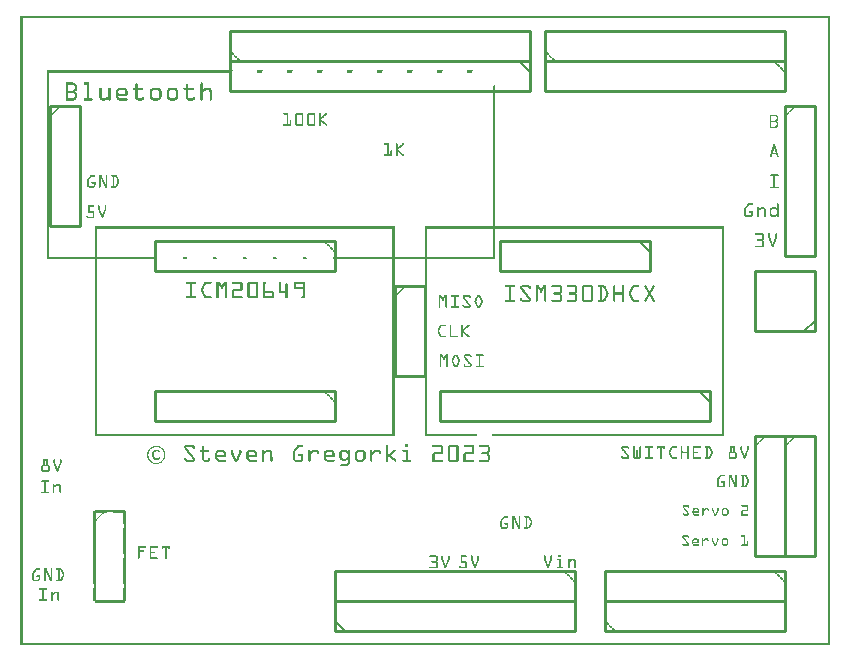
<source format=gto>
G04 MADE WITH FRITZING*
G04 WWW.FRITZING.ORG*
G04 DOUBLE SIDED*
G04 HOLES PLATED*
G04 CONTOUR ON CENTER OF CONTOUR VECTOR*
%ASAXBY*%
%FSLAX23Y23*%
%MOIN*%
%OFA0B0*%
%SFA1.0B1.0*%
%ADD10C,0.010000*%
%ADD11C,0.005000*%
%ADD12R,0.001000X0.001000*%
%LNSILK1*%
G90*
G70*
G54D10*
X1048Y847D02*
X448Y847D01*
D02*
X448Y847D02*
X448Y747D01*
D02*
X448Y747D02*
X1048Y747D01*
D02*
X1048Y747D02*
X1048Y847D01*
D02*
X1048Y1347D02*
X448Y1347D01*
D02*
X448Y1347D02*
X448Y1247D01*
D02*
X448Y1247D02*
X1048Y1247D01*
D02*
X1048Y1247D02*
X1048Y1347D01*
D02*
X2298Y847D02*
X1398Y847D01*
D02*
X1398Y847D02*
X1398Y747D01*
D02*
X1398Y747D02*
X2298Y747D01*
D02*
X2298Y747D02*
X2298Y847D01*
G54D11*
D02*
X2263Y847D02*
X2298Y812D01*
G54D10*
D02*
X2098Y1347D02*
X1598Y1347D01*
D02*
X1598Y1347D02*
X1598Y1247D01*
D02*
X1598Y1247D02*
X2098Y1247D01*
D02*
X2098Y1247D02*
X2098Y1347D01*
G54D11*
D02*
X2063Y1347D02*
X2098Y1312D01*
G54D10*
D02*
X98Y1797D02*
X98Y1397D01*
D02*
X98Y1397D02*
X198Y1397D01*
D02*
X198Y1397D02*
X198Y1797D01*
D02*
X198Y1797D02*
X98Y1797D01*
D02*
X1248Y1197D02*
X1248Y897D01*
D02*
X1248Y897D02*
X1348Y897D01*
D02*
X1348Y897D02*
X1348Y1197D01*
D02*
X1348Y1197D02*
X1248Y1197D01*
D02*
X2448Y697D02*
X2448Y297D01*
D02*
X2448Y297D02*
X2548Y297D01*
D02*
X2548Y297D02*
X2548Y697D01*
D02*
X2548Y697D02*
X2448Y697D01*
D02*
X2548Y1797D02*
X2548Y1297D01*
D02*
X2548Y1297D02*
X2648Y1297D01*
D02*
X2648Y1297D02*
X2648Y1797D01*
D02*
X2648Y1797D02*
X2548Y1797D01*
D02*
X2548Y697D02*
X2548Y297D01*
D02*
X2548Y297D02*
X2648Y297D01*
D02*
X2648Y297D02*
X2648Y697D01*
D02*
X2648Y697D02*
X2548Y697D01*
D02*
X2648Y1047D02*
X2648Y1247D01*
D02*
X2648Y1247D02*
X2448Y1247D01*
D02*
X2448Y1247D02*
X2448Y1047D01*
D02*
X2448Y1047D02*
X2648Y1047D01*
G54D11*
D02*
X2648Y1082D02*
X2613Y1047D01*
G54D10*
D02*
X1948Y47D02*
X2548Y47D01*
D02*
X2548Y47D02*
X2548Y147D01*
D02*
X2548Y147D02*
X1948Y147D01*
D02*
X1948Y147D02*
X1948Y47D01*
D02*
X1048Y47D02*
X1848Y47D01*
D02*
X1848Y47D02*
X1848Y147D01*
D02*
X1848Y147D02*
X1048Y147D01*
D02*
X1048Y147D02*
X1048Y47D01*
G54D11*
D02*
X1083Y47D02*
X1048Y82D01*
G54D10*
D02*
X1698Y1947D02*
X698Y1947D01*
D02*
X698Y1947D02*
X698Y1847D01*
D02*
X698Y1847D02*
X1698Y1847D01*
D02*
X1698Y1847D02*
X1698Y1947D01*
G54D11*
D02*
X1663Y1947D02*
X1698Y1912D01*
G54D10*
D02*
X2548Y247D02*
X1948Y247D01*
D02*
X1948Y247D02*
X1948Y147D01*
D02*
X1948Y147D02*
X2548Y147D01*
D02*
X2548Y147D02*
X2548Y247D01*
D02*
X1848Y247D02*
X1048Y247D01*
D02*
X1048Y247D02*
X1048Y147D01*
D02*
X1048Y147D02*
X1848Y147D01*
D02*
X1848Y147D02*
X1848Y247D01*
D02*
X2548Y1947D02*
X1748Y1947D01*
D02*
X1748Y1947D02*
X1748Y1847D01*
D02*
X1748Y1847D02*
X2548Y1847D01*
D02*
X2548Y1847D02*
X2548Y1947D01*
D02*
X1748Y1947D02*
X2548Y1947D01*
D02*
X2548Y1947D02*
X2548Y2047D01*
D02*
X2548Y2047D02*
X1748Y2047D01*
D02*
X1748Y2047D02*
X1748Y1947D01*
D02*
X698Y1947D02*
X1698Y1947D01*
D02*
X1698Y1947D02*
X1698Y2047D01*
D02*
X1698Y2047D02*
X698Y2047D01*
D02*
X698Y2047D02*
X698Y1947D01*
G54D12*
X1Y2098D02*
X2700Y2098D01*
X1Y2097D02*
X2700Y2097D01*
X1Y2096D02*
X2700Y2096D01*
X1Y2095D02*
X2700Y2095D01*
X1Y2094D02*
X2700Y2094D01*
X1Y2093D02*
X2700Y2093D01*
X1Y2092D02*
X2700Y2092D01*
X1Y2091D02*
X2700Y2091D01*
X1Y2090D02*
X8Y2090D01*
X2693Y2090D02*
X2700Y2090D01*
X1Y2089D02*
X8Y2089D01*
X2693Y2089D02*
X2700Y2089D01*
X1Y2088D02*
X8Y2088D01*
X2693Y2088D02*
X2700Y2088D01*
X1Y2087D02*
X8Y2087D01*
X2693Y2087D02*
X2700Y2087D01*
X1Y2086D02*
X8Y2086D01*
X2693Y2086D02*
X2700Y2086D01*
X1Y2085D02*
X8Y2085D01*
X2693Y2085D02*
X2700Y2085D01*
X1Y2084D02*
X8Y2084D01*
X2693Y2084D02*
X2700Y2084D01*
X1Y2083D02*
X8Y2083D01*
X2693Y2083D02*
X2700Y2083D01*
X1Y2082D02*
X8Y2082D01*
X2693Y2082D02*
X2700Y2082D01*
X1Y2081D02*
X8Y2081D01*
X2693Y2081D02*
X2700Y2081D01*
X1Y2080D02*
X8Y2080D01*
X2693Y2080D02*
X2700Y2080D01*
X1Y2079D02*
X8Y2079D01*
X2693Y2079D02*
X2700Y2079D01*
X1Y2078D02*
X8Y2078D01*
X2693Y2078D02*
X2700Y2078D01*
X1Y2077D02*
X8Y2077D01*
X2693Y2077D02*
X2700Y2077D01*
X1Y2076D02*
X8Y2076D01*
X2693Y2076D02*
X2700Y2076D01*
X1Y2075D02*
X8Y2075D01*
X2693Y2075D02*
X2700Y2075D01*
X1Y2074D02*
X8Y2074D01*
X2693Y2074D02*
X2700Y2074D01*
X1Y2073D02*
X8Y2073D01*
X2693Y2073D02*
X2700Y2073D01*
X1Y2072D02*
X8Y2072D01*
X2693Y2072D02*
X2700Y2072D01*
X1Y2071D02*
X8Y2071D01*
X2693Y2071D02*
X2700Y2071D01*
X1Y2070D02*
X8Y2070D01*
X2693Y2070D02*
X2700Y2070D01*
X1Y2069D02*
X8Y2069D01*
X2693Y2069D02*
X2700Y2069D01*
X1Y2068D02*
X8Y2068D01*
X2693Y2068D02*
X2700Y2068D01*
X1Y2067D02*
X8Y2067D01*
X2693Y2067D02*
X2700Y2067D01*
X1Y2066D02*
X8Y2066D01*
X2693Y2066D02*
X2700Y2066D01*
X1Y2065D02*
X8Y2065D01*
X2693Y2065D02*
X2700Y2065D01*
X1Y2064D02*
X8Y2064D01*
X2693Y2064D02*
X2700Y2064D01*
X1Y2063D02*
X8Y2063D01*
X2693Y2063D02*
X2700Y2063D01*
X1Y2062D02*
X8Y2062D01*
X2693Y2062D02*
X2700Y2062D01*
X1Y2061D02*
X8Y2061D01*
X2693Y2061D02*
X2700Y2061D01*
X1Y2060D02*
X8Y2060D01*
X2693Y2060D02*
X2700Y2060D01*
X1Y2059D02*
X8Y2059D01*
X2693Y2059D02*
X2700Y2059D01*
X1Y2058D02*
X8Y2058D01*
X2693Y2058D02*
X2700Y2058D01*
X1Y2057D02*
X8Y2057D01*
X2693Y2057D02*
X2700Y2057D01*
X1Y2056D02*
X8Y2056D01*
X2693Y2056D02*
X2700Y2056D01*
X1Y2055D02*
X8Y2055D01*
X2693Y2055D02*
X2700Y2055D01*
X1Y2054D02*
X8Y2054D01*
X2693Y2054D02*
X2700Y2054D01*
X1Y2053D02*
X8Y2053D01*
X2693Y2053D02*
X2700Y2053D01*
X1Y2052D02*
X8Y2052D01*
X2693Y2052D02*
X2700Y2052D01*
X1Y2051D02*
X8Y2051D01*
X2693Y2051D02*
X2700Y2051D01*
X1Y2050D02*
X8Y2050D01*
X2693Y2050D02*
X2700Y2050D01*
X1Y2049D02*
X8Y2049D01*
X2693Y2049D02*
X2700Y2049D01*
X1Y2048D02*
X8Y2048D01*
X2693Y2048D02*
X2700Y2048D01*
X1Y2047D02*
X8Y2047D01*
X2693Y2047D02*
X2700Y2047D01*
X1Y2046D02*
X8Y2046D01*
X2693Y2046D02*
X2700Y2046D01*
X1Y2045D02*
X8Y2045D01*
X2693Y2045D02*
X2700Y2045D01*
X1Y2044D02*
X8Y2044D01*
X2693Y2044D02*
X2700Y2044D01*
X1Y2043D02*
X8Y2043D01*
X2693Y2043D02*
X2700Y2043D01*
X1Y2042D02*
X8Y2042D01*
X2693Y2042D02*
X2700Y2042D01*
X1Y2041D02*
X8Y2041D01*
X2693Y2041D02*
X2700Y2041D01*
X1Y2040D02*
X8Y2040D01*
X2693Y2040D02*
X2700Y2040D01*
X1Y2039D02*
X8Y2039D01*
X2693Y2039D02*
X2700Y2039D01*
X1Y2038D02*
X8Y2038D01*
X2693Y2038D02*
X2700Y2038D01*
X1Y2037D02*
X8Y2037D01*
X2693Y2037D02*
X2700Y2037D01*
X1Y2036D02*
X8Y2036D01*
X2693Y2036D02*
X2700Y2036D01*
X1Y2035D02*
X8Y2035D01*
X2693Y2035D02*
X2700Y2035D01*
X1Y2034D02*
X8Y2034D01*
X2693Y2034D02*
X2700Y2034D01*
X1Y2033D02*
X8Y2033D01*
X2693Y2033D02*
X2700Y2033D01*
X1Y2032D02*
X8Y2032D01*
X2693Y2032D02*
X2700Y2032D01*
X1Y2031D02*
X8Y2031D01*
X2693Y2031D02*
X2700Y2031D01*
X1Y2030D02*
X8Y2030D01*
X2693Y2030D02*
X2700Y2030D01*
X1Y2029D02*
X8Y2029D01*
X2693Y2029D02*
X2700Y2029D01*
X1Y2028D02*
X8Y2028D01*
X2693Y2028D02*
X2700Y2028D01*
X1Y2027D02*
X8Y2027D01*
X2693Y2027D02*
X2700Y2027D01*
X1Y2026D02*
X8Y2026D01*
X2693Y2026D02*
X2700Y2026D01*
X1Y2025D02*
X8Y2025D01*
X2693Y2025D02*
X2700Y2025D01*
X1Y2024D02*
X8Y2024D01*
X2693Y2024D02*
X2700Y2024D01*
X1Y2023D02*
X8Y2023D01*
X2693Y2023D02*
X2700Y2023D01*
X1Y2022D02*
X8Y2022D01*
X2693Y2022D02*
X2700Y2022D01*
X1Y2021D02*
X8Y2021D01*
X2693Y2021D02*
X2700Y2021D01*
X1Y2020D02*
X8Y2020D01*
X2693Y2020D02*
X2700Y2020D01*
X1Y2019D02*
X8Y2019D01*
X2693Y2019D02*
X2700Y2019D01*
X1Y2018D02*
X8Y2018D01*
X2693Y2018D02*
X2700Y2018D01*
X1Y2017D02*
X8Y2017D01*
X2693Y2017D02*
X2700Y2017D01*
X1Y2016D02*
X8Y2016D01*
X2693Y2016D02*
X2700Y2016D01*
X1Y2015D02*
X8Y2015D01*
X2693Y2015D02*
X2700Y2015D01*
X1Y2014D02*
X8Y2014D01*
X2693Y2014D02*
X2700Y2014D01*
X1Y2013D02*
X8Y2013D01*
X2693Y2013D02*
X2700Y2013D01*
X1Y2012D02*
X8Y2012D01*
X2693Y2012D02*
X2700Y2012D01*
X1Y2011D02*
X8Y2011D01*
X2693Y2011D02*
X2700Y2011D01*
X1Y2010D02*
X8Y2010D01*
X2693Y2010D02*
X2700Y2010D01*
X1Y2009D02*
X8Y2009D01*
X2693Y2009D02*
X2700Y2009D01*
X1Y2008D02*
X8Y2008D01*
X2693Y2008D02*
X2700Y2008D01*
X1Y2007D02*
X8Y2007D01*
X2693Y2007D02*
X2700Y2007D01*
X1Y2006D02*
X8Y2006D01*
X2693Y2006D02*
X2700Y2006D01*
X1Y2005D02*
X8Y2005D01*
X2693Y2005D02*
X2700Y2005D01*
X1Y2004D02*
X8Y2004D01*
X2693Y2004D02*
X2700Y2004D01*
X1Y2003D02*
X8Y2003D01*
X2693Y2003D02*
X2700Y2003D01*
X1Y2002D02*
X8Y2002D01*
X2693Y2002D02*
X2700Y2002D01*
X1Y2001D02*
X8Y2001D01*
X2693Y2001D02*
X2700Y2001D01*
X1Y2000D02*
X8Y2000D01*
X2693Y2000D02*
X2700Y2000D01*
X1Y1999D02*
X8Y1999D01*
X2693Y1999D02*
X2700Y1999D01*
X1Y1998D02*
X8Y1998D01*
X2693Y1998D02*
X2700Y1998D01*
X1Y1997D02*
X8Y1997D01*
X2693Y1997D02*
X2700Y1997D01*
X1Y1996D02*
X8Y1996D01*
X2693Y1996D02*
X2700Y1996D01*
X1Y1995D02*
X8Y1995D01*
X2693Y1995D02*
X2700Y1995D01*
X1Y1994D02*
X8Y1994D01*
X2693Y1994D02*
X2700Y1994D01*
X1Y1993D02*
X8Y1993D01*
X2693Y1993D02*
X2700Y1993D01*
X1Y1992D02*
X8Y1992D01*
X2693Y1992D02*
X2700Y1992D01*
X1Y1991D02*
X8Y1991D01*
X2693Y1991D02*
X2700Y1991D01*
X1Y1990D02*
X8Y1990D01*
X2693Y1990D02*
X2700Y1990D01*
X1Y1989D02*
X8Y1989D01*
X2693Y1989D02*
X2700Y1989D01*
X1Y1988D02*
X8Y1988D01*
X2693Y1988D02*
X2700Y1988D01*
X1Y1987D02*
X8Y1987D01*
X2693Y1987D02*
X2700Y1987D01*
X1Y1986D02*
X8Y1986D01*
X2693Y1986D02*
X2700Y1986D01*
X1Y1985D02*
X8Y1985D01*
X2693Y1985D02*
X2700Y1985D01*
X1Y1984D02*
X8Y1984D01*
X2693Y1984D02*
X2700Y1984D01*
X1Y1983D02*
X8Y1983D01*
X700Y1983D02*
X701Y1983D01*
X1750Y1983D02*
X1751Y1983D01*
X2693Y1983D02*
X2700Y1983D01*
X1Y1982D02*
X8Y1982D01*
X699Y1982D02*
X702Y1982D01*
X1749Y1982D02*
X1752Y1982D01*
X2693Y1982D02*
X2700Y1982D01*
X1Y1981D02*
X8Y1981D01*
X698Y1981D02*
X703Y1981D01*
X1748Y1981D02*
X1753Y1981D01*
X2693Y1981D02*
X2700Y1981D01*
X1Y1980D02*
X8Y1980D01*
X698Y1980D02*
X704Y1980D01*
X1748Y1980D02*
X1754Y1980D01*
X2693Y1980D02*
X2700Y1980D01*
X1Y1979D02*
X8Y1979D01*
X699Y1979D02*
X705Y1979D01*
X1749Y1979D02*
X1755Y1979D01*
X2693Y1979D02*
X2700Y1979D01*
X1Y1978D02*
X8Y1978D01*
X700Y1978D02*
X706Y1978D01*
X1750Y1978D02*
X1756Y1978D01*
X2693Y1978D02*
X2700Y1978D01*
X1Y1977D02*
X8Y1977D01*
X701Y1977D02*
X707Y1977D01*
X1751Y1977D02*
X1757Y1977D01*
X2693Y1977D02*
X2700Y1977D01*
X1Y1976D02*
X8Y1976D01*
X702Y1976D02*
X708Y1976D01*
X1752Y1976D02*
X1758Y1976D01*
X2693Y1976D02*
X2700Y1976D01*
X1Y1975D02*
X8Y1975D01*
X703Y1975D02*
X709Y1975D01*
X1753Y1975D02*
X1759Y1975D01*
X2693Y1975D02*
X2700Y1975D01*
X1Y1974D02*
X8Y1974D01*
X704Y1974D02*
X710Y1974D01*
X1754Y1974D02*
X1760Y1974D01*
X2693Y1974D02*
X2700Y1974D01*
X1Y1973D02*
X8Y1973D01*
X705Y1973D02*
X711Y1973D01*
X1755Y1973D02*
X1761Y1973D01*
X2693Y1973D02*
X2700Y1973D01*
X1Y1972D02*
X8Y1972D01*
X706Y1972D02*
X712Y1972D01*
X1756Y1972D02*
X1762Y1972D01*
X2693Y1972D02*
X2700Y1972D01*
X1Y1971D02*
X8Y1971D01*
X707Y1971D02*
X713Y1971D01*
X1757Y1971D02*
X1763Y1971D01*
X2693Y1971D02*
X2700Y1971D01*
X1Y1970D02*
X8Y1970D01*
X708Y1970D02*
X714Y1970D01*
X1758Y1970D02*
X1764Y1970D01*
X2693Y1970D02*
X2700Y1970D01*
X1Y1969D02*
X8Y1969D01*
X709Y1969D02*
X715Y1969D01*
X1759Y1969D02*
X1764Y1969D01*
X2693Y1969D02*
X2700Y1969D01*
X1Y1968D02*
X8Y1968D01*
X710Y1968D02*
X715Y1968D01*
X1760Y1968D02*
X1765Y1968D01*
X2693Y1968D02*
X2700Y1968D01*
X1Y1967D02*
X8Y1967D01*
X711Y1967D02*
X716Y1967D01*
X1761Y1967D02*
X1766Y1967D01*
X2693Y1967D02*
X2700Y1967D01*
X1Y1966D02*
X8Y1966D01*
X712Y1966D02*
X717Y1966D01*
X1762Y1966D02*
X1767Y1966D01*
X2693Y1966D02*
X2700Y1966D01*
X1Y1965D02*
X8Y1965D01*
X713Y1965D02*
X718Y1965D01*
X1763Y1965D02*
X1768Y1965D01*
X2693Y1965D02*
X2700Y1965D01*
X1Y1964D02*
X8Y1964D01*
X714Y1964D02*
X720Y1964D01*
X1764Y1964D02*
X1769Y1964D01*
X2693Y1964D02*
X2700Y1964D01*
X1Y1963D02*
X8Y1963D01*
X715Y1963D02*
X721Y1963D01*
X1765Y1963D02*
X1770Y1963D01*
X2693Y1963D02*
X2700Y1963D01*
X1Y1962D02*
X8Y1962D01*
X716Y1962D02*
X722Y1962D01*
X1766Y1962D02*
X1772Y1962D01*
X2693Y1962D02*
X2700Y1962D01*
X1Y1961D02*
X8Y1961D01*
X717Y1961D02*
X723Y1961D01*
X1767Y1961D02*
X1773Y1961D01*
X2693Y1961D02*
X2700Y1961D01*
X1Y1960D02*
X8Y1960D01*
X718Y1960D02*
X724Y1960D01*
X1768Y1960D02*
X1774Y1960D01*
X2693Y1960D02*
X2700Y1960D01*
X1Y1959D02*
X8Y1959D01*
X719Y1959D02*
X725Y1959D01*
X1769Y1959D02*
X1775Y1959D01*
X2693Y1959D02*
X2700Y1959D01*
X1Y1958D02*
X8Y1958D01*
X720Y1958D02*
X726Y1958D01*
X1770Y1958D02*
X1776Y1958D01*
X2693Y1958D02*
X2700Y1958D01*
X1Y1957D02*
X8Y1957D01*
X721Y1957D02*
X727Y1957D01*
X1771Y1957D02*
X1777Y1957D01*
X2693Y1957D02*
X2700Y1957D01*
X1Y1956D02*
X8Y1956D01*
X722Y1956D02*
X728Y1956D01*
X1772Y1956D02*
X1778Y1956D01*
X2693Y1956D02*
X2700Y1956D01*
X1Y1955D02*
X8Y1955D01*
X723Y1955D02*
X729Y1955D01*
X1773Y1955D02*
X1779Y1955D01*
X2693Y1955D02*
X2700Y1955D01*
X1Y1954D02*
X8Y1954D01*
X724Y1954D02*
X730Y1954D01*
X1774Y1954D02*
X1780Y1954D01*
X2693Y1954D02*
X2700Y1954D01*
X1Y1953D02*
X8Y1953D01*
X725Y1953D02*
X731Y1953D01*
X1775Y1953D02*
X1781Y1953D01*
X2693Y1953D02*
X2700Y1953D01*
X1Y1952D02*
X8Y1952D01*
X726Y1952D02*
X732Y1952D01*
X1776Y1952D02*
X1782Y1952D01*
X2693Y1952D02*
X2700Y1952D01*
X1Y1951D02*
X8Y1951D01*
X727Y1951D02*
X733Y1951D01*
X1777Y1951D02*
X1783Y1951D01*
X2693Y1951D02*
X2700Y1951D01*
X1Y1950D02*
X8Y1950D01*
X728Y1950D02*
X734Y1950D01*
X1778Y1950D02*
X1784Y1950D01*
X2693Y1950D02*
X2700Y1950D01*
X1Y1949D02*
X8Y1949D01*
X729Y1949D02*
X735Y1949D01*
X1779Y1949D02*
X1784Y1949D01*
X2693Y1949D02*
X2700Y1949D01*
X1Y1948D02*
X8Y1948D01*
X730Y1948D02*
X734Y1948D01*
X1780Y1948D02*
X1784Y1948D01*
X2514Y1948D02*
X2516Y1948D01*
X2693Y1948D02*
X2700Y1948D01*
X1Y1947D02*
X8Y1947D01*
X731Y1947D02*
X733Y1947D01*
X1781Y1947D02*
X1783Y1947D01*
X2513Y1947D02*
X2517Y1947D01*
X2693Y1947D02*
X2700Y1947D01*
X1Y1946D02*
X8Y1946D01*
X732Y1946D02*
X732Y1946D01*
X1782Y1946D02*
X1782Y1946D01*
X2512Y1946D02*
X2518Y1946D01*
X2693Y1946D02*
X2700Y1946D01*
X1Y1945D02*
X8Y1945D01*
X2512Y1945D02*
X2519Y1945D01*
X2693Y1945D02*
X2700Y1945D01*
X1Y1944D02*
X8Y1944D01*
X2513Y1944D02*
X2520Y1944D01*
X2693Y1944D02*
X2700Y1944D01*
X1Y1943D02*
X8Y1943D01*
X2514Y1943D02*
X2521Y1943D01*
X2693Y1943D02*
X2700Y1943D01*
X1Y1942D02*
X8Y1942D01*
X2515Y1942D02*
X2522Y1942D01*
X2693Y1942D02*
X2700Y1942D01*
X1Y1941D02*
X8Y1941D01*
X2516Y1941D02*
X2523Y1941D01*
X2693Y1941D02*
X2700Y1941D01*
X1Y1940D02*
X8Y1940D01*
X2517Y1940D02*
X2524Y1940D01*
X2693Y1940D02*
X2700Y1940D01*
X1Y1939D02*
X8Y1939D01*
X2518Y1939D02*
X2525Y1939D01*
X2693Y1939D02*
X2700Y1939D01*
X1Y1938D02*
X8Y1938D01*
X2519Y1938D02*
X2526Y1938D01*
X2693Y1938D02*
X2700Y1938D01*
X1Y1937D02*
X8Y1937D01*
X2520Y1937D02*
X2527Y1937D01*
X2693Y1937D02*
X2700Y1937D01*
X1Y1936D02*
X8Y1936D01*
X2521Y1936D02*
X2528Y1936D01*
X2693Y1936D02*
X2700Y1936D01*
X1Y1935D02*
X8Y1935D01*
X2522Y1935D02*
X2529Y1935D01*
X2693Y1935D02*
X2700Y1935D01*
X1Y1934D02*
X8Y1934D01*
X2523Y1934D02*
X2530Y1934D01*
X2693Y1934D02*
X2700Y1934D01*
X1Y1933D02*
X8Y1933D01*
X2524Y1933D02*
X2531Y1933D01*
X2693Y1933D02*
X2700Y1933D01*
X1Y1932D02*
X8Y1932D01*
X2526Y1932D02*
X2532Y1932D01*
X2693Y1932D02*
X2700Y1932D01*
X1Y1931D02*
X8Y1931D01*
X2527Y1931D02*
X2533Y1931D01*
X2693Y1931D02*
X2700Y1931D01*
X1Y1930D02*
X8Y1930D01*
X2528Y1930D02*
X2534Y1930D01*
X2693Y1930D02*
X2700Y1930D01*
X1Y1929D02*
X8Y1929D01*
X2529Y1929D02*
X2535Y1929D01*
X2693Y1929D02*
X2700Y1929D01*
X1Y1928D02*
X8Y1928D01*
X2530Y1928D02*
X2536Y1928D01*
X2693Y1928D02*
X2700Y1928D01*
X1Y1927D02*
X8Y1927D01*
X2531Y1927D02*
X2537Y1927D01*
X2693Y1927D02*
X2700Y1927D01*
X1Y1926D02*
X8Y1926D01*
X2532Y1926D02*
X2538Y1926D01*
X2693Y1926D02*
X2700Y1926D01*
X1Y1925D02*
X8Y1925D01*
X2533Y1925D02*
X2539Y1925D01*
X2693Y1925D02*
X2700Y1925D01*
X1Y1924D02*
X8Y1924D01*
X2534Y1924D02*
X2540Y1924D01*
X2693Y1924D02*
X2700Y1924D01*
X1Y1923D02*
X8Y1923D01*
X2534Y1923D02*
X2541Y1923D01*
X2693Y1923D02*
X2700Y1923D01*
X1Y1922D02*
X8Y1922D01*
X2535Y1922D02*
X2542Y1922D01*
X2693Y1922D02*
X2700Y1922D01*
X1Y1921D02*
X8Y1921D01*
X2536Y1921D02*
X2543Y1921D01*
X2693Y1921D02*
X2700Y1921D01*
X1Y1920D02*
X8Y1920D01*
X2537Y1920D02*
X2544Y1920D01*
X2693Y1920D02*
X2700Y1920D01*
X1Y1919D02*
X8Y1919D01*
X2538Y1919D02*
X2545Y1919D01*
X2693Y1919D02*
X2700Y1919D01*
X1Y1918D02*
X8Y1918D01*
X2539Y1918D02*
X2546Y1918D01*
X2693Y1918D02*
X2700Y1918D01*
X1Y1917D02*
X8Y1917D01*
X2540Y1917D02*
X2547Y1917D01*
X2693Y1917D02*
X2700Y1917D01*
X1Y1916D02*
X8Y1916D01*
X89Y1916D02*
X708Y1916D01*
X789Y1916D02*
X808Y1916D01*
X889Y1916D02*
X908Y1916D01*
X989Y1916D02*
X1008Y1916D01*
X1089Y1916D02*
X1108Y1916D01*
X1189Y1916D02*
X1208Y1916D01*
X1289Y1916D02*
X1308Y1916D01*
X1389Y1916D02*
X1408Y1916D01*
X1489Y1916D02*
X1508Y1916D01*
X2541Y1916D02*
X2548Y1916D01*
X2693Y1916D02*
X2700Y1916D01*
X1Y1915D02*
X8Y1915D01*
X89Y1915D02*
X708Y1915D01*
X789Y1915D02*
X808Y1915D01*
X889Y1915D02*
X908Y1915D01*
X989Y1915D02*
X1008Y1915D01*
X1089Y1915D02*
X1108Y1915D01*
X1189Y1915D02*
X1208Y1915D01*
X1289Y1915D02*
X1308Y1915D01*
X1389Y1915D02*
X1408Y1915D01*
X1489Y1915D02*
X1508Y1915D01*
X2542Y1915D02*
X2549Y1915D01*
X2693Y1915D02*
X2700Y1915D01*
X1Y1914D02*
X8Y1914D01*
X89Y1914D02*
X707Y1914D01*
X790Y1914D02*
X807Y1914D01*
X890Y1914D02*
X907Y1914D01*
X990Y1914D02*
X1007Y1914D01*
X1090Y1914D02*
X1107Y1914D01*
X1190Y1914D02*
X1207Y1914D01*
X1290Y1914D02*
X1307Y1914D01*
X1390Y1914D02*
X1407Y1914D01*
X1490Y1914D02*
X1507Y1914D01*
X2543Y1914D02*
X2549Y1914D01*
X2693Y1914D02*
X2700Y1914D01*
X1Y1913D02*
X8Y1913D01*
X89Y1913D02*
X707Y1913D01*
X790Y1913D02*
X807Y1913D01*
X890Y1913D02*
X907Y1913D01*
X990Y1913D02*
X1007Y1913D01*
X1090Y1913D02*
X1107Y1913D01*
X1190Y1913D02*
X1207Y1913D01*
X1290Y1913D02*
X1307Y1913D01*
X1390Y1913D02*
X1407Y1913D01*
X1490Y1913D02*
X1507Y1913D01*
X2544Y1913D02*
X2548Y1913D01*
X2693Y1913D02*
X2700Y1913D01*
X1Y1912D02*
X8Y1912D01*
X89Y1912D02*
X707Y1912D01*
X791Y1912D02*
X807Y1912D01*
X891Y1912D02*
X907Y1912D01*
X991Y1912D02*
X1007Y1912D01*
X1091Y1912D02*
X1107Y1912D01*
X1190Y1912D02*
X1207Y1912D01*
X1290Y1912D02*
X1307Y1912D01*
X1390Y1912D02*
X1407Y1912D01*
X1490Y1912D02*
X1507Y1912D01*
X2545Y1912D02*
X2547Y1912D01*
X2693Y1912D02*
X2700Y1912D01*
X1Y1911D02*
X8Y1911D01*
X89Y1911D02*
X706Y1911D01*
X791Y1911D02*
X806Y1911D01*
X891Y1911D02*
X906Y1911D01*
X991Y1911D02*
X1006Y1911D01*
X1091Y1911D02*
X1106Y1911D01*
X1191Y1911D02*
X1206Y1911D01*
X1291Y1911D02*
X1306Y1911D01*
X1391Y1911D02*
X1406Y1911D01*
X1491Y1911D02*
X1506Y1911D01*
X2546Y1911D02*
X2546Y1911D01*
X2693Y1911D02*
X2700Y1911D01*
X1Y1910D02*
X8Y1910D01*
X89Y1910D02*
X706Y1910D01*
X791Y1910D02*
X806Y1910D01*
X891Y1910D02*
X906Y1910D01*
X991Y1910D02*
X1006Y1910D01*
X1091Y1910D02*
X1106Y1910D01*
X1191Y1910D02*
X1206Y1910D01*
X1291Y1910D02*
X1306Y1910D01*
X1391Y1910D02*
X1406Y1910D01*
X1491Y1910D02*
X1506Y1910D01*
X2693Y1910D02*
X2700Y1910D01*
X1Y1909D02*
X8Y1909D01*
X89Y1909D02*
X706Y1909D01*
X791Y1909D02*
X806Y1909D01*
X891Y1909D02*
X906Y1909D01*
X991Y1909D02*
X1006Y1909D01*
X1091Y1909D02*
X1106Y1909D01*
X1191Y1909D02*
X1206Y1909D01*
X1291Y1909D02*
X1306Y1909D01*
X1391Y1909D02*
X1406Y1909D01*
X1491Y1909D02*
X1506Y1909D01*
X2693Y1909D02*
X2700Y1909D01*
X1Y1908D02*
X8Y1908D01*
X89Y1908D02*
X96Y1908D01*
X2693Y1908D02*
X2700Y1908D01*
X1Y1907D02*
X8Y1907D01*
X89Y1907D02*
X96Y1907D01*
X2693Y1907D02*
X2700Y1907D01*
X1Y1906D02*
X8Y1906D01*
X89Y1906D02*
X96Y1906D01*
X2693Y1906D02*
X2700Y1906D01*
X1Y1905D02*
X8Y1905D01*
X89Y1905D02*
X96Y1905D01*
X2693Y1905D02*
X2700Y1905D01*
X1Y1904D02*
X8Y1904D01*
X89Y1904D02*
X96Y1904D01*
X2693Y1904D02*
X2700Y1904D01*
X1Y1903D02*
X8Y1903D01*
X89Y1903D02*
X96Y1903D01*
X2693Y1903D02*
X2700Y1903D01*
X1Y1902D02*
X8Y1902D01*
X89Y1902D02*
X96Y1902D01*
X2693Y1902D02*
X2700Y1902D01*
X1Y1901D02*
X8Y1901D01*
X89Y1901D02*
X96Y1901D01*
X2693Y1901D02*
X2700Y1901D01*
X1Y1900D02*
X8Y1900D01*
X89Y1900D02*
X96Y1900D01*
X2693Y1900D02*
X2700Y1900D01*
X1Y1899D02*
X8Y1899D01*
X89Y1899D02*
X96Y1899D01*
X2693Y1899D02*
X2700Y1899D01*
X1Y1898D02*
X8Y1898D01*
X89Y1898D02*
X96Y1898D01*
X2693Y1898D02*
X2700Y1898D01*
X1Y1897D02*
X8Y1897D01*
X89Y1897D02*
X96Y1897D01*
X2693Y1897D02*
X2700Y1897D01*
X1Y1896D02*
X8Y1896D01*
X89Y1896D02*
X96Y1896D01*
X2693Y1896D02*
X2700Y1896D01*
X1Y1895D02*
X8Y1895D01*
X89Y1895D02*
X96Y1895D01*
X2693Y1895D02*
X2700Y1895D01*
X1Y1894D02*
X8Y1894D01*
X89Y1894D02*
X96Y1894D01*
X2693Y1894D02*
X2700Y1894D01*
X1Y1893D02*
X8Y1893D01*
X89Y1893D02*
X96Y1893D01*
X2693Y1893D02*
X2700Y1893D01*
X1Y1892D02*
X8Y1892D01*
X89Y1892D02*
X96Y1892D01*
X2693Y1892D02*
X2700Y1892D01*
X1Y1891D02*
X8Y1891D01*
X89Y1891D02*
X96Y1891D01*
X2693Y1891D02*
X2700Y1891D01*
X1Y1890D02*
X8Y1890D01*
X89Y1890D02*
X96Y1890D01*
X2693Y1890D02*
X2700Y1890D01*
X1Y1889D02*
X8Y1889D01*
X89Y1889D02*
X96Y1889D01*
X2693Y1889D02*
X2700Y1889D01*
X1Y1888D02*
X8Y1888D01*
X89Y1888D02*
X96Y1888D01*
X2693Y1888D02*
X2700Y1888D01*
X1Y1887D02*
X8Y1887D01*
X89Y1887D02*
X96Y1887D01*
X2693Y1887D02*
X2700Y1887D01*
X1Y1886D02*
X8Y1886D01*
X89Y1886D02*
X96Y1886D01*
X2693Y1886D02*
X2700Y1886D01*
X1Y1885D02*
X8Y1885D01*
X89Y1885D02*
X96Y1885D01*
X2693Y1885D02*
X2700Y1885D01*
X1Y1884D02*
X8Y1884D01*
X89Y1884D02*
X96Y1884D01*
X2693Y1884D02*
X2700Y1884D01*
X1Y1883D02*
X8Y1883D01*
X89Y1883D02*
X96Y1883D01*
X2693Y1883D02*
X2700Y1883D01*
X1Y1882D02*
X8Y1882D01*
X89Y1882D02*
X96Y1882D01*
X2693Y1882D02*
X2700Y1882D01*
X1Y1881D02*
X8Y1881D01*
X89Y1881D02*
X96Y1881D01*
X2693Y1881D02*
X2700Y1881D01*
X1Y1880D02*
X8Y1880D01*
X89Y1880D02*
X96Y1880D01*
X2693Y1880D02*
X2700Y1880D01*
X1Y1879D02*
X8Y1879D01*
X89Y1879D02*
X96Y1879D01*
X2693Y1879D02*
X2700Y1879D01*
X1Y1878D02*
X8Y1878D01*
X89Y1878D02*
X96Y1878D01*
X2693Y1878D02*
X2700Y1878D01*
X1Y1877D02*
X8Y1877D01*
X89Y1877D02*
X96Y1877D01*
X2693Y1877D02*
X2700Y1877D01*
X1Y1876D02*
X8Y1876D01*
X89Y1876D02*
X96Y1876D01*
X152Y1876D02*
X177Y1876D01*
X214Y1876D02*
X228Y1876D01*
X604Y1876D02*
X606Y1876D01*
X2693Y1876D02*
X2700Y1876D01*
X1Y1875D02*
X8Y1875D01*
X89Y1875D02*
X96Y1875D01*
X152Y1875D02*
X180Y1875D01*
X213Y1875D02*
X229Y1875D01*
X602Y1875D02*
X607Y1875D01*
X2693Y1875D02*
X2700Y1875D01*
X1Y1874D02*
X8Y1874D01*
X89Y1874D02*
X96Y1874D01*
X152Y1874D02*
X182Y1874D01*
X212Y1874D02*
X230Y1874D01*
X602Y1874D02*
X608Y1874D01*
X2693Y1874D02*
X2700Y1874D01*
X1Y1873D02*
X8Y1873D01*
X89Y1873D02*
X96Y1873D01*
X152Y1873D02*
X183Y1873D01*
X212Y1873D02*
X230Y1873D01*
X388Y1873D02*
X388Y1873D01*
X602Y1873D02*
X608Y1873D01*
X2693Y1873D02*
X2700Y1873D01*
X1Y1872D02*
X8Y1872D01*
X89Y1872D02*
X96Y1872D01*
X152Y1872D02*
X185Y1872D01*
X212Y1872D02*
X230Y1872D01*
X386Y1872D02*
X390Y1872D01*
X554Y1872D02*
X558Y1872D01*
X601Y1872D02*
X608Y1872D01*
X2693Y1872D02*
X2700Y1872D01*
X1Y1871D02*
X8Y1871D01*
X89Y1871D02*
X96Y1871D01*
X152Y1871D02*
X186Y1871D01*
X212Y1871D02*
X230Y1871D01*
X385Y1871D02*
X391Y1871D01*
X554Y1871D02*
X559Y1871D01*
X601Y1871D02*
X608Y1871D01*
X2693Y1871D02*
X2700Y1871D01*
X1Y1870D02*
X8Y1870D01*
X89Y1870D02*
X96Y1870D01*
X152Y1870D02*
X186Y1870D01*
X213Y1870D02*
X230Y1870D01*
X385Y1870D02*
X391Y1870D01*
X553Y1870D02*
X560Y1870D01*
X601Y1870D02*
X608Y1870D01*
X1583Y1870D02*
X1583Y1870D01*
X2693Y1870D02*
X2700Y1870D01*
X1Y1869D02*
X8Y1869D01*
X89Y1869D02*
X96Y1869D01*
X152Y1869D02*
X187Y1869D01*
X214Y1869D02*
X230Y1869D01*
X384Y1869D02*
X391Y1869D01*
X553Y1869D02*
X560Y1869D01*
X601Y1869D02*
X608Y1869D01*
X1583Y1869D02*
X1583Y1869D01*
X2693Y1869D02*
X2700Y1869D01*
X1Y1868D02*
X8Y1868D01*
X89Y1868D02*
X96Y1868D01*
X152Y1868D02*
X159Y1868D01*
X177Y1868D02*
X188Y1868D01*
X223Y1868D02*
X230Y1868D01*
X384Y1868D02*
X391Y1868D01*
X553Y1868D02*
X560Y1868D01*
X601Y1868D02*
X608Y1868D01*
X1582Y1868D02*
X1583Y1868D01*
X2693Y1868D02*
X2700Y1868D01*
X1Y1867D02*
X8Y1867D01*
X89Y1867D02*
X96Y1867D01*
X152Y1867D02*
X159Y1867D01*
X179Y1867D02*
X188Y1867D01*
X223Y1867D02*
X230Y1867D01*
X384Y1867D02*
X391Y1867D01*
X553Y1867D02*
X560Y1867D01*
X601Y1867D02*
X608Y1867D01*
X1581Y1867D02*
X1583Y1867D01*
X2693Y1867D02*
X2700Y1867D01*
X1Y1866D02*
X8Y1866D01*
X89Y1866D02*
X96Y1866D01*
X152Y1866D02*
X159Y1866D01*
X180Y1866D02*
X189Y1866D01*
X223Y1866D02*
X230Y1866D01*
X384Y1866D02*
X391Y1866D01*
X553Y1866D02*
X560Y1866D01*
X601Y1866D02*
X608Y1866D01*
X1580Y1866D02*
X1583Y1866D01*
X2693Y1866D02*
X2700Y1866D01*
X1Y1865D02*
X8Y1865D01*
X89Y1865D02*
X96Y1865D01*
X152Y1865D02*
X159Y1865D01*
X181Y1865D02*
X189Y1865D01*
X223Y1865D02*
X230Y1865D01*
X384Y1865D02*
X391Y1865D01*
X553Y1865D02*
X560Y1865D01*
X601Y1865D02*
X608Y1865D01*
X1579Y1865D02*
X1583Y1865D01*
X2693Y1865D02*
X2700Y1865D01*
X1Y1864D02*
X8Y1864D01*
X89Y1864D02*
X96Y1864D01*
X152Y1864D02*
X159Y1864D01*
X182Y1864D02*
X189Y1864D01*
X223Y1864D02*
X230Y1864D01*
X384Y1864D02*
X391Y1864D01*
X553Y1864D02*
X560Y1864D01*
X601Y1864D02*
X608Y1864D01*
X1578Y1864D02*
X1583Y1864D01*
X2693Y1864D02*
X2700Y1864D01*
X1Y1863D02*
X8Y1863D01*
X89Y1863D02*
X96Y1863D01*
X152Y1863D02*
X159Y1863D01*
X182Y1863D02*
X189Y1863D01*
X223Y1863D02*
X230Y1863D01*
X384Y1863D02*
X391Y1863D01*
X553Y1863D02*
X560Y1863D01*
X601Y1863D02*
X608Y1863D01*
X1576Y1863D02*
X1583Y1863D01*
X2693Y1863D02*
X2700Y1863D01*
X1Y1862D02*
X8Y1862D01*
X89Y1862D02*
X96Y1862D01*
X152Y1862D02*
X159Y1862D01*
X183Y1862D02*
X190Y1862D01*
X223Y1862D02*
X230Y1862D01*
X384Y1862D02*
X391Y1862D01*
X553Y1862D02*
X560Y1862D01*
X601Y1862D02*
X608Y1862D01*
X1576Y1862D02*
X1583Y1862D01*
X2693Y1862D02*
X2700Y1862D01*
X1Y1861D02*
X8Y1861D01*
X89Y1861D02*
X96Y1861D01*
X152Y1861D02*
X159Y1861D01*
X183Y1861D02*
X190Y1861D01*
X223Y1861D02*
X230Y1861D01*
X384Y1861D02*
X391Y1861D01*
X553Y1861D02*
X560Y1861D01*
X601Y1861D02*
X608Y1861D01*
X1576Y1861D02*
X1583Y1861D01*
X2693Y1861D02*
X2700Y1861D01*
X1Y1860D02*
X8Y1860D01*
X89Y1860D02*
X96Y1860D01*
X152Y1860D02*
X159Y1860D01*
X183Y1860D02*
X190Y1860D01*
X223Y1860D02*
X230Y1860D01*
X384Y1860D02*
X391Y1860D01*
X553Y1860D02*
X560Y1860D01*
X601Y1860D02*
X608Y1860D01*
X1576Y1860D02*
X1583Y1860D01*
X2693Y1860D02*
X2700Y1860D01*
X1Y1859D02*
X8Y1859D01*
X89Y1859D02*
X96Y1859D01*
X152Y1859D02*
X159Y1859D01*
X183Y1859D02*
X190Y1859D01*
X223Y1859D02*
X230Y1859D01*
X266Y1859D02*
X269Y1859D01*
X297Y1859D02*
X300Y1859D01*
X331Y1859D02*
X348Y1859D01*
X378Y1859D02*
X409Y1859D01*
X443Y1859D02*
X460Y1859D01*
X499Y1859D02*
X516Y1859D01*
X547Y1859D02*
X577Y1859D01*
X601Y1859D02*
X608Y1859D01*
X619Y1859D02*
X631Y1859D01*
X1576Y1859D02*
X1583Y1859D01*
X2693Y1859D02*
X2700Y1859D01*
X1Y1858D02*
X8Y1858D01*
X89Y1858D02*
X96Y1858D01*
X152Y1858D02*
X159Y1858D01*
X183Y1858D02*
X190Y1858D01*
X223Y1858D02*
X230Y1858D01*
X265Y1858D02*
X270Y1858D01*
X296Y1858D02*
X301Y1858D01*
X329Y1858D02*
X350Y1858D01*
X377Y1858D02*
X410Y1858D01*
X441Y1858D02*
X462Y1858D01*
X497Y1858D02*
X518Y1858D01*
X546Y1858D02*
X578Y1858D01*
X601Y1858D02*
X608Y1858D01*
X617Y1858D02*
X633Y1858D01*
X1576Y1858D02*
X1583Y1858D01*
X2693Y1858D02*
X2700Y1858D01*
X1Y1857D02*
X8Y1857D01*
X89Y1857D02*
X96Y1857D01*
X152Y1857D02*
X159Y1857D01*
X183Y1857D02*
X190Y1857D01*
X223Y1857D02*
X230Y1857D01*
X264Y1857D02*
X271Y1857D01*
X295Y1857D02*
X302Y1857D01*
X327Y1857D02*
X351Y1857D01*
X377Y1857D02*
X410Y1857D01*
X440Y1857D02*
X464Y1857D01*
X496Y1857D02*
X520Y1857D01*
X545Y1857D02*
X579Y1857D01*
X601Y1857D02*
X608Y1857D01*
X615Y1857D02*
X634Y1857D01*
X1576Y1857D02*
X1583Y1857D01*
X2693Y1857D02*
X2700Y1857D01*
X1Y1856D02*
X8Y1856D01*
X89Y1856D02*
X96Y1856D01*
X152Y1856D02*
X159Y1856D01*
X183Y1856D02*
X189Y1856D01*
X223Y1856D02*
X230Y1856D01*
X264Y1856D02*
X271Y1856D01*
X295Y1856D02*
X302Y1856D01*
X326Y1856D02*
X353Y1856D01*
X377Y1856D02*
X410Y1856D01*
X439Y1856D02*
X465Y1856D01*
X495Y1856D02*
X521Y1856D01*
X545Y1856D02*
X579Y1856D01*
X601Y1856D02*
X608Y1856D01*
X614Y1856D02*
X635Y1856D01*
X1576Y1856D02*
X1583Y1856D01*
X2693Y1856D02*
X2700Y1856D01*
X1Y1855D02*
X8Y1855D01*
X89Y1855D02*
X96Y1855D01*
X152Y1855D02*
X159Y1855D01*
X182Y1855D02*
X189Y1855D01*
X223Y1855D02*
X230Y1855D01*
X264Y1855D02*
X271Y1855D01*
X295Y1855D02*
X302Y1855D01*
X325Y1855D02*
X354Y1855D01*
X377Y1855D02*
X410Y1855D01*
X437Y1855D02*
X466Y1855D01*
X494Y1855D02*
X522Y1855D01*
X545Y1855D02*
X579Y1855D01*
X601Y1855D02*
X608Y1855D01*
X612Y1855D02*
X636Y1855D01*
X1576Y1855D02*
X1583Y1855D01*
X2693Y1855D02*
X2700Y1855D01*
X1Y1854D02*
X8Y1854D01*
X89Y1854D02*
X96Y1854D01*
X152Y1854D02*
X159Y1854D01*
X182Y1854D02*
X189Y1854D01*
X223Y1854D02*
X230Y1854D01*
X264Y1854D02*
X271Y1854D01*
X295Y1854D02*
X302Y1854D01*
X324Y1854D02*
X355Y1854D01*
X377Y1854D02*
X410Y1854D01*
X436Y1854D02*
X467Y1854D01*
X493Y1854D02*
X523Y1854D01*
X546Y1854D02*
X579Y1854D01*
X601Y1854D02*
X608Y1854D01*
X611Y1854D02*
X637Y1854D01*
X1576Y1854D02*
X1583Y1854D01*
X2693Y1854D02*
X2700Y1854D01*
X1Y1853D02*
X8Y1853D01*
X89Y1853D02*
X96Y1853D01*
X152Y1853D02*
X159Y1853D01*
X181Y1853D02*
X189Y1853D01*
X223Y1853D02*
X230Y1853D01*
X264Y1853D02*
X271Y1853D01*
X295Y1853D02*
X302Y1853D01*
X323Y1853D02*
X356Y1853D01*
X378Y1853D02*
X409Y1853D01*
X435Y1853D02*
X468Y1853D01*
X492Y1853D02*
X524Y1853D01*
X546Y1853D02*
X578Y1853D01*
X601Y1853D02*
X637Y1853D01*
X1576Y1853D02*
X1583Y1853D01*
X2693Y1853D02*
X2700Y1853D01*
X1Y1852D02*
X8Y1852D01*
X89Y1852D02*
X96Y1852D01*
X152Y1852D02*
X159Y1852D01*
X180Y1852D02*
X189Y1852D01*
X223Y1852D02*
X230Y1852D01*
X264Y1852D02*
X271Y1852D01*
X295Y1852D02*
X302Y1852D01*
X322Y1852D02*
X356Y1852D01*
X380Y1852D02*
X407Y1852D01*
X435Y1852D02*
X469Y1852D01*
X491Y1852D02*
X525Y1852D01*
X549Y1852D02*
X576Y1852D01*
X601Y1852D02*
X638Y1852D01*
X1576Y1852D02*
X1583Y1852D01*
X2693Y1852D02*
X2700Y1852D01*
X1Y1851D02*
X8Y1851D01*
X89Y1851D02*
X96Y1851D01*
X152Y1851D02*
X159Y1851D01*
X179Y1851D02*
X188Y1851D01*
X223Y1851D02*
X230Y1851D01*
X264Y1851D02*
X271Y1851D01*
X295Y1851D02*
X302Y1851D01*
X322Y1851D02*
X331Y1851D01*
X347Y1851D02*
X357Y1851D01*
X384Y1851D02*
X391Y1851D01*
X434Y1851D02*
X444Y1851D01*
X460Y1851D02*
X469Y1851D01*
X490Y1851D02*
X500Y1851D01*
X516Y1851D02*
X526Y1851D01*
X553Y1851D02*
X560Y1851D01*
X601Y1851D02*
X620Y1851D01*
X630Y1851D02*
X638Y1851D01*
X1576Y1851D02*
X1583Y1851D01*
X2693Y1851D02*
X2700Y1851D01*
X1Y1850D02*
X8Y1850D01*
X89Y1850D02*
X96Y1850D01*
X152Y1850D02*
X159Y1850D01*
X176Y1850D02*
X188Y1850D01*
X223Y1850D02*
X230Y1850D01*
X264Y1850D02*
X271Y1850D01*
X295Y1850D02*
X302Y1850D01*
X321Y1850D02*
X330Y1850D01*
X349Y1850D02*
X357Y1850D01*
X384Y1850D02*
X391Y1850D01*
X434Y1850D02*
X443Y1850D01*
X461Y1850D02*
X470Y1850D01*
X490Y1850D02*
X499Y1850D01*
X517Y1850D02*
X526Y1850D01*
X553Y1850D02*
X560Y1850D01*
X601Y1850D02*
X618Y1850D01*
X631Y1850D02*
X638Y1850D01*
X1576Y1850D02*
X1583Y1850D01*
X2693Y1850D02*
X2700Y1850D01*
X1Y1849D02*
X8Y1849D01*
X89Y1849D02*
X96Y1849D01*
X152Y1849D02*
X187Y1849D01*
X223Y1849D02*
X230Y1849D01*
X264Y1849D02*
X271Y1849D01*
X295Y1849D02*
X302Y1849D01*
X321Y1849D02*
X329Y1849D01*
X350Y1849D02*
X358Y1849D01*
X384Y1849D02*
X391Y1849D01*
X433Y1849D02*
X442Y1849D01*
X462Y1849D02*
X470Y1849D01*
X490Y1849D02*
X498Y1849D01*
X518Y1849D02*
X526Y1849D01*
X553Y1849D02*
X560Y1849D01*
X601Y1849D02*
X617Y1849D01*
X631Y1849D02*
X638Y1849D01*
X1576Y1849D02*
X1583Y1849D01*
X2693Y1849D02*
X2700Y1849D01*
X1Y1848D02*
X8Y1848D01*
X89Y1848D02*
X96Y1848D01*
X152Y1848D02*
X186Y1848D01*
X223Y1848D02*
X230Y1848D01*
X264Y1848D02*
X271Y1848D01*
X295Y1848D02*
X302Y1848D01*
X321Y1848D02*
X328Y1848D01*
X351Y1848D02*
X358Y1848D01*
X384Y1848D02*
X391Y1848D01*
X433Y1848D02*
X441Y1848D01*
X463Y1848D02*
X470Y1848D01*
X489Y1848D02*
X497Y1848D01*
X519Y1848D02*
X527Y1848D01*
X553Y1848D02*
X560Y1848D01*
X601Y1848D02*
X615Y1848D01*
X631Y1848D02*
X638Y1848D01*
X1576Y1848D02*
X1583Y1848D01*
X2693Y1848D02*
X2700Y1848D01*
X1Y1847D02*
X8Y1847D01*
X89Y1847D02*
X96Y1847D01*
X152Y1847D02*
X185Y1847D01*
X223Y1847D02*
X230Y1847D01*
X264Y1847D02*
X271Y1847D01*
X295Y1847D02*
X302Y1847D01*
X321Y1847D02*
X328Y1847D01*
X351Y1847D02*
X358Y1847D01*
X384Y1847D02*
X391Y1847D01*
X433Y1847D02*
X440Y1847D01*
X464Y1847D02*
X471Y1847D01*
X489Y1847D02*
X496Y1847D01*
X520Y1847D02*
X527Y1847D01*
X553Y1847D02*
X560Y1847D01*
X601Y1847D02*
X613Y1847D01*
X631Y1847D02*
X638Y1847D01*
X1576Y1847D02*
X1583Y1847D01*
X2693Y1847D02*
X2700Y1847D01*
X1Y1846D02*
X8Y1846D01*
X89Y1846D02*
X96Y1846D01*
X152Y1846D02*
X184Y1846D01*
X223Y1846D02*
X230Y1846D01*
X265Y1846D02*
X271Y1846D01*
X295Y1846D02*
X302Y1846D01*
X320Y1846D02*
X327Y1846D01*
X351Y1846D02*
X358Y1846D01*
X384Y1846D02*
X391Y1846D01*
X433Y1846D02*
X440Y1846D01*
X464Y1846D02*
X471Y1846D01*
X489Y1846D02*
X496Y1846D01*
X520Y1846D02*
X527Y1846D01*
X553Y1846D02*
X560Y1846D01*
X601Y1846D02*
X612Y1846D01*
X631Y1846D02*
X638Y1846D01*
X1576Y1846D02*
X1583Y1846D01*
X2693Y1846D02*
X2700Y1846D01*
X1Y1845D02*
X8Y1845D01*
X89Y1845D02*
X96Y1845D01*
X152Y1845D02*
X185Y1845D01*
X223Y1845D02*
X230Y1845D01*
X265Y1845D02*
X271Y1845D01*
X295Y1845D02*
X302Y1845D01*
X320Y1845D02*
X327Y1845D01*
X351Y1845D02*
X358Y1845D01*
X384Y1845D02*
X391Y1845D01*
X433Y1845D02*
X440Y1845D01*
X464Y1845D02*
X471Y1845D01*
X489Y1845D02*
X496Y1845D01*
X520Y1845D02*
X527Y1845D01*
X553Y1845D02*
X560Y1845D01*
X601Y1845D02*
X610Y1845D01*
X632Y1845D02*
X638Y1845D01*
X1576Y1845D02*
X1583Y1845D01*
X2693Y1845D02*
X2700Y1845D01*
X1Y1844D02*
X8Y1844D01*
X89Y1844D02*
X96Y1844D01*
X152Y1844D02*
X186Y1844D01*
X223Y1844D02*
X230Y1844D01*
X265Y1844D02*
X271Y1844D01*
X295Y1844D02*
X302Y1844D01*
X320Y1844D02*
X327Y1844D01*
X351Y1844D02*
X358Y1844D01*
X384Y1844D02*
X391Y1844D01*
X433Y1844D02*
X440Y1844D01*
X464Y1844D02*
X471Y1844D01*
X489Y1844D02*
X496Y1844D01*
X520Y1844D02*
X527Y1844D01*
X553Y1844D02*
X560Y1844D01*
X601Y1844D02*
X609Y1844D01*
X632Y1844D02*
X638Y1844D01*
X1576Y1844D02*
X1583Y1844D01*
X2693Y1844D02*
X2700Y1844D01*
X1Y1843D02*
X8Y1843D01*
X89Y1843D02*
X96Y1843D01*
X152Y1843D02*
X187Y1843D01*
X223Y1843D02*
X230Y1843D01*
X265Y1843D02*
X271Y1843D01*
X295Y1843D02*
X302Y1843D01*
X320Y1843D02*
X327Y1843D01*
X351Y1843D02*
X358Y1843D01*
X384Y1843D02*
X391Y1843D01*
X433Y1843D02*
X440Y1843D01*
X464Y1843D02*
X471Y1843D01*
X489Y1843D02*
X496Y1843D01*
X520Y1843D02*
X527Y1843D01*
X553Y1843D02*
X560Y1843D01*
X601Y1843D02*
X608Y1843D01*
X632Y1843D02*
X638Y1843D01*
X1576Y1843D02*
X1583Y1843D01*
X2693Y1843D02*
X2700Y1843D01*
X1Y1842D02*
X8Y1842D01*
X89Y1842D02*
X96Y1842D01*
X152Y1842D02*
X187Y1842D01*
X223Y1842D02*
X230Y1842D01*
X265Y1842D02*
X271Y1842D01*
X295Y1842D02*
X302Y1842D01*
X320Y1842D02*
X327Y1842D01*
X351Y1842D02*
X358Y1842D01*
X384Y1842D02*
X391Y1842D01*
X433Y1842D02*
X440Y1842D01*
X464Y1842D02*
X471Y1842D01*
X489Y1842D02*
X496Y1842D01*
X520Y1842D02*
X527Y1842D01*
X553Y1842D02*
X560Y1842D01*
X601Y1842D02*
X608Y1842D01*
X632Y1842D02*
X639Y1842D01*
X1576Y1842D02*
X1583Y1842D01*
X2693Y1842D02*
X2700Y1842D01*
X1Y1841D02*
X8Y1841D01*
X89Y1841D02*
X96Y1841D01*
X152Y1841D02*
X159Y1841D01*
X179Y1841D02*
X188Y1841D01*
X223Y1841D02*
X230Y1841D01*
X265Y1841D02*
X272Y1841D01*
X295Y1841D02*
X302Y1841D01*
X320Y1841D02*
X327Y1841D01*
X351Y1841D02*
X358Y1841D01*
X384Y1841D02*
X391Y1841D01*
X433Y1841D02*
X440Y1841D01*
X464Y1841D02*
X471Y1841D01*
X489Y1841D02*
X496Y1841D01*
X520Y1841D02*
X527Y1841D01*
X553Y1841D02*
X560Y1841D01*
X601Y1841D02*
X608Y1841D01*
X632Y1841D02*
X639Y1841D01*
X1576Y1841D02*
X1583Y1841D01*
X2693Y1841D02*
X2700Y1841D01*
X1Y1840D02*
X8Y1840D01*
X89Y1840D02*
X96Y1840D01*
X152Y1840D02*
X159Y1840D01*
X180Y1840D02*
X188Y1840D01*
X223Y1840D02*
X230Y1840D01*
X265Y1840D02*
X272Y1840D01*
X295Y1840D02*
X302Y1840D01*
X320Y1840D02*
X328Y1840D01*
X351Y1840D02*
X358Y1840D01*
X384Y1840D02*
X391Y1840D01*
X433Y1840D02*
X440Y1840D01*
X464Y1840D02*
X471Y1840D01*
X489Y1840D02*
X496Y1840D01*
X520Y1840D02*
X527Y1840D01*
X553Y1840D02*
X560Y1840D01*
X601Y1840D02*
X608Y1840D01*
X632Y1840D02*
X639Y1840D01*
X1576Y1840D02*
X1583Y1840D01*
X2693Y1840D02*
X2700Y1840D01*
X1Y1839D02*
X8Y1839D01*
X89Y1839D02*
X96Y1839D01*
X152Y1839D02*
X159Y1839D01*
X181Y1839D02*
X189Y1839D01*
X223Y1839D02*
X230Y1839D01*
X265Y1839D02*
X272Y1839D01*
X295Y1839D02*
X302Y1839D01*
X320Y1839D02*
X358Y1839D01*
X384Y1839D02*
X391Y1839D01*
X433Y1839D02*
X440Y1839D01*
X464Y1839D02*
X471Y1839D01*
X489Y1839D02*
X496Y1839D01*
X520Y1839D02*
X527Y1839D01*
X553Y1839D02*
X560Y1839D01*
X601Y1839D02*
X608Y1839D01*
X632Y1839D02*
X639Y1839D01*
X1576Y1839D02*
X1583Y1839D01*
X2693Y1839D02*
X2700Y1839D01*
X1Y1838D02*
X8Y1838D01*
X89Y1838D02*
X96Y1838D01*
X152Y1838D02*
X159Y1838D01*
X182Y1838D02*
X189Y1838D01*
X223Y1838D02*
X230Y1838D01*
X265Y1838D02*
X272Y1838D01*
X295Y1838D02*
X302Y1838D01*
X320Y1838D02*
X358Y1838D01*
X384Y1838D02*
X391Y1838D01*
X433Y1838D02*
X440Y1838D01*
X464Y1838D02*
X471Y1838D01*
X489Y1838D02*
X496Y1838D01*
X520Y1838D02*
X527Y1838D01*
X553Y1838D02*
X560Y1838D01*
X601Y1838D02*
X608Y1838D01*
X632Y1838D02*
X639Y1838D01*
X1576Y1838D02*
X1583Y1838D01*
X2693Y1838D02*
X2700Y1838D01*
X1Y1837D02*
X8Y1837D01*
X89Y1837D02*
X96Y1837D01*
X152Y1837D02*
X159Y1837D01*
X182Y1837D02*
X189Y1837D01*
X223Y1837D02*
X230Y1837D01*
X265Y1837D02*
X272Y1837D01*
X295Y1837D02*
X302Y1837D01*
X320Y1837D02*
X358Y1837D01*
X384Y1837D02*
X391Y1837D01*
X433Y1837D02*
X440Y1837D01*
X464Y1837D02*
X471Y1837D01*
X489Y1837D02*
X496Y1837D01*
X520Y1837D02*
X527Y1837D01*
X553Y1837D02*
X560Y1837D01*
X601Y1837D02*
X608Y1837D01*
X632Y1837D02*
X639Y1837D01*
X1576Y1837D02*
X1583Y1837D01*
X2693Y1837D02*
X2700Y1837D01*
X1Y1836D02*
X8Y1836D01*
X89Y1836D02*
X96Y1836D01*
X152Y1836D02*
X159Y1836D01*
X183Y1836D02*
X189Y1836D01*
X223Y1836D02*
X230Y1836D01*
X265Y1836D02*
X272Y1836D01*
X295Y1836D02*
X302Y1836D01*
X320Y1836D02*
X358Y1836D01*
X384Y1836D02*
X391Y1836D01*
X433Y1836D02*
X440Y1836D01*
X464Y1836D02*
X471Y1836D01*
X489Y1836D02*
X496Y1836D01*
X520Y1836D02*
X527Y1836D01*
X553Y1836D02*
X560Y1836D01*
X601Y1836D02*
X608Y1836D01*
X632Y1836D02*
X639Y1836D01*
X1576Y1836D02*
X1583Y1836D01*
X2693Y1836D02*
X2700Y1836D01*
X1Y1835D02*
X8Y1835D01*
X89Y1835D02*
X96Y1835D01*
X152Y1835D02*
X159Y1835D01*
X183Y1835D02*
X190Y1835D01*
X223Y1835D02*
X230Y1835D01*
X265Y1835D02*
X272Y1835D01*
X295Y1835D02*
X302Y1835D01*
X320Y1835D02*
X358Y1835D01*
X384Y1835D02*
X391Y1835D01*
X433Y1835D02*
X440Y1835D01*
X464Y1835D02*
X471Y1835D01*
X489Y1835D02*
X496Y1835D01*
X520Y1835D02*
X527Y1835D01*
X553Y1835D02*
X560Y1835D01*
X601Y1835D02*
X608Y1835D01*
X632Y1835D02*
X639Y1835D01*
X1576Y1835D02*
X1583Y1835D01*
X2693Y1835D02*
X2700Y1835D01*
X1Y1834D02*
X8Y1834D01*
X89Y1834D02*
X96Y1834D01*
X152Y1834D02*
X159Y1834D01*
X183Y1834D02*
X190Y1834D01*
X223Y1834D02*
X230Y1834D01*
X265Y1834D02*
X272Y1834D01*
X295Y1834D02*
X302Y1834D01*
X320Y1834D02*
X358Y1834D01*
X384Y1834D02*
X391Y1834D01*
X433Y1834D02*
X440Y1834D01*
X464Y1834D02*
X471Y1834D01*
X489Y1834D02*
X496Y1834D01*
X520Y1834D02*
X527Y1834D01*
X553Y1834D02*
X560Y1834D01*
X601Y1834D02*
X608Y1834D01*
X632Y1834D02*
X639Y1834D01*
X1576Y1834D02*
X1583Y1834D01*
X2693Y1834D02*
X2700Y1834D01*
X1Y1833D02*
X8Y1833D01*
X89Y1833D02*
X96Y1833D01*
X152Y1833D02*
X159Y1833D01*
X183Y1833D02*
X190Y1833D01*
X223Y1833D02*
X230Y1833D01*
X265Y1833D02*
X272Y1833D01*
X295Y1833D02*
X302Y1833D01*
X320Y1833D02*
X357Y1833D01*
X384Y1833D02*
X391Y1833D01*
X433Y1833D02*
X440Y1833D01*
X464Y1833D02*
X471Y1833D01*
X489Y1833D02*
X496Y1833D01*
X520Y1833D02*
X527Y1833D01*
X553Y1833D02*
X560Y1833D01*
X601Y1833D02*
X608Y1833D01*
X632Y1833D02*
X639Y1833D01*
X1576Y1833D02*
X1583Y1833D01*
X2693Y1833D02*
X2700Y1833D01*
X1Y1832D02*
X8Y1832D01*
X89Y1832D02*
X96Y1832D01*
X152Y1832D02*
X159Y1832D01*
X183Y1832D02*
X190Y1832D01*
X223Y1832D02*
X230Y1832D01*
X265Y1832D02*
X272Y1832D01*
X295Y1832D02*
X302Y1832D01*
X320Y1832D02*
X354Y1832D01*
X384Y1832D02*
X391Y1832D01*
X433Y1832D02*
X440Y1832D01*
X464Y1832D02*
X471Y1832D01*
X489Y1832D02*
X496Y1832D01*
X520Y1832D02*
X527Y1832D01*
X553Y1832D02*
X560Y1832D01*
X601Y1832D02*
X608Y1832D01*
X632Y1832D02*
X639Y1832D01*
X1576Y1832D02*
X1583Y1832D01*
X2693Y1832D02*
X2700Y1832D01*
X1Y1831D02*
X8Y1831D01*
X89Y1831D02*
X96Y1831D01*
X152Y1831D02*
X159Y1831D01*
X183Y1831D02*
X190Y1831D01*
X223Y1831D02*
X230Y1831D01*
X265Y1831D02*
X272Y1831D01*
X294Y1831D02*
X302Y1831D01*
X320Y1831D02*
X327Y1831D01*
X384Y1831D02*
X391Y1831D01*
X433Y1831D02*
X440Y1831D01*
X464Y1831D02*
X471Y1831D01*
X489Y1831D02*
X496Y1831D01*
X520Y1831D02*
X527Y1831D01*
X553Y1831D02*
X560Y1831D01*
X601Y1831D02*
X608Y1831D01*
X632Y1831D02*
X639Y1831D01*
X1576Y1831D02*
X1583Y1831D01*
X2693Y1831D02*
X2700Y1831D01*
X1Y1830D02*
X8Y1830D01*
X89Y1830D02*
X96Y1830D01*
X152Y1830D02*
X159Y1830D01*
X183Y1830D02*
X190Y1830D01*
X223Y1830D02*
X230Y1830D01*
X265Y1830D02*
X272Y1830D01*
X293Y1830D02*
X302Y1830D01*
X320Y1830D02*
X327Y1830D01*
X384Y1830D02*
X391Y1830D01*
X433Y1830D02*
X440Y1830D01*
X464Y1830D02*
X471Y1830D01*
X489Y1830D02*
X496Y1830D01*
X520Y1830D02*
X527Y1830D01*
X553Y1830D02*
X560Y1830D01*
X601Y1830D02*
X608Y1830D01*
X632Y1830D02*
X639Y1830D01*
X1576Y1830D02*
X1583Y1830D01*
X2693Y1830D02*
X2700Y1830D01*
X1Y1829D02*
X8Y1829D01*
X89Y1829D02*
X96Y1829D01*
X152Y1829D02*
X159Y1829D01*
X182Y1829D02*
X189Y1829D01*
X223Y1829D02*
X230Y1829D01*
X265Y1829D02*
X272Y1829D01*
X291Y1829D02*
X302Y1829D01*
X320Y1829D02*
X327Y1829D01*
X384Y1829D02*
X391Y1829D01*
X409Y1829D02*
X413Y1829D01*
X433Y1829D02*
X440Y1829D01*
X464Y1829D02*
X471Y1829D01*
X489Y1829D02*
X496Y1829D01*
X520Y1829D02*
X527Y1829D01*
X553Y1829D02*
X560Y1829D01*
X578Y1829D02*
X582Y1829D01*
X601Y1829D02*
X608Y1829D01*
X632Y1829D02*
X639Y1829D01*
X1576Y1829D02*
X1583Y1829D01*
X2693Y1829D02*
X2700Y1829D01*
X1Y1828D02*
X8Y1828D01*
X89Y1828D02*
X96Y1828D01*
X152Y1828D02*
X159Y1828D01*
X182Y1828D02*
X189Y1828D01*
X223Y1828D02*
X230Y1828D01*
X265Y1828D02*
X272Y1828D01*
X290Y1828D02*
X302Y1828D01*
X321Y1828D02*
X328Y1828D01*
X384Y1828D02*
X391Y1828D01*
X408Y1828D02*
X414Y1828D01*
X433Y1828D02*
X440Y1828D01*
X463Y1828D02*
X471Y1828D01*
X489Y1828D02*
X496Y1828D01*
X520Y1828D02*
X527Y1828D01*
X553Y1828D02*
X560Y1828D01*
X577Y1828D02*
X582Y1828D01*
X601Y1828D02*
X608Y1828D01*
X632Y1828D02*
X639Y1828D01*
X1576Y1828D02*
X1583Y1828D01*
X2693Y1828D02*
X2700Y1828D01*
X1Y1827D02*
X8Y1827D01*
X89Y1827D02*
X96Y1827D01*
X152Y1827D02*
X159Y1827D01*
X181Y1827D02*
X189Y1827D01*
X223Y1827D02*
X230Y1827D01*
X265Y1827D02*
X272Y1827D01*
X288Y1827D02*
X302Y1827D01*
X321Y1827D02*
X328Y1827D01*
X384Y1827D02*
X391Y1827D01*
X408Y1827D02*
X414Y1827D01*
X433Y1827D02*
X441Y1827D01*
X463Y1827D02*
X470Y1827D01*
X489Y1827D02*
X497Y1827D01*
X519Y1827D02*
X527Y1827D01*
X553Y1827D02*
X560Y1827D01*
X576Y1827D02*
X583Y1827D01*
X601Y1827D02*
X608Y1827D01*
X632Y1827D02*
X639Y1827D01*
X1576Y1827D02*
X1583Y1827D01*
X2693Y1827D02*
X2700Y1827D01*
X1Y1826D02*
X8Y1826D01*
X89Y1826D02*
X96Y1826D01*
X152Y1826D02*
X159Y1826D01*
X181Y1826D02*
X189Y1826D01*
X223Y1826D02*
X230Y1826D01*
X265Y1826D02*
X272Y1826D01*
X287Y1826D02*
X302Y1826D01*
X321Y1826D02*
X329Y1826D01*
X384Y1826D02*
X391Y1826D01*
X407Y1826D02*
X414Y1826D01*
X433Y1826D02*
X442Y1826D01*
X462Y1826D02*
X470Y1826D01*
X490Y1826D02*
X498Y1826D01*
X518Y1826D02*
X526Y1826D01*
X553Y1826D02*
X560Y1826D01*
X576Y1826D02*
X583Y1826D01*
X601Y1826D02*
X608Y1826D01*
X632Y1826D02*
X639Y1826D01*
X1576Y1826D02*
X1583Y1826D01*
X2693Y1826D02*
X2700Y1826D01*
X1Y1825D02*
X8Y1825D01*
X89Y1825D02*
X96Y1825D01*
X152Y1825D02*
X159Y1825D01*
X180Y1825D02*
X188Y1825D01*
X223Y1825D02*
X230Y1825D01*
X265Y1825D02*
X273Y1825D01*
X285Y1825D02*
X302Y1825D01*
X321Y1825D02*
X331Y1825D01*
X385Y1825D02*
X392Y1825D01*
X407Y1825D02*
X414Y1825D01*
X434Y1825D02*
X443Y1825D01*
X461Y1825D02*
X470Y1825D01*
X490Y1825D02*
X499Y1825D01*
X517Y1825D02*
X526Y1825D01*
X553Y1825D02*
X561Y1825D01*
X575Y1825D02*
X583Y1825D01*
X601Y1825D02*
X608Y1825D01*
X632Y1825D02*
X639Y1825D01*
X1576Y1825D02*
X1583Y1825D01*
X2693Y1825D02*
X2700Y1825D01*
X1Y1824D02*
X8Y1824D01*
X89Y1824D02*
X96Y1824D01*
X152Y1824D02*
X159Y1824D01*
X178Y1824D02*
X188Y1824D01*
X223Y1824D02*
X230Y1824D01*
X266Y1824D02*
X274Y1824D01*
X283Y1824D02*
X302Y1824D01*
X322Y1824D02*
X332Y1824D01*
X385Y1824D02*
X393Y1824D01*
X406Y1824D02*
X414Y1824D01*
X434Y1824D02*
X444Y1824D01*
X459Y1824D02*
X469Y1824D01*
X490Y1824D02*
X501Y1824D01*
X515Y1824D02*
X525Y1824D01*
X553Y1824D02*
X562Y1824D01*
X574Y1824D02*
X583Y1824D01*
X601Y1824D02*
X608Y1824D01*
X632Y1824D02*
X639Y1824D01*
X1576Y1824D02*
X1583Y1824D01*
X2693Y1824D02*
X2700Y1824D01*
X1Y1823D02*
X8Y1823D01*
X89Y1823D02*
X96Y1823D01*
X152Y1823D02*
X187Y1823D01*
X214Y1823D02*
X239Y1823D01*
X266Y1823D02*
X302Y1823D01*
X322Y1823D02*
X356Y1823D01*
X385Y1823D02*
X414Y1823D01*
X435Y1823D02*
X469Y1823D01*
X491Y1823D02*
X525Y1823D01*
X554Y1823D02*
X582Y1823D01*
X601Y1823D02*
X608Y1823D01*
X632Y1823D02*
X639Y1823D01*
X1576Y1823D02*
X1583Y1823D01*
X2693Y1823D02*
X2700Y1823D01*
X1Y1822D02*
X8Y1822D01*
X89Y1822D02*
X96Y1822D01*
X152Y1822D02*
X187Y1822D01*
X213Y1822D02*
X241Y1822D01*
X266Y1822D02*
X302Y1822D01*
X323Y1822D02*
X357Y1822D01*
X386Y1822D02*
X413Y1822D01*
X436Y1822D02*
X468Y1822D01*
X492Y1822D02*
X524Y1822D01*
X554Y1822D02*
X582Y1822D01*
X601Y1822D02*
X608Y1822D01*
X632Y1822D02*
X639Y1822D01*
X1576Y1822D02*
X1583Y1822D01*
X2693Y1822D02*
X2700Y1822D01*
X1Y1821D02*
X8Y1821D01*
X89Y1821D02*
X96Y1821D01*
X152Y1821D02*
X186Y1821D01*
X212Y1821D02*
X242Y1821D01*
X267Y1821D02*
X292Y1821D01*
X295Y1821D02*
X302Y1821D01*
X324Y1821D02*
X358Y1821D01*
X386Y1821D02*
X413Y1821D01*
X437Y1821D02*
X467Y1821D01*
X493Y1821D02*
X523Y1821D01*
X555Y1821D02*
X581Y1821D01*
X601Y1821D02*
X608Y1821D01*
X632Y1821D02*
X639Y1821D01*
X1576Y1821D02*
X1583Y1821D01*
X2693Y1821D02*
X2700Y1821D01*
X1Y1820D02*
X8Y1820D01*
X89Y1820D02*
X96Y1820D01*
X152Y1820D02*
X185Y1820D01*
X212Y1820D02*
X242Y1820D01*
X268Y1820D02*
X291Y1820D01*
X295Y1820D02*
X302Y1820D01*
X325Y1820D02*
X358Y1820D01*
X387Y1820D02*
X412Y1820D01*
X438Y1820D02*
X466Y1820D01*
X494Y1820D02*
X522Y1820D01*
X556Y1820D02*
X581Y1820D01*
X601Y1820D02*
X608Y1820D01*
X632Y1820D02*
X639Y1820D01*
X1576Y1820D02*
X1583Y1820D01*
X2693Y1820D02*
X2700Y1820D01*
X1Y1819D02*
X8Y1819D01*
X89Y1819D02*
X96Y1819D01*
X152Y1819D02*
X184Y1819D01*
X212Y1819D02*
X242Y1819D01*
X269Y1819D02*
X289Y1819D01*
X295Y1819D02*
X302Y1819D01*
X326Y1819D02*
X358Y1819D01*
X388Y1819D02*
X411Y1819D01*
X439Y1819D02*
X465Y1819D01*
X495Y1819D02*
X521Y1819D01*
X556Y1819D02*
X580Y1819D01*
X602Y1819D02*
X608Y1819D01*
X632Y1819D02*
X639Y1819D01*
X1576Y1819D02*
X1583Y1819D01*
X2693Y1819D02*
X2700Y1819D01*
X1Y1818D02*
X8Y1818D01*
X89Y1818D02*
X96Y1818D01*
X152Y1818D02*
X182Y1818D01*
X212Y1818D02*
X242Y1818D01*
X270Y1818D02*
X288Y1818D01*
X295Y1818D02*
X302Y1818D01*
X328Y1818D02*
X358Y1818D01*
X389Y1818D02*
X410Y1818D01*
X440Y1818D02*
X463Y1818D01*
X496Y1818D02*
X520Y1818D01*
X557Y1818D02*
X579Y1818D01*
X602Y1818D02*
X608Y1818D01*
X633Y1818D02*
X639Y1818D01*
X1576Y1818D02*
X1583Y1818D01*
X2693Y1818D02*
X2700Y1818D01*
X1Y1817D02*
X8Y1817D01*
X89Y1817D02*
X96Y1817D01*
X152Y1817D02*
X181Y1817D01*
X213Y1817D02*
X241Y1817D01*
X271Y1817D02*
X286Y1817D01*
X296Y1817D02*
X301Y1817D01*
X329Y1817D02*
X357Y1817D01*
X390Y1817D02*
X408Y1817D01*
X442Y1817D02*
X462Y1817D01*
X498Y1817D02*
X518Y1817D01*
X559Y1817D02*
X577Y1817D01*
X602Y1817D02*
X607Y1817D01*
X633Y1817D02*
X638Y1817D01*
X1576Y1817D02*
X1583Y1817D01*
X2693Y1817D02*
X2700Y1817D01*
X1Y1816D02*
X8Y1816D01*
X89Y1816D02*
X96Y1816D01*
X152Y1816D02*
X178Y1816D01*
X214Y1816D02*
X240Y1816D01*
X273Y1816D02*
X284Y1816D01*
X297Y1816D02*
X300Y1816D01*
X331Y1816D02*
X356Y1816D01*
X393Y1816D02*
X406Y1816D01*
X444Y1816D02*
X460Y1816D01*
X500Y1816D02*
X516Y1816D01*
X561Y1816D02*
X575Y1816D01*
X603Y1816D02*
X606Y1816D01*
X634Y1816D02*
X637Y1816D01*
X1576Y1816D02*
X1583Y1816D01*
X2693Y1816D02*
X2700Y1816D01*
X1Y1815D02*
X8Y1815D01*
X89Y1815D02*
X96Y1815D01*
X1576Y1815D02*
X1583Y1815D01*
X2693Y1815D02*
X2700Y1815D01*
X1Y1814D02*
X8Y1814D01*
X89Y1814D02*
X96Y1814D01*
X1576Y1814D02*
X1583Y1814D01*
X2693Y1814D02*
X2700Y1814D01*
X1Y1813D02*
X8Y1813D01*
X89Y1813D02*
X96Y1813D01*
X1576Y1813D02*
X1583Y1813D01*
X2693Y1813D02*
X2700Y1813D01*
X1Y1812D02*
X8Y1812D01*
X89Y1812D02*
X96Y1812D01*
X1576Y1812D02*
X1583Y1812D01*
X2693Y1812D02*
X2700Y1812D01*
X1Y1811D02*
X8Y1811D01*
X89Y1811D02*
X96Y1811D01*
X1576Y1811D02*
X1583Y1811D01*
X2693Y1811D02*
X2700Y1811D01*
X1Y1810D02*
X8Y1810D01*
X89Y1810D02*
X96Y1810D01*
X1576Y1810D02*
X1583Y1810D01*
X2693Y1810D02*
X2700Y1810D01*
X1Y1809D02*
X8Y1809D01*
X89Y1809D02*
X96Y1809D01*
X1576Y1809D02*
X1583Y1809D01*
X2693Y1809D02*
X2700Y1809D01*
X1Y1808D02*
X8Y1808D01*
X89Y1808D02*
X96Y1808D01*
X1576Y1808D02*
X1583Y1808D01*
X2693Y1808D02*
X2700Y1808D01*
X1Y1807D02*
X8Y1807D01*
X89Y1807D02*
X96Y1807D01*
X1576Y1807D02*
X1583Y1807D01*
X2693Y1807D02*
X2700Y1807D01*
X1Y1806D02*
X8Y1806D01*
X89Y1806D02*
X96Y1806D01*
X1576Y1806D02*
X1583Y1806D01*
X2693Y1806D02*
X2700Y1806D01*
X1Y1805D02*
X8Y1805D01*
X89Y1805D02*
X96Y1805D01*
X1576Y1805D02*
X1583Y1805D01*
X2693Y1805D02*
X2700Y1805D01*
X1Y1804D02*
X8Y1804D01*
X89Y1804D02*
X96Y1804D01*
X1576Y1804D02*
X1583Y1804D01*
X2693Y1804D02*
X2700Y1804D01*
X1Y1803D02*
X8Y1803D01*
X89Y1803D02*
X96Y1803D01*
X1576Y1803D02*
X1583Y1803D01*
X2693Y1803D02*
X2700Y1803D01*
X1Y1802D02*
X8Y1802D01*
X89Y1802D02*
X96Y1802D01*
X1576Y1802D02*
X1583Y1802D01*
X2693Y1802D02*
X2700Y1802D01*
X1Y1801D02*
X8Y1801D01*
X89Y1801D02*
X96Y1801D01*
X1576Y1801D02*
X1583Y1801D01*
X2693Y1801D02*
X2700Y1801D01*
X1Y1800D02*
X8Y1800D01*
X89Y1800D02*
X96Y1800D01*
X1576Y1800D02*
X1583Y1800D01*
X2693Y1800D02*
X2700Y1800D01*
X1Y1799D02*
X8Y1799D01*
X89Y1799D02*
X96Y1799D01*
X1576Y1799D02*
X1583Y1799D01*
X2693Y1799D02*
X2700Y1799D01*
X1Y1798D02*
X8Y1798D01*
X89Y1798D02*
X96Y1798D01*
X131Y1798D02*
X133Y1798D01*
X1576Y1798D02*
X1583Y1798D01*
X2581Y1798D02*
X2582Y1798D01*
X2693Y1798D02*
X2700Y1798D01*
X1Y1797D02*
X8Y1797D01*
X89Y1797D02*
X96Y1797D01*
X130Y1797D02*
X134Y1797D01*
X1576Y1797D02*
X1583Y1797D01*
X2580Y1797D02*
X2583Y1797D01*
X2693Y1797D02*
X2700Y1797D01*
X1Y1796D02*
X8Y1796D01*
X89Y1796D02*
X96Y1796D01*
X129Y1796D02*
X135Y1796D01*
X1576Y1796D02*
X1583Y1796D01*
X2579Y1796D02*
X2584Y1796D01*
X2693Y1796D02*
X2700Y1796D01*
X1Y1795D02*
X8Y1795D01*
X89Y1795D02*
X96Y1795D01*
X128Y1795D02*
X135Y1795D01*
X1576Y1795D02*
X1583Y1795D01*
X2578Y1795D02*
X2584Y1795D01*
X2693Y1795D02*
X2700Y1795D01*
X1Y1794D02*
X8Y1794D01*
X89Y1794D02*
X96Y1794D01*
X127Y1794D02*
X134Y1794D01*
X1576Y1794D02*
X1583Y1794D01*
X2577Y1794D02*
X2583Y1794D01*
X2693Y1794D02*
X2700Y1794D01*
X1Y1793D02*
X8Y1793D01*
X89Y1793D02*
X96Y1793D01*
X126Y1793D02*
X133Y1793D01*
X1576Y1793D02*
X1583Y1793D01*
X2576Y1793D02*
X2582Y1793D01*
X2693Y1793D02*
X2700Y1793D01*
X1Y1792D02*
X8Y1792D01*
X89Y1792D02*
X96Y1792D01*
X125Y1792D02*
X132Y1792D01*
X1576Y1792D02*
X1583Y1792D01*
X2575Y1792D02*
X2581Y1792D01*
X2693Y1792D02*
X2700Y1792D01*
X1Y1791D02*
X8Y1791D01*
X89Y1791D02*
X96Y1791D01*
X124Y1791D02*
X131Y1791D01*
X1576Y1791D02*
X1583Y1791D01*
X2574Y1791D02*
X2580Y1791D01*
X2693Y1791D02*
X2700Y1791D01*
X1Y1790D02*
X8Y1790D01*
X89Y1790D02*
X96Y1790D01*
X123Y1790D02*
X130Y1790D01*
X1576Y1790D02*
X1583Y1790D01*
X2573Y1790D02*
X2579Y1790D01*
X2693Y1790D02*
X2700Y1790D01*
X1Y1789D02*
X8Y1789D01*
X89Y1789D02*
X96Y1789D01*
X122Y1789D02*
X129Y1789D01*
X1576Y1789D02*
X1583Y1789D01*
X2572Y1789D02*
X2578Y1789D01*
X2693Y1789D02*
X2700Y1789D01*
X1Y1788D02*
X8Y1788D01*
X89Y1788D02*
X96Y1788D01*
X121Y1788D02*
X128Y1788D01*
X1576Y1788D02*
X1583Y1788D01*
X2571Y1788D02*
X2577Y1788D01*
X2693Y1788D02*
X2700Y1788D01*
X1Y1787D02*
X8Y1787D01*
X89Y1787D02*
X96Y1787D01*
X120Y1787D02*
X127Y1787D01*
X1576Y1787D02*
X1583Y1787D01*
X2570Y1787D02*
X2576Y1787D01*
X2693Y1787D02*
X2700Y1787D01*
X1Y1786D02*
X8Y1786D01*
X89Y1786D02*
X96Y1786D01*
X119Y1786D02*
X126Y1786D01*
X1576Y1786D02*
X1583Y1786D01*
X2569Y1786D02*
X2575Y1786D01*
X2693Y1786D02*
X2700Y1786D01*
X1Y1785D02*
X8Y1785D01*
X89Y1785D02*
X96Y1785D01*
X118Y1785D02*
X125Y1785D01*
X1576Y1785D02*
X1583Y1785D01*
X2568Y1785D02*
X2574Y1785D01*
X2693Y1785D02*
X2700Y1785D01*
X1Y1784D02*
X8Y1784D01*
X89Y1784D02*
X96Y1784D01*
X117Y1784D02*
X124Y1784D01*
X1576Y1784D02*
X1583Y1784D01*
X2567Y1784D02*
X2573Y1784D01*
X2693Y1784D02*
X2700Y1784D01*
X1Y1783D02*
X8Y1783D01*
X89Y1783D02*
X96Y1783D01*
X116Y1783D02*
X123Y1783D01*
X1576Y1783D02*
X1583Y1783D01*
X2566Y1783D02*
X2572Y1783D01*
X2693Y1783D02*
X2700Y1783D01*
X1Y1782D02*
X8Y1782D01*
X89Y1782D02*
X96Y1782D01*
X115Y1782D02*
X121Y1782D01*
X1576Y1782D02*
X1583Y1782D01*
X2565Y1782D02*
X2571Y1782D01*
X2693Y1782D02*
X2700Y1782D01*
X1Y1781D02*
X8Y1781D01*
X89Y1781D02*
X96Y1781D01*
X114Y1781D02*
X120Y1781D01*
X1576Y1781D02*
X1583Y1781D01*
X2564Y1781D02*
X2569Y1781D01*
X2693Y1781D02*
X2700Y1781D01*
X1Y1780D02*
X8Y1780D01*
X89Y1780D02*
X96Y1780D01*
X113Y1780D02*
X119Y1780D01*
X1576Y1780D02*
X1583Y1780D01*
X2563Y1780D02*
X2568Y1780D01*
X2693Y1780D02*
X2700Y1780D01*
X1Y1779D02*
X8Y1779D01*
X89Y1779D02*
X96Y1779D01*
X112Y1779D02*
X118Y1779D01*
X1576Y1779D02*
X1583Y1779D01*
X2562Y1779D02*
X2567Y1779D01*
X2693Y1779D02*
X2700Y1779D01*
X1Y1778D02*
X8Y1778D01*
X89Y1778D02*
X96Y1778D01*
X111Y1778D02*
X117Y1778D01*
X1576Y1778D02*
X1583Y1778D01*
X2561Y1778D02*
X2566Y1778D01*
X2693Y1778D02*
X2700Y1778D01*
X1Y1777D02*
X8Y1777D01*
X89Y1777D02*
X96Y1777D01*
X110Y1777D02*
X116Y1777D01*
X1576Y1777D02*
X1583Y1777D01*
X2560Y1777D02*
X2565Y1777D01*
X2693Y1777D02*
X2700Y1777D01*
X1Y1776D02*
X8Y1776D01*
X89Y1776D02*
X96Y1776D01*
X109Y1776D02*
X115Y1776D01*
X1576Y1776D02*
X1583Y1776D01*
X2559Y1776D02*
X2564Y1776D01*
X2693Y1776D02*
X2700Y1776D01*
X1Y1775D02*
X8Y1775D01*
X89Y1775D02*
X96Y1775D01*
X108Y1775D02*
X114Y1775D01*
X881Y1775D02*
X893Y1775D01*
X923Y1775D02*
X938Y1775D01*
X963Y1775D02*
X978Y1775D01*
X1576Y1775D02*
X1583Y1775D01*
X2558Y1775D02*
X2564Y1775D01*
X2693Y1775D02*
X2700Y1775D01*
X1Y1774D02*
X8Y1774D01*
X89Y1774D02*
X96Y1774D01*
X107Y1774D02*
X113Y1774D01*
X878Y1774D02*
X893Y1774D01*
X920Y1774D02*
X941Y1774D01*
X960Y1774D02*
X981Y1774D01*
X998Y1774D02*
X1001Y1774D01*
X1020Y1774D02*
X1023Y1774D01*
X1576Y1774D02*
X1583Y1774D01*
X2557Y1774D02*
X2563Y1774D01*
X2693Y1774D02*
X2700Y1774D01*
X1Y1773D02*
X8Y1773D01*
X89Y1773D02*
X96Y1773D01*
X106Y1773D02*
X113Y1773D01*
X878Y1773D02*
X893Y1773D01*
X919Y1773D02*
X943Y1773D01*
X959Y1773D02*
X982Y1773D01*
X997Y1773D02*
X1001Y1773D01*
X1018Y1773D02*
X1023Y1773D01*
X1576Y1773D02*
X1583Y1773D01*
X2556Y1773D02*
X2562Y1773D01*
X2693Y1773D02*
X2700Y1773D01*
X1Y1772D02*
X8Y1772D01*
X89Y1772D02*
X96Y1772D01*
X105Y1772D02*
X112Y1772D01*
X878Y1772D02*
X893Y1772D01*
X918Y1772D02*
X943Y1772D01*
X958Y1772D02*
X983Y1772D01*
X997Y1772D02*
X1002Y1772D01*
X1017Y1772D02*
X1023Y1772D01*
X1576Y1772D02*
X1583Y1772D01*
X2555Y1772D02*
X2561Y1772D01*
X2693Y1772D02*
X2700Y1772D01*
X1Y1771D02*
X8Y1771D01*
X89Y1771D02*
X96Y1771D01*
X104Y1771D02*
X111Y1771D01*
X878Y1771D02*
X893Y1771D01*
X918Y1771D02*
X944Y1771D01*
X958Y1771D02*
X984Y1771D01*
X997Y1771D02*
X1002Y1771D01*
X1016Y1771D02*
X1023Y1771D01*
X1576Y1771D02*
X1583Y1771D01*
X2554Y1771D02*
X2560Y1771D01*
X2693Y1771D02*
X2700Y1771D01*
X1Y1770D02*
X8Y1770D01*
X89Y1770D02*
X96Y1770D01*
X103Y1770D02*
X110Y1770D01*
X879Y1770D02*
X893Y1770D01*
X918Y1770D02*
X944Y1770D01*
X957Y1770D02*
X984Y1770D01*
X997Y1770D02*
X1002Y1770D01*
X1015Y1770D02*
X1022Y1770D01*
X1576Y1770D02*
X1583Y1770D01*
X2553Y1770D02*
X2559Y1770D01*
X2693Y1770D02*
X2700Y1770D01*
X1Y1769D02*
X8Y1769D01*
X89Y1769D02*
X96Y1769D01*
X102Y1769D02*
X109Y1769D01*
X889Y1769D02*
X893Y1769D01*
X917Y1769D02*
X922Y1769D01*
X939Y1769D02*
X944Y1769D01*
X957Y1769D02*
X962Y1769D01*
X979Y1769D02*
X984Y1769D01*
X997Y1769D02*
X1002Y1769D01*
X1014Y1769D02*
X1021Y1769D01*
X1576Y1769D02*
X1583Y1769D01*
X2499Y1769D02*
X2520Y1769D01*
X2552Y1769D02*
X2558Y1769D01*
X2693Y1769D02*
X2700Y1769D01*
X1Y1768D02*
X8Y1768D01*
X89Y1768D02*
X96Y1768D01*
X101Y1768D02*
X108Y1768D01*
X889Y1768D02*
X893Y1768D01*
X917Y1768D02*
X922Y1768D01*
X939Y1768D02*
X944Y1768D01*
X957Y1768D02*
X962Y1768D01*
X979Y1768D02*
X984Y1768D01*
X997Y1768D02*
X1002Y1768D01*
X1012Y1768D02*
X1020Y1768D01*
X1576Y1768D02*
X1583Y1768D01*
X2499Y1768D02*
X2521Y1768D01*
X2551Y1768D02*
X2557Y1768D01*
X2693Y1768D02*
X2700Y1768D01*
X1Y1767D02*
X8Y1767D01*
X89Y1767D02*
X96Y1767D01*
X100Y1767D02*
X107Y1767D01*
X889Y1767D02*
X893Y1767D01*
X917Y1767D02*
X922Y1767D01*
X939Y1767D02*
X944Y1767D01*
X957Y1767D02*
X962Y1767D01*
X979Y1767D02*
X984Y1767D01*
X997Y1767D02*
X1002Y1767D01*
X1011Y1767D02*
X1019Y1767D01*
X1576Y1767D02*
X1583Y1767D01*
X2499Y1767D02*
X2523Y1767D01*
X2550Y1767D02*
X2556Y1767D01*
X2693Y1767D02*
X2700Y1767D01*
X1Y1766D02*
X8Y1766D01*
X89Y1766D02*
X96Y1766D01*
X99Y1766D02*
X106Y1766D01*
X889Y1766D02*
X893Y1766D01*
X917Y1766D02*
X922Y1766D01*
X939Y1766D02*
X944Y1766D01*
X957Y1766D02*
X962Y1766D01*
X979Y1766D02*
X984Y1766D01*
X997Y1766D02*
X1002Y1766D01*
X1010Y1766D02*
X1018Y1766D01*
X1576Y1766D02*
X1583Y1766D01*
X2499Y1766D02*
X2524Y1766D01*
X2549Y1766D02*
X2555Y1766D01*
X2693Y1766D02*
X2700Y1766D01*
X1Y1765D02*
X8Y1765D01*
X89Y1765D02*
X96Y1765D01*
X98Y1765D02*
X105Y1765D01*
X889Y1765D02*
X893Y1765D01*
X917Y1765D02*
X922Y1765D01*
X939Y1765D02*
X944Y1765D01*
X957Y1765D02*
X962Y1765D01*
X979Y1765D02*
X984Y1765D01*
X997Y1765D02*
X1002Y1765D01*
X1009Y1765D02*
X1017Y1765D01*
X1576Y1765D02*
X1583Y1765D01*
X2499Y1765D02*
X2525Y1765D01*
X2548Y1765D02*
X2554Y1765D01*
X2693Y1765D02*
X2700Y1765D01*
X1Y1764D02*
X8Y1764D01*
X89Y1764D02*
X96Y1764D01*
X98Y1764D02*
X104Y1764D01*
X889Y1764D02*
X893Y1764D01*
X917Y1764D02*
X922Y1764D01*
X939Y1764D02*
X944Y1764D01*
X957Y1764D02*
X962Y1764D01*
X979Y1764D02*
X984Y1764D01*
X997Y1764D02*
X1002Y1764D01*
X1008Y1764D02*
X1015Y1764D01*
X1576Y1764D02*
X1583Y1764D01*
X2499Y1764D02*
X2525Y1764D01*
X2547Y1764D02*
X2553Y1764D01*
X2693Y1764D02*
X2700Y1764D01*
X1Y1763D02*
X8Y1763D01*
X89Y1763D02*
X96Y1763D01*
X99Y1763D02*
X103Y1763D01*
X889Y1763D02*
X893Y1763D01*
X917Y1763D02*
X922Y1763D01*
X939Y1763D02*
X944Y1763D01*
X957Y1763D02*
X962Y1763D01*
X979Y1763D02*
X984Y1763D01*
X997Y1763D02*
X1002Y1763D01*
X1007Y1763D02*
X1014Y1763D01*
X1576Y1763D02*
X1583Y1763D01*
X2499Y1763D02*
X2504Y1763D01*
X2519Y1763D02*
X2526Y1763D01*
X2548Y1763D02*
X2552Y1763D01*
X2693Y1763D02*
X2700Y1763D01*
X1Y1762D02*
X8Y1762D01*
X89Y1762D02*
X96Y1762D01*
X100Y1762D02*
X102Y1762D01*
X889Y1762D02*
X893Y1762D01*
X917Y1762D02*
X922Y1762D01*
X939Y1762D02*
X944Y1762D01*
X957Y1762D02*
X962Y1762D01*
X979Y1762D02*
X984Y1762D01*
X997Y1762D02*
X1002Y1762D01*
X1005Y1762D02*
X1013Y1762D01*
X1576Y1762D02*
X1583Y1762D01*
X2499Y1762D02*
X2504Y1762D01*
X2520Y1762D02*
X2526Y1762D01*
X2549Y1762D02*
X2551Y1762D01*
X2693Y1762D02*
X2700Y1762D01*
X1Y1761D02*
X8Y1761D01*
X89Y1761D02*
X96Y1761D01*
X101Y1761D02*
X101Y1761D01*
X889Y1761D02*
X893Y1761D01*
X917Y1761D02*
X922Y1761D01*
X939Y1761D02*
X944Y1761D01*
X957Y1761D02*
X962Y1761D01*
X979Y1761D02*
X984Y1761D01*
X997Y1761D02*
X1002Y1761D01*
X1004Y1761D02*
X1012Y1761D01*
X1576Y1761D02*
X1583Y1761D01*
X2499Y1761D02*
X2504Y1761D01*
X2521Y1761D02*
X2527Y1761D01*
X2550Y1761D02*
X2550Y1761D01*
X2693Y1761D02*
X2700Y1761D01*
X1Y1760D02*
X8Y1760D01*
X89Y1760D02*
X96Y1760D01*
X889Y1760D02*
X893Y1760D01*
X917Y1760D02*
X922Y1760D01*
X939Y1760D02*
X944Y1760D01*
X957Y1760D02*
X962Y1760D01*
X979Y1760D02*
X984Y1760D01*
X997Y1760D02*
X1011Y1760D01*
X1576Y1760D02*
X1583Y1760D01*
X2499Y1760D02*
X2504Y1760D01*
X2522Y1760D02*
X2527Y1760D01*
X2693Y1760D02*
X2700Y1760D01*
X1Y1759D02*
X8Y1759D01*
X89Y1759D02*
X96Y1759D01*
X889Y1759D02*
X893Y1759D01*
X917Y1759D02*
X922Y1759D01*
X939Y1759D02*
X944Y1759D01*
X957Y1759D02*
X962Y1759D01*
X979Y1759D02*
X984Y1759D01*
X997Y1759D02*
X1010Y1759D01*
X1576Y1759D02*
X1583Y1759D01*
X2499Y1759D02*
X2504Y1759D01*
X2522Y1759D02*
X2527Y1759D01*
X2693Y1759D02*
X2700Y1759D01*
X1Y1758D02*
X8Y1758D01*
X89Y1758D02*
X96Y1758D01*
X889Y1758D02*
X893Y1758D01*
X917Y1758D02*
X922Y1758D01*
X939Y1758D02*
X944Y1758D01*
X957Y1758D02*
X962Y1758D01*
X979Y1758D02*
X984Y1758D01*
X997Y1758D02*
X1008Y1758D01*
X1576Y1758D02*
X1583Y1758D01*
X2499Y1758D02*
X2504Y1758D01*
X2522Y1758D02*
X2527Y1758D01*
X2693Y1758D02*
X2700Y1758D01*
X1Y1757D02*
X8Y1757D01*
X89Y1757D02*
X96Y1757D01*
X889Y1757D02*
X893Y1757D01*
X917Y1757D02*
X922Y1757D01*
X939Y1757D02*
X944Y1757D01*
X957Y1757D02*
X962Y1757D01*
X979Y1757D02*
X984Y1757D01*
X997Y1757D02*
X1007Y1757D01*
X1576Y1757D02*
X1583Y1757D01*
X2499Y1757D02*
X2504Y1757D01*
X2522Y1757D02*
X2527Y1757D01*
X2693Y1757D02*
X2700Y1757D01*
X1Y1756D02*
X8Y1756D01*
X89Y1756D02*
X96Y1756D01*
X889Y1756D02*
X893Y1756D01*
X917Y1756D02*
X922Y1756D01*
X939Y1756D02*
X944Y1756D01*
X957Y1756D02*
X962Y1756D01*
X979Y1756D02*
X984Y1756D01*
X997Y1756D02*
X1006Y1756D01*
X1576Y1756D02*
X1583Y1756D01*
X2499Y1756D02*
X2504Y1756D01*
X2522Y1756D02*
X2527Y1756D01*
X2693Y1756D02*
X2700Y1756D01*
X1Y1755D02*
X8Y1755D01*
X89Y1755D02*
X96Y1755D01*
X889Y1755D02*
X893Y1755D01*
X917Y1755D02*
X922Y1755D01*
X939Y1755D02*
X944Y1755D01*
X957Y1755D02*
X962Y1755D01*
X979Y1755D02*
X984Y1755D01*
X997Y1755D02*
X1005Y1755D01*
X1576Y1755D02*
X1583Y1755D01*
X2499Y1755D02*
X2504Y1755D01*
X2522Y1755D02*
X2527Y1755D01*
X2693Y1755D02*
X2700Y1755D01*
X1Y1754D02*
X8Y1754D01*
X89Y1754D02*
X96Y1754D01*
X889Y1754D02*
X893Y1754D01*
X917Y1754D02*
X922Y1754D01*
X939Y1754D02*
X944Y1754D01*
X957Y1754D02*
X962Y1754D01*
X979Y1754D02*
X984Y1754D01*
X997Y1754D02*
X1004Y1754D01*
X1576Y1754D02*
X1583Y1754D01*
X2499Y1754D02*
X2504Y1754D01*
X2522Y1754D02*
X2527Y1754D01*
X2693Y1754D02*
X2700Y1754D01*
X1Y1753D02*
X8Y1753D01*
X89Y1753D02*
X96Y1753D01*
X889Y1753D02*
X893Y1753D01*
X917Y1753D02*
X922Y1753D01*
X939Y1753D02*
X944Y1753D01*
X957Y1753D02*
X962Y1753D01*
X979Y1753D02*
X984Y1753D01*
X997Y1753D02*
X1004Y1753D01*
X1576Y1753D02*
X1583Y1753D01*
X2499Y1753D02*
X2504Y1753D01*
X2521Y1753D02*
X2527Y1753D01*
X2693Y1753D02*
X2700Y1753D01*
X1Y1752D02*
X8Y1752D01*
X89Y1752D02*
X96Y1752D01*
X889Y1752D02*
X893Y1752D01*
X917Y1752D02*
X922Y1752D01*
X939Y1752D02*
X944Y1752D01*
X957Y1752D02*
X962Y1752D01*
X979Y1752D02*
X984Y1752D01*
X997Y1752D02*
X1005Y1752D01*
X1576Y1752D02*
X1583Y1752D01*
X2499Y1752D02*
X2504Y1752D01*
X2521Y1752D02*
X2526Y1752D01*
X2693Y1752D02*
X2700Y1752D01*
X1Y1751D02*
X8Y1751D01*
X89Y1751D02*
X96Y1751D01*
X889Y1751D02*
X893Y1751D01*
X901Y1751D02*
X903Y1751D01*
X917Y1751D02*
X922Y1751D01*
X939Y1751D02*
X944Y1751D01*
X957Y1751D02*
X962Y1751D01*
X979Y1751D02*
X984Y1751D01*
X997Y1751D02*
X1006Y1751D01*
X1576Y1751D02*
X1583Y1751D01*
X2499Y1751D02*
X2504Y1751D01*
X2519Y1751D02*
X2526Y1751D01*
X2693Y1751D02*
X2700Y1751D01*
X1Y1750D02*
X8Y1750D01*
X89Y1750D02*
X96Y1750D01*
X889Y1750D02*
X893Y1750D01*
X900Y1750D02*
X904Y1750D01*
X917Y1750D02*
X922Y1750D01*
X939Y1750D02*
X944Y1750D01*
X957Y1750D02*
X962Y1750D01*
X979Y1750D02*
X984Y1750D01*
X997Y1750D02*
X1007Y1750D01*
X1576Y1750D02*
X1583Y1750D01*
X2499Y1750D02*
X2504Y1750D01*
X2517Y1750D02*
X2526Y1750D01*
X2693Y1750D02*
X2700Y1750D01*
X1Y1749D02*
X8Y1749D01*
X89Y1749D02*
X96Y1749D01*
X889Y1749D02*
X893Y1749D01*
X900Y1749D02*
X904Y1749D01*
X917Y1749D02*
X922Y1749D01*
X939Y1749D02*
X944Y1749D01*
X957Y1749D02*
X962Y1749D01*
X979Y1749D02*
X984Y1749D01*
X997Y1749D02*
X1008Y1749D01*
X1576Y1749D02*
X1583Y1749D01*
X2499Y1749D02*
X2525Y1749D01*
X2693Y1749D02*
X2700Y1749D01*
X1Y1748D02*
X8Y1748D01*
X89Y1748D02*
X96Y1748D01*
X889Y1748D02*
X893Y1748D01*
X900Y1748D02*
X904Y1748D01*
X917Y1748D02*
X922Y1748D01*
X939Y1748D02*
X944Y1748D01*
X957Y1748D02*
X962Y1748D01*
X979Y1748D02*
X984Y1748D01*
X997Y1748D02*
X1009Y1748D01*
X1576Y1748D02*
X1583Y1748D01*
X2499Y1748D02*
X2524Y1748D01*
X2693Y1748D02*
X2700Y1748D01*
X1Y1747D02*
X8Y1747D01*
X89Y1747D02*
X96Y1747D01*
X889Y1747D02*
X893Y1747D01*
X900Y1747D02*
X904Y1747D01*
X917Y1747D02*
X922Y1747D01*
X939Y1747D02*
X944Y1747D01*
X957Y1747D02*
X962Y1747D01*
X979Y1747D02*
X984Y1747D01*
X997Y1747D02*
X1011Y1747D01*
X1576Y1747D02*
X1583Y1747D01*
X2499Y1747D02*
X2523Y1747D01*
X2693Y1747D02*
X2700Y1747D01*
X1Y1746D02*
X8Y1746D01*
X89Y1746D02*
X96Y1746D01*
X889Y1746D02*
X893Y1746D01*
X900Y1746D02*
X904Y1746D01*
X917Y1746D02*
X922Y1746D01*
X939Y1746D02*
X944Y1746D01*
X957Y1746D02*
X962Y1746D01*
X979Y1746D02*
X984Y1746D01*
X997Y1746D02*
X1002Y1746D01*
X1004Y1746D02*
X1012Y1746D01*
X1576Y1746D02*
X1583Y1746D01*
X2499Y1746D02*
X2524Y1746D01*
X2693Y1746D02*
X2700Y1746D01*
X1Y1745D02*
X8Y1745D01*
X89Y1745D02*
X96Y1745D01*
X889Y1745D02*
X893Y1745D01*
X900Y1745D02*
X904Y1745D01*
X917Y1745D02*
X922Y1745D01*
X939Y1745D02*
X944Y1745D01*
X957Y1745D02*
X962Y1745D01*
X979Y1745D02*
X984Y1745D01*
X997Y1745D02*
X1002Y1745D01*
X1005Y1745D02*
X1013Y1745D01*
X1576Y1745D02*
X1583Y1745D01*
X2499Y1745D02*
X2525Y1745D01*
X2693Y1745D02*
X2700Y1745D01*
X1Y1744D02*
X8Y1744D01*
X89Y1744D02*
X96Y1744D01*
X889Y1744D02*
X893Y1744D01*
X900Y1744D02*
X904Y1744D01*
X917Y1744D02*
X922Y1744D01*
X939Y1744D02*
X944Y1744D01*
X957Y1744D02*
X962Y1744D01*
X979Y1744D02*
X984Y1744D01*
X997Y1744D02*
X1002Y1744D01*
X1007Y1744D02*
X1014Y1744D01*
X1576Y1744D02*
X1583Y1744D01*
X2499Y1744D02*
X2525Y1744D01*
X2693Y1744D02*
X2700Y1744D01*
X1Y1743D02*
X8Y1743D01*
X89Y1743D02*
X96Y1743D01*
X889Y1743D02*
X893Y1743D01*
X900Y1743D02*
X904Y1743D01*
X917Y1743D02*
X922Y1743D01*
X939Y1743D02*
X944Y1743D01*
X957Y1743D02*
X962Y1743D01*
X979Y1743D02*
X984Y1743D01*
X997Y1743D02*
X1002Y1743D01*
X1008Y1743D02*
X1015Y1743D01*
X1576Y1743D02*
X1583Y1743D01*
X2499Y1743D02*
X2504Y1743D01*
X2519Y1743D02*
X2526Y1743D01*
X2693Y1743D02*
X2700Y1743D01*
X1Y1742D02*
X8Y1742D01*
X89Y1742D02*
X96Y1742D01*
X889Y1742D02*
X893Y1742D01*
X900Y1742D02*
X904Y1742D01*
X917Y1742D02*
X922Y1742D01*
X939Y1742D02*
X944Y1742D01*
X957Y1742D02*
X962Y1742D01*
X979Y1742D02*
X984Y1742D01*
X997Y1742D02*
X1002Y1742D01*
X1009Y1742D02*
X1017Y1742D01*
X1576Y1742D02*
X1583Y1742D01*
X2499Y1742D02*
X2504Y1742D01*
X2520Y1742D02*
X2526Y1742D01*
X2693Y1742D02*
X2700Y1742D01*
X1Y1741D02*
X8Y1741D01*
X89Y1741D02*
X96Y1741D01*
X889Y1741D02*
X893Y1741D01*
X900Y1741D02*
X904Y1741D01*
X917Y1741D02*
X922Y1741D01*
X939Y1741D02*
X944Y1741D01*
X957Y1741D02*
X962Y1741D01*
X979Y1741D02*
X984Y1741D01*
X997Y1741D02*
X1002Y1741D01*
X1010Y1741D02*
X1018Y1741D01*
X1576Y1741D02*
X1583Y1741D01*
X2499Y1741D02*
X2504Y1741D01*
X2521Y1741D02*
X2527Y1741D01*
X2693Y1741D02*
X2700Y1741D01*
X1Y1740D02*
X8Y1740D01*
X89Y1740D02*
X96Y1740D01*
X889Y1740D02*
X893Y1740D01*
X900Y1740D02*
X904Y1740D01*
X917Y1740D02*
X922Y1740D01*
X939Y1740D02*
X944Y1740D01*
X957Y1740D02*
X962Y1740D01*
X979Y1740D02*
X984Y1740D01*
X997Y1740D02*
X1002Y1740D01*
X1011Y1740D02*
X1019Y1740D01*
X1576Y1740D02*
X1583Y1740D01*
X2499Y1740D02*
X2504Y1740D01*
X2522Y1740D02*
X2527Y1740D01*
X2693Y1740D02*
X2700Y1740D01*
X1Y1739D02*
X8Y1739D01*
X89Y1739D02*
X96Y1739D01*
X889Y1739D02*
X893Y1739D01*
X900Y1739D02*
X904Y1739D01*
X917Y1739D02*
X922Y1739D01*
X939Y1739D02*
X944Y1739D01*
X957Y1739D02*
X962Y1739D01*
X979Y1739D02*
X984Y1739D01*
X997Y1739D02*
X1002Y1739D01*
X1012Y1739D02*
X1020Y1739D01*
X1576Y1739D02*
X1583Y1739D01*
X2499Y1739D02*
X2504Y1739D01*
X2522Y1739D02*
X2527Y1739D01*
X2693Y1739D02*
X2700Y1739D01*
X1Y1738D02*
X8Y1738D01*
X89Y1738D02*
X96Y1738D01*
X889Y1738D02*
X893Y1738D01*
X900Y1738D02*
X904Y1738D01*
X917Y1738D02*
X922Y1738D01*
X939Y1738D02*
X944Y1738D01*
X957Y1738D02*
X962Y1738D01*
X979Y1738D02*
X984Y1738D01*
X997Y1738D02*
X1002Y1738D01*
X1014Y1738D02*
X1021Y1738D01*
X1576Y1738D02*
X1583Y1738D01*
X2499Y1738D02*
X2504Y1738D01*
X2522Y1738D02*
X2527Y1738D01*
X2693Y1738D02*
X2700Y1738D01*
X1Y1737D02*
X8Y1737D01*
X89Y1737D02*
X96Y1737D01*
X879Y1737D02*
X904Y1737D01*
X918Y1737D02*
X944Y1737D01*
X957Y1737D02*
X984Y1737D01*
X997Y1737D02*
X1002Y1737D01*
X1015Y1737D02*
X1022Y1737D01*
X1576Y1737D02*
X1583Y1737D01*
X2499Y1737D02*
X2504Y1737D01*
X2522Y1737D02*
X2527Y1737D01*
X2693Y1737D02*
X2700Y1737D01*
X1Y1736D02*
X8Y1736D01*
X89Y1736D02*
X96Y1736D01*
X878Y1736D02*
X904Y1736D01*
X918Y1736D02*
X944Y1736D01*
X958Y1736D02*
X984Y1736D01*
X997Y1736D02*
X1002Y1736D01*
X1016Y1736D02*
X1023Y1736D01*
X1576Y1736D02*
X1583Y1736D01*
X2499Y1736D02*
X2504Y1736D01*
X2522Y1736D02*
X2527Y1736D01*
X2693Y1736D02*
X2700Y1736D01*
X1Y1735D02*
X8Y1735D01*
X89Y1735D02*
X96Y1735D01*
X878Y1735D02*
X904Y1735D01*
X918Y1735D02*
X943Y1735D01*
X958Y1735D02*
X983Y1735D01*
X997Y1735D02*
X1002Y1735D01*
X1017Y1735D02*
X1023Y1735D01*
X1576Y1735D02*
X1583Y1735D01*
X2499Y1735D02*
X2504Y1735D01*
X2522Y1735D02*
X2527Y1735D01*
X2693Y1735D02*
X2700Y1735D01*
X1Y1734D02*
X8Y1734D01*
X89Y1734D02*
X96Y1734D01*
X878Y1734D02*
X904Y1734D01*
X919Y1734D02*
X943Y1734D01*
X959Y1734D02*
X982Y1734D01*
X997Y1734D02*
X1001Y1734D01*
X1018Y1734D02*
X1023Y1734D01*
X1576Y1734D02*
X1583Y1734D01*
X2499Y1734D02*
X2504Y1734D01*
X2522Y1734D02*
X2527Y1734D01*
X2693Y1734D02*
X2700Y1734D01*
X1Y1733D02*
X8Y1733D01*
X89Y1733D02*
X96Y1733D01*
X878Y1733D02*
X904Y1733D01*
X920Y1733D02*
X941Y1733D01*
X960Y1733D02*
X981Y1733D01*
X998Y1733D02*
X1001Y1733D01*
X1019Y1733D02*
X1023Y1733D01*
X1576Y1733D02*
X1583Y1733D01*
X2499Y1733D02*
X2504Y1733D01*
X2521Y1733D02*
X2527Y1733D01*
X2693Y1733D02*
X2700Y1733D01*
X1Y1732D02*
X8Y1732D01*
X89Y1732D02*
X96Y1732D01*
X880Y1732D02*
X902Y1732D01*
X923Y1732D02*
X939Y1732D01*
X962Y1732D02*
X979Y1732D01*
X999Y1732D02*
X999Y1732D01*
X1021Y1732D02*
X1021Y1732D01*
X1576Y1732D02*
X1583Y1732D01*
X2499Y1732D02*
X2504Y1732D01*
X2521Y1732D02*
X2526Y1732D01*
X2693Y1732D02*
X2700Y1732D01*
X1Y1731D02*
X8Y1731D01*
X89Y1731D02*
X96Y1731D01*
X1576Y1731D02*
X1583Y1731D01*
X2499Y1731D02*
X2504Y1731D01*
X2520Y1731D02*
X2526Y1731D01*
X2693Y1731D02*
X2700Y1731D01*
X1Y1730D02*
X8Y1730D01*
X89Y1730D02*
X96Y1730D01*
X1576Y1730D02*
X1583Y1730D01*
X2499Y1730D02*
X2504Y1730D01*
X2518Y1730D02*
X2526Y1730D01*
X2693Y1730D02*
X2700Y1730D01*
X1Y1729D02*
X8Y1729D01*
X89Y1729D02*
X96Y1729D01*
X1576Y1729D02*
X1583Y1729D01*
X2499Y1729D02*
X2525Y1729D01*
X2693Y1729D02*
X2700Y1729D01*
X1Y1728D02*
X8Y1728D01*
X89Y1728D02*
X96Y1728D01*
X1576Y1728D02*
X1583Y1728D01*
X2499Y1728D02*
X2524Y1728D01*
X2693Y1728D02*
X2700Y1728D01*
X1Y1727D02*
X8Y1727D01*
X89Y1727D02*
X96Y1727D01*
X1576Y1727D02*
X1583Y1727D01*
X2499Y1727D02*
X2523Y1727D01*
X2693Y1727D02*
X2700Y1727D01*
X1Y1726D02*
X8Y1726D01*
X89Y1726D02*
X96Y1726D01*
X1576Y1726D02*
X1583Y1726D01*
X2499Y1726D02*
X2522Y1726D01*
X2693Y1726D02*
X2700Y1726D01*
X1Y1725D02*
X8Y1725D01*
X89Y1725D02*
X96Y1725D01*
X1576Y1725D02*
X1583Y1725D01*
X2499Y1725D02*
X2520Y1725D01*
X2693Y1725D02*
X2700Y1725D01*
X1Y1724D02*
X8Y1724D01*
X89Y1724D02*
X96Y1724D01*
X1576Y1724D02*
X1583Y1724D01*
X2499Y1724D02*
X2517Y1724D01*
X2693Y1724D02*
X2700Y1724D01*
X1Y1723D02*
X8Y1723D01*
X89Y1723D02*
X96Y1723D01*
X1576Y1723D02*
X1583Y1723D01*
X2693Y1723D02*
X2700Y1723D01*
X1Y1722D02*
X8Y1722D01*
X89Y1722D02*
X96Y1722D01*
X1576Y1722D02*
X1583Y1722D01*
X2693Y1722D02*
X2700Y1722D01*
X1Y1721D02*
X8Y1721D01*
X89Y1721D02*
X96Y1721D01*
X1576Y1721D02*
X1583Y1721D01*
X2693Y1721D02*
X2700Y1721D01*
X1Y1720D02*
X8Y1720D01*
X89Y1720D02*
X96Y1720D01*
X1576Y1720D02*
X1583Y1720D01*
X2693Y1720D02*
X2700Y1720D01*
X1Y1719D02*
X8Y1719D01*
X89Y1719D02*
X96Y1719D01*
X1576Y1719D02*
X1583Y1719D01*
X2693Y1719D02*
X2700Y1719D01*
X1Y1718D02*
X8Y1718D01*
X89Y1718D02*
X96Y1718D01*
X1576Y1718D02*
X1583Y1718D01*
X2693Y1718D02*
X2700Y1718D01*
X1Y1717D02*
X8Y1717D01*
X89Y1717D02*
X96Y1717D01*
X1576Y1717D02*
X1583Y1717D01*
X2693Y1717D02*
X2700Y1717D01*
X1Y1716D02*
X8Y1716D01*
X89Y1716D02*
X96Y1716D01*
X1576Y1716D02*
X1583Y1716D01*
X2693Y1716D02*
X2700Y1716D01*
X1Y1715D02*
X8Y1715D01*
X89Y1715D02*
X96Y1715D01*
X1576Y1715D02*
X1583Y1715D01*
X2693Y1715D02*
X2700Y1715D01*
X1Y1714D02*
X8Y1714D01*
X89Y1714D02*
X96Y1714D01*
X1576Y1714D02*
X1583Y1714D01*
X2693Y1714D02*
X2700Y1714D01*
X1Y1713D02*
X8Y1713D01*
X89Y1713D02*
X96Y1713D01*
X1576Y1713D02*
X1583Y1713D01*
X2693Y1713D02*
X2700Y1713D01*
X1Y1712D02*
X8Y1712D01*
X89Y1712D02*
X96Y1712D01*
X1576Y1712D02*
X1583Y1712D01*
X2693Y1712D02*
X2700Y1712D01*
X1Y1711D02*
X8Y1711D01*
X89Y1711D02*
X96Y1711D01*
X1576Y1711D02*
X1583Y1711D01*
X2693Y1711D02*
X2700Y1711D01*
X1Y1710D02*
X8Y1710D01*
X89Y1710D02*
X96Y1710D01*
X1576Y1710D02*
X1583Y1710D01*
X2693Y1710D02*
X2700Y1710D01*
X1Y1709D02*
X8Y1709D01*
X89Y1709D02*
X96Y1709D01*
X1576Y1709D02*
X1583Y1709D01*
X2693Y1709D02*
X2700Y1709D01*
X1Y1708D02*
X8Y1708D01*
X89Y1708D02*
X96Y1708D01*
X1576Y1708D02*
X1583Y1708D01*
X2693Y1708D02*
X2700Y1708D01*
X1Y1707D02*
X8Y1707D01*
X89Y1707D02*
X96Y1707D01*
X1576Y1707D02*
X1583Y1707D01*
X2693Y1707D02*
X2700Y1707D01*
X1Y1706D02*
X8Y1706D01*
X89Y1706D02*
X96Y1706D01*
X1576Y1706D02*
X1583Y1706D01*
X2693Y1706D02*
X2700Y1706D01*
X1Y1705D02*
X8Y1705D01*
X89Y1705D02*
X96Y1705D01*
X1576Y1705D02*
X1583Y1705D01*
X2693Y1705D02*
X2700Y1705D01*
X1Y1704D02*
X8Y1704D01*
X89Y1704D02*
X96Y1704D01*
X1576Y1704D02*
X1583Y1704D01*
X2693Y1704D02*
X2700Y1704D01*
X1Y1703D02*
X8Y1703D01*
X89Y1703D02*
X96Y1703D01*
X1576Y1703D02*
X1583Y1703D01*
X2693Y1703D02*
X2700Y1703D01*
X1Y1702D02*
X8Y1702D01*
X89Y1702D02*
X96Y1702D01*
X1576Y1702D02*
X1583Y1702D01*
X2693Y1702D02*
X2700Y1702D01*
X1Y1701D02*
X8Y1701D01*
X89Y1701D02*
X96Y1701D01*
X1576Y1701D02*
X1583Y1701D01*
X2693Y1701D02*
X2700Y1701D01*
X1Y1700D02*
X8Y1700D01*
X89Y1700D02*
X96Y1700D01*
X1576Y1700D02*
X1583Y1700D01*
X2693Y1700D02*
X2700Y1700D01*
X1Y1699D02*
X8Y1699D01*
X89Y1699D02*
X96Y1699D01*
X1576Y1699D02*
X1583Y1699D01*
X2693Y1699D02*
X2700Y1699D01*
X1Y1698D02*
X8Y1698D01*
X89Y1698D02*
X96Y1698D01*
X1576Y1698D02*
X1583Y1698D01*
X2693Y1698D02*
X2700Y1698D01*
X1Y1697D02*
X8Y1697D01*
X89Y1697D02*
X96Y1697D01*
X1576Y1697D02*
X1583Y1697D01*
X2693Y1697D02*
X2700Y1697D01*
X1Y1696D02*
X8Y1696D01*
X89Y1696D02*
X96Y1696D01*
X1576Y1696D02*
X1583Y1696D01*
X2693Y1696D02*
X2700Y1696D01*
X1Y1695D02*
X8Y1695D01*
X89Y1695D02*
X96Y1695D01*
X1576Y1695D02*
X1583Y1695D01*
X2693Y1695D02*
X2700Y1695D01*
X1Y1694D02*
X8Y1694D01*
X89Y1694D02*
X96Y1694D01*
X1576Y1694D02*
X1583Y1694D01*
X2693Y1694D02*
X2700Y1694D01*
X1Y1693D02*
X8Y1693D01*
X89Y1693D02*
X96Y1693D01*
X1576Y1693D02*
X1583Y1693D01*
X2693Y1693D02*
X2700Y1693D01*
X1Y1692D02*
X8Y1692D01*
X89Y1692D02*
X96Y1692D01*
X1576Y1692D02*
X1583Y1692D01*
X2693Y1692D02*
X2700Y1692D01*
X1Y1691D02*
X8Y1691D01*
X89Y1691D02*
X96Y1691D01*
X1576Y1691D02*
X1583Y1691D01*
X2693Y1691D02*
X2700Y1691D01*
X1Y1690D02*
X8Y1690D01*
X89Y1690D02*
X96Y1690D01*
X1576Y1690D02*
X1583Y1690D01*
X2693Y1690D02*
X2700Y1690D01*
X1Y1689D02*
X8Y1689D01*
X89Y1689D02*
X96Y1689D01*
X1576Y1689D02*
X1583Y1689D01*
X2693Y1689D02*
X2700Y1689D01*
X1Y1688D02*
X8Y1688D01*
X89Y1688D02*
X96Y1688D01*
X1576Y1688D02*
X1583Y1688D01*
X2693Y1688D02*
X2700Y1688D01*
X1Y1687D02*
X8Y1687D01*
X89Y1687D02*
X96Y1687D01*
X1576Y1687D02*
X1583Y1687D01*
X2693Y1687D02*
X2700Y1687D01*
X1Y1686D02*
X8Y1686D01*
X89Y1686D02*
X96Y1686D01*
X1576Y1686D02*
X1583Y1686D01*
X2693Y1686D02*
X2700Y1686D01*
X1Y1685D02*
X8Y1685D01*
X89Y1685D02*
X96Y1685D01*
X1576Y1685D02*
X1583Y1685D01*
X2693Y1685D02*
X2700Y1685D01*
X1Y1684D02*
X8Y1684D01*
X89Y1684D02*
X96Y1684D01*
X1576Y1684D02*
X1583Y1684D01*
X2693Y1684D02*
X2700Y1684D01*
X1Y1683D02*
X8Y1683D01*
X89Y1683D02*
X96Y1683D01*
X1576Y1683D02*
X1583Y1683D01*
X2693Y1683D02*
X2700Y1683D01*
X1Y1682D02*
X8Y1682D01*
X89Y1682D02*
X96Y1682D01*
X1576Y1682D02*
X1583Y1682D01*
X2693Y1682D02*
X2700Y1682D01*
X1Y1681D02*
X8Y1681D01*
X89Y1681D02*
X96Y1681D01*
X1576Y1681D02*
X1583Y1681D01*
X2693Y1681D02*
X2700Y1681D01*
X1Y1680D02*
X8Y1680D01*
X89Y1680D02*
X96Y1680D01*
X1576Y1680D02*
X1583Y1680D01*
X2693Y1680D02*
X2700Y1680D01*
X1Y1679D02*
X8Y1679D01*
X89Y1679D02*
X96Y1679D01*
X1576Y1679D02*
X1583Y1679D01*
X2693Y1679D02*
X2700Y1679D01*
X1Y1678D02*
X8Y1678D01*
X89Y1678D02*
X96Y1678D01*
X1576Y1678D02*
X1583Y1678D01*
X2693Y1678D02*
X2700Y1678D01*
X1Y1677D02*
X8Y1677D01*
X89Y1677D02*
X96Y1677D01*
X1576Y1677D02*
X1583Y1677D01*
X2693Y1677D02*
X2700Y1677D01*
X1Y1676D02*
X8Y1676D01*
X89Y1676D02*
X96Y1676D01*
X1576Y1676D02*
X1583Y1676D01*
X2693Y1676D02*
X2700Y1676D01*
X1Y1675D02*
X8Y1675D01*
X89Y1675D02*
X96Y1675D01*
X1576Y1675D02*
X1583Y1675D01*
X2693Y1675D02*
X2700Y1675D01*
X1Y1674D02*
X8Y1674D01*
X89Y1674D02*
X96Y1674D01*
X1216Y1674D02*
X1229Y1674D01*
X1255Y1674D02*
X1255Y1674D01*
X1277Y1674D02*
X1277Y1674D01*
X1576Y1674D02*
X1583Y1674D01*
X2693Y1674D02*
X2700Y1674D01*
X1Y1673D02*
X8Y1673D01*
X89Y1673D02*
X96Y1673D01*
X1214Y1673D02*
X1229Y1673D01*
X1254Y1673D02*
X1257Y1673D01*
X1275Y1673D02*
X1279Y1673D01*
X1576Y1673D02*
X1583Y1673D01*
X2693Y1673D02*
X2700Y1673D01*
X1Y1672D02*
X8Y1672D01*
X89Y1672D02*
X96Y1672D01*
X1213Y1672D02*
X1229Y1672D01*
X1253Y1672D02*
X1258Y1672D01*
X1274Y1672D02*
X1280Y1672D01*
X1576Y1672D02*
X1583Y1672D01*
X2513Y1672D02*
X2514Y1672D01*
X2693Y1672D02*
X2700Y1672D01*
X1Y1671D02*
X8Y1671D01*
X89Y1671D02*
X96Y1671D01*
X1213Y1671D02*
X1229Y1671D01*
X1253Y1671D02*
X1258Y1671D01*
X1273Y1671D02*
X1280Y1671D01*
X1576Y1671D02*
X1583Y1671D01*
X2512Y1671D02*
X2516Y1671D01*
X2693Y1671D02*
X2700Y1671D01*
X1Y1670D02*
X8Y1670D01*
X89Y1670D02*
X96Y1670D01*
X1214Y1670D02*
X1229Y1670D01*
X1253Y1670D02*
X1258Y1670D01*
X1272Y1670D02*
X1279Y1670D01*
X1576Y1670D02*
X1583Y1670D01*
X2511Y1670D02*
X2516Y1670D01*
X2693Y1670D02*
X2700Y1670D01*
X1Y1669D02*
X8Y1669D01*
X89Y1669D02*
X96Y1669D01*
X1215Y1669D02*
X1229Y1669D01*
X1253Y1669D02*
X1258Y1669D01*
X1271Y1669D02*
X1278Y1669D01*
X1576Y1669D02*
X1583Y1669D01*
X2511Y1669D02*
X2516Y1669D01*
X2693Y1669D02*
X2700Y1669D01*
X1Y1668D02*
X8Y1668D01*
X89Y1668D02*
X96Y1668D01*
X1224Y1668D02*
X1229Y1668D01*
X1253Y1668D02*
X1258Y1668D01*
X1270Y1668D02*
X1277Y1668D01*
X1576Y1668D02*
X1583Y1668D01*
X2511Y1668D02*
X2517Y1668D01*
X2693Y1668D02*
X2700Y1668D01*
X1Y1667D02*
X8Y1667D01*
X89Y1667D02*
X96Y1667D01*
X1224Y1667D02*
X1229Y1667D01*
X1253Y1667D02*
X1258Y1667D01*
X1268Y1667D02*
X1276Y1667D01*
X1576Y1667D02*
X1583Y1667D01*
X2510Y1667D02*
X2517Y1667D01*
X2693Y1667D02*
X2700Y1667D01*
X1Y1666D02*
X8Y1666D01*
X89Y1666D02*
X96Y1666D01*
X1224Y1666D02*
X1229Y1666D01*
X1253Y1666D02*
X1258Y1666D01*
X1267Y1666D02*
X1275Y1666D01*
X1576Y1666D02*
X1583Y1666D01*
X2510Y1666D02*
X2517Y1666D01*
X2693Y1666D02*
X2700Y1666D01*
X1Y1665D02*
X8Y1665D01*
X89Y1665D02*
X96Y1665D01*
X1224Y1665D02*
X1229Y1665D01*
X1253Y1665D02*
X1258Y1665D01*
X1266Y1665D02*
X1274Y1665D01*
X1576Y1665D02*
X1583Y1665D01*
X2510Y1665D02*
X2518Y1665D01*
X2693Y1665D02*
X2700Y1665D01*
X1Y1664D02*
X8Y1664D01*
X89Y1664D02*
X96Y1664D01*
X1224Y1664D02*
X1229Y1664D01*
X1253Y1664D02*
X1258Y1664D01*
X1265Y1664D02*
X1273Y1664D01*
X1576Y1664D02*
X1583Y1664D01*
X2510Y1664D02*
X2518Y1664D01*
X2693Y1664D02*
X2700Y1664D01*
X1Y1663D02*
X8Y1663D01*
X89Y1663D02*
X96Y1663D01*
X1224Y1663D02*
X1229Y1663D01*
X1253Y1663D02*
X1258Y1663D01*
X1264Y1663D02*
X1271Y1663D01*
X1576Y1663D02*
X1583Y1663D01*
X2509Y1663D02*
X2518Y1663D01*
X2693Y1663D02*
X2700Y1663D01*
X1Y1662D02*
X8Y1662D01*
X89Y1662D02*
X96Y1662D01*
X1224Y1662D02*
X1229Y1662D01*
X1253Y1662D02*
X1258Y1662D01*
X1263Y1662D02*
X1270Y1662D01*
X1576Y1662D02*
X1583Y1662D01*
X2509Y1662D02*
X2518Y1662D01*
X2693Y1662D02*
X2700Y1662D01*
X1Y1661D02*
X8Y1661D01*
X89Y1661D02*
X96Y1661D01*
X1224Y1661D02*
X1229Y1661D01*
X1253Y1661D02*
X1258Y1661D01*
X1261Y1661D02*
X1269Y1661D01*
X1576Y1661D02*
X1583Y1661D01*
X2509Y1661D02*
X2519Y1661D01*
X2693Y1661D02*
X2700Y1661D01*
X1Y1660D02*
X8Y1660D01*
X89Y1660D02*
X96Y1660D01*
X1224Y1660D02*
X1229Y1660D01*
X1253Y1660D02*
X1258Y1660D01*
X1260Y1660D02*
X1268Y1660D01*
X1576Y1660D02*
X1583Y1660D01*
X2508Y1660D02*
X2519Y1660D01*
X2693Y1660D02*
X2700Y1660D01*
X1Y1659D02*
X8Y1659D01*
X89Y1659D02*
X96Y1659D01*
X1224Y1659D02*
X1229Y1659D01*
X1253Y1659D02*
X1267Y1659D01*
X1576Y1659D02*
X1583Y1659D01*
X2508Y1659D02*
X2519Y1659D01*
X2693Y1659D02*
X2700Y1659D01*
X1Y1658D02*
X8Y1658D01*
X89Y1658D02*
X96Y1658D01*
X1224Y1658D02*
X1229Y1658D01*
X1253Y1658D02*
X1266Y1658D01*
X1576Y1658D02*
X1583Y1658D01*
X2508Y1658D02*
X2520Y1658D01*
X2693Y1658D02*
X2700Y1658D01*
X1Y1657D02*
X8Y1657D01*
X89Y1657D02*
X96Y1657D01*
X1224Y1657D02*
X1229Y1657D01*
X1253Y1657D02*
X1264Y1657D01*
X1576Y1657D02*
X1583Y1657D01*
X2508Y1657D02*
X2513Y1657D01*
X2515Y1657D02*
X2520Y1657D01*
X2693Y1657D02*
X2700Y1657D01*
X1Y1656D02*
X8Y1656D01*
X89Y1656D02*
X96Y1656D01*
X1224Y1656D02*
X1229Y1656D01*
X1253Y1656D02*
X1263Y1656D01*
X1576Y1656D02*
X1583Y1656D01*
X2507Y1656D02*
X2512Y1656D01*
X2515Y1656D02*
X2520Y1656D01*
X2693Y1656D02*
X2700Y1656D01*
X1Y1655D02*
X8Y1655D01*
X89Y1655D02*
X96Y1655D01*
X1224Y1655D02*
X1229Y1655D01*
X1253Y1655D02*
X1262Y1655D01*
X1576Y1655D02*
X1583Y1655D01*
X2507Y1655D02*
X2512Y1655D01*
X2515Y1655D02*
X2521Y1655D01*
X2693Y1655D02*
X2700Y1655D01*
X1Y1654D02*
X8Y1654D01*
X89Y1654D02*
X96Y1654D01*
X1224Y1654D02*
X1229Y1654D01*
X1253Y1654D02*
X1261Y1654D01*
X1576Y1654D02*
X1583Y1654D01*
X2507Y1654D02*
X2512Y1654D01*
X2516Y1654D02*
X2521Y1654D01*
X2693Y1654D02*
X2700Y1654D01*
X1Y1653D02*
X8Y1653D01*
X89Y1653D02*
X96Y1653D01*
X1224Y1653D02*
X1229Y1653D01*
X1253Y1653D02*
X1260Y1653D01*
X1576Y1653D02*
X1583Y1653D01*
X2506Y1653D02*
X2512Y1653D01*
X2516Y1653D02*
X2521Y1653D01*
X2693Y1653D02*
X2700Y1653D01*
X1Y1652D02*
X8Y1652D01*
X89Y1652D02*
X96Y1652D01*
X1224Y1652D02*
X1229Y1652D01*
X1253Y1652D02*
X1260Y1652D01*
X1576Y1652D02*
X1583Y1652D01*
X2506Y1652D02*
X2511Y1652D01*
X2516Y1652D02*
X2521Y1652D01*
X2693Y1652D02*
X2700Y1652D01*
X1Y1651D02*
X8Y1651D01*
X89Y1651D02*
X96Y1651D01*
X1224Y1651D02*
X1229Y1651D01*
X1253Y1651D02*
X1261Y1651D01*
X1576Y1651D02*
X1583Y1651D01*
X2506Y1651D02*
X2511Y1651D01*
X2516Y1651D02*
X2522Y1651D01*
X2693Y1651D02*
X2700Y1651D01*
X1Y1650D02*
X8Y1650D01*
X89Y1650D02*
X96Y1650D01*
X1224Y1650D02*
X1229Y1650D01*
X1236Y1650D02*
X1239Y1650D01*
X1253Y1650D02*
X1262Y1650D01*
X1576Y1650D02*
X1583Y1650D01*
X2505Y1650D02*
X2511Y1650D01*
X2517Y1650D02*
X2522Y1650D01*
X2693Y1650D02*
X2700Y1650D01*
X1Y1649D02*
X8Y1649D01*
X89Y1649D02*
X96Y1649D01*
X1224Y1649D02*
X1229Y1649D01*
X1236Y1649D02*
X1240Y1649D01*
X1253Y1649D02*
X1263Y1649D01*
X1576Y1649D02*
X1583Y1649D01*
X2505Y1649D02*
X2510Y1649D01*
X2517Y1649D02*
X2522Y1649D01*
X2693Y1649D02*
X2700Y1649D01*
X1Y1648D02*
X8Y1648D01*
X89Y1648D02*
X96Y1648D01*
X1224Y1648D02*
X1229Y1648D01*
X1235Y1648D02*
X1240Y1648D01*
X1253Y1648D02*
X1265Y1648D01*
X1576Y1648D02*
X1583Y1648D01*
X2505Y1648D02*
X2510Y1648D01*
X2517Y1648D02*
X2523Y1648D01*
X2693Y1648D02*
X2700Y1648D01*
X1Y1647D02*
X8Y1647D01*
X89Y1647D02*
X96Y1647D01*
X1224Y1647D02*
X1229Y1647D01*
X1235Y1647D02*
X1240Y1647D01*
X1253Y1647D02*
X1266Y1647D01*
X1576Y1647D02*
X1583Y1647D01*
X2505Y1647D02*
X2510Y1647D01*
X2518Y1647D02*
X2523Y1647D01*
X2693Y1647D02*
X2700Y1647D01*
X1Y1646D02*
X8Y1646D01*
X89Y1646D02*
X96Y1646D01*
X1224Y1646D02*
X1229Y1646D01*
X1235Y1646D02*
X1240Y1646D01*
X1253Y1646D02*
X1267Y1646D01*
X1576Y1646D02*
X1583Y1646D01*
X2504Y1646D02*
X2510Y1646D01*
X2518Y1646D02*
X2523Y1646D01*
X2693Y1646D02*
X2700Y1646D01*
X1Y1645D02*
X8Y1645D01*
X89Y1645D02*
X96Y1645D01*
X1224Y1645D02*
X1229Y1645D01*
X1235Y1645D02*
X1240Y1645D01*
X1253Y1645D02*
X1258Y1645D01*
X1260Y1645D02*
X1268Y1645D01*
X1576Y1645D02*
X1583Y1645D01*
X2504Y1645D02*
X2509Y1645D01*
X2518Y1645D02*
X2523Y1645D01*
X2693Y1645D02*
X2700Y1645D01*
X1Y1644D02*
X8Y1644D01*
X89Y1644D02*
X96Y1644D01*
X1224Y1644D02*
X1229Y1644D01*
X1235Y1644D02*
X1240Y1644D01*
X1253Y1644D02*
X1258Y1644D01*
X1262Y1644D02*
X1269Y1644D01*
X1576Y1644D02*
X1583Y1644D01*
X2504Y1644D02*
X2509Y1644D01*
X2519Y1644D02*
X2524Y1644D01*
X2693Y1644D02*
X2700Y1644D01*
X1Y1643D02*
X8Y1643D01*
X89Y1643D02*
X96Y1643D01*
X1224Y1643D02*
X1229Y1643D01*
X1235Y1643D02*
X1240Y1643D01*
X1253Y1643D02*
X1258Y1643D01*
X1263Y1643D02*
X1270Y1643D01*
X1576Y1643D02*
X1583Y1643D01*
X2503Y1643D02*
X2509Y1643D01*
X2519Y1643D02*
X2524Y1643D01*
X2693Y1643D02*
X2700Y1643D01*
X1Y1642D02*
X8Y1642D01*
X89Y1642D02*
X96Y1642D01*
X1224Y1642D02*
X1229Y1642D01*
X1235Y1642D02*
X1240Y1642D01*
X1253Y1642D02*
X1258Y1642D01*
X1264Y1642D02*
X1272Y1642D01*
X1576Y1642D02*
X1583Y1642D01*
X2503Y1642D02*
X2524Y1642D01*
X2693Y1642D02*
X2700Y1642D01*
X1Y1641D02*
X8Y1641D01*
X89Y1641D02*
X96Y1641D01*
X1224Y1641D02*
X1229Y1641D01*
X1235Y1641D02*
X1240Y1641D01*
X1253Y1641D02*
X1258Y1641D01*
X1265Y1641D02*
X1273Y1641D01*
X1576Y1641D02*
X1583Y1641D01*
X2503Y1641D02*
X2525Y1641D01*
X2693Y1641D02*
X2700Y1641D01*
X1Y1640D02*
X8Y1640D01*
X89Y1640D02*
X96Y1640D01*
X1224Y1640D02*
X1229Y1640D01*
X1235Y1640D02*
X1240Y1640D01*
X1253Y1640D02*
X1258Y1640D01*
X1266Y1640D02*
X1274Y1640D01*
X1576Y1640D02*
X1583Y1640D01*
X2503Y1640D02*
X2525Y1640D01*
X2693Y1640D02*
X2700Y1640D01*
X1Y1639D02*
X8Y1639D01*
X89Y1639D02*
X96Y1639D01*
X1224Y1639D02*
X1229Y1639D01*
X1235Y1639D02*
X1240Y1639D01*
X1253Y1639D02*
X1258Y1639D01*
X1267Y1639D02*
X1275Y1639D01*
X1576Y1639D02*
X1583Y1639D01*
X2502Y1639D02*
X2525Y1639D01*
X2693Y1639D02*
X2700Y1639D01*
X1Y1638D02*
X8Y1638D01*
X89Y1638D02*
X96Y1638D01*
X1224Y1638D02*
X1229Y1638D01*
X1235Y1638D02*
X1240Y1638D01*
X1253Y1638D02*
X1258Y1638D01*
X1269Y1638D02*
X1276Y1638D01*
X1576Y1638D02*
X1583Y1638D01*
X2502Y1638D02*
X2525Y1638D01*
X2693Y1638D02*
X2700Y1638D01*
X1Y1637D02*
X8Y1637D01*
X89Y1637D02*
X96Y1637D01*
X1224Y1637D02*
X1229Y1637D01*
X1235Y1637D02*
X1240Y1637D01*
X1253Y1637D02*
X1258Y1637D01*
X1270Y1637D02*
X1277Y1637D01*
X1576Y1637D02*
X1583Y1637D01*
X2502Y1637D02*
X2526Y1637D01*
X2693Y1637D02*
X2700Y1637D01*
X1Y1636D02*
X8Y1636D01*
X89Y1636D02*
X96Y1636D01*
X1215Y1636D02*
X1240Y1636D01*
X1253Y1636D02*
X1258Y1636D01*
X1271Y1636D02*
X1279Y1636D01*
X1576Y1636D02*
X1583Y1636D01*
X2501Y1636D02*
X2507Y1636D01*
X2521Y1636D02*
X2526Y1636D01*
X2693Y1636D02*
X2700Y1636D01*
X1Y1635D02*
X8Y1635D01*
X89Y1635D02*
X96Y1635D01*
X1214Y1635D02*
X1240Y1635D01*
X1253Y1635D02*
X1258Y1635D01*
X1272Y1635D02*
X1279Y1635D01*
X1576Y1635D02*
X1583Y1635D01*
X2501Y1635D02*
X2506Y1635D01*
X2521Y1635D02*
X2526Y1635D01*
X2693Y1635D02*
X2700Y1635D01*
X1Y1634D02*
X8Y1634D01*
X89Y1634D02*
X96Y1634D01*
X1213Y1634D02*
X1240Y1634D01*
X1253Y1634D02*
X1258Y1634D01*
X1273Y1634D02*
X1280Y1634D01*
X1576Y1634D02*
X1583Y1634D01*
X2501Y1634D02*
X2506Y1634D01*
X2521Y1634D02*
X2527Y1634D01*
X2693Y1634D02*
X2700Y1634D01*
X1Y1633D02*
X8Y1633D01*
X89Y1633D02*
X96Y1633D01*
X1214Y1633D02*
X1240Y1633D01*
X1253Y1633D02*
X1258Y1633D01*
X1274Y1633D02*
X1279Y1633D01*
X1576Y1633D02*
X1583Y1633D01*
X2500Y1633D02*
X2506Y1633D01*
X2522Y1633D02*
X2527Y1633D01*
X2693Y1633D02*
X2700Y1633D01*
X1Y1632D02*
X8Y1632D01*
X89Y1632D02*
X96Y1632D01*
X1214Y1632D02*
X1239Y1632D01*
X1254Y1632D02*
X1257Y1632D01*
X1276Y1632D02*
X1279Y1632D01*
X1576Y1632D02*
X1583Y1632D01*
X2500Y1632D02*
X2505Y1632D01*
X2522Y1632D02*
X2527Y1632D01*
X2693Y1632D02*
X2700Y1632D01*
X1Y1631D02*
X8Y1631D01*
X89Y1631D02*
X96Y1631D01*
X1216Y1631D02*
X1237Y1631D01*
X1576Y1631D02*
X1583Y1631D01*
X2500Y1631D02*
X2505Y1631D01*
X2522Y1631D02*
X2528Y1631D01*
X2693Y1631D02*
X2700Y1631D01*
X1Y1630D02*
X8Y1630D01*
X89Y1630D02*
X96Y1630D01*
X1576Y1630D02*
X1583Y1630D01*
X2500Y1630D02*
X2505Y1630D01*
X2523Y1630D02*
X2528Y1630D01*
X2693Y1630D02*
X2700Y1630D01*
X1Y1629D02*
X8Y1629D01*
X89Y1629D02*
X96Y1629D01*
X1576Y1629D02*
X1583Y1629D01*
X2499Y1629D02*
X2505Y1629D01*
X2523Y1629D02*
X2528Y1629D01*
X2693Y1629D02*
X2700Y1629D01*
X1Y1628D02*
X8Y1628D01*
X89Y1628D02*
X96Y1628D01*
X1576Y1628D02*
X1583Y1628D01*
X2500Y1628D02*
X2504Y1628D01*
X2523Y1628D02*
X2528Y1628D01*
X2693Y1628D02*
X2700Y1628D01*
X1Y1627D02*
X8Y1627D01*
X89Y1627D02*
X96Y1627D01*
X1576Y1627D02*
X1583Y1627D01*
X2501Y1627D02*
X2503Y1627D01*
X2524Y1627D02*
X2527Y1627D01*
X2693Y1627D02*
X2700Y1627D01*
X1Y1626D02*
X8Y1626D01*
X89Y1626D02*
X96Y1626D01*
X1576Y1626D02*
X1583Y1626D01*
X2693Y1626D02*
X2700Y1626D01*
X1Y1625D02*
X8Y1625D01*
X89Y1625D02*
X96Y1625D01*
X1576Y1625D02*
X1583Y1625D01*
X2693Y1625D02*
X2700Y1625D01*
X1Y1624D02*
X8Y1624D01*
X89Y1624D02*
X96Y1624D01*
X1576Y1624D02*
X1583Y1624D01*
X2693Y1624D02*
X2700Y1624D01*
X1Y1623D02*
X8Y1623D01*
X89Y1623D02*
X96Y1623D01*
X1576Y1623D02*
X1583Y1623D01*
X2693Y1623D02*
X2700Y1623D01*
X1Y1622D02*
X8Y1622D01*
X89Y1622D02*
X96Y1622D01*
X1576Y1622D02*
X1583Y1622D01*
X2693Y1622D02*
X2700Y1622D01*
X1Y1621D02*
X8Y1621D01*
X89Y1621D02*
X96Y1621D01*
X1576Y1621D02*
X1583Y1621D01*
X2693Y1621D02*
X2700Y1621D01*
X1Y1620D02*
X8Y1620D01*
X89Y1620D02*
X96Y1620D01*
X1576Y1620D02*
X1583Y1620D01*
X2693Y1620D02*
X2700Y1620D01*
X1Y1619D02*
X8Y1619D01*
X89Y1619D02*
X96Y1619D01*
X1576Y1619D02*
X1583Y1619D01*
X2693Y1619D02*
X2700Y1619D01*
X1Y1618D02*
X8Y1618D01*
X89Y1618D02*
X96Y1618D01*
X1576Y1618D02*
X1583Y1618D01*
X2693Y1618D02*
X2700Y1618D01*
X1Y1617D02*
X8Y1617D01*
X89Y1617D02*
X96Y1617D01*
X1576Y1617D02*
X1583Y1617D01*
X2693Y1617D02*
X2700Y1617D01*
X1Y1616D02*
X8Y1616D01*
X89Y1616D02*
X96Y1616D01*
X1576Y1616D02*
X1583Y1616D01*
X2693Y1616D02*
X2700Y1616D01*
X1Y1615D02*
X8Y1615D01*
X89Y1615D02*
X96Y1615D01*
X1576Y1615D02*
X1583Y1615D01*
X2693Y1615D02*
X2700Y1615D01*
X1Y1614D02*
X8Y1614D01*
X89Y1614D02*
X96Y1614D01*
X1576Y1614D02*
X1583Y1614D01*
X2693Y1614D02*
X2700Y1614D01*
X1Y1613D02*
X8Y1613D01*
X89Y1613D02*
X96Y1613D01*
X1576Y1613D02*
X1583Y1613D01*
X2693Y1613D02*
X2700Y1613D01*
X1Y1612D02*
X8Y1612D01*
X89Y1612D02*
X96Y1612D01*
X1576Y1612D02*
X1583Y1612D01*
X2693Y1612D02*
X2700Y1612D01*
X1Y1611D02*
X8Y1611D01*
X89Y1611D02*
X96Y1611D01*
X1576Y1611D02*
X1583Y1611D01*
X2693Y1611D02*
X2700Y1611D01*
X1Y1610D02*
X8Y1610D01*
X89Y1610D02*
X96Y1610D01*
X1576Y1610D02*
X1583Y1610D01*
X2693Y1610D02*
X2700Y1610D01*
X1Y1609D02*
X8Y1609D01*
X89Y1609D02*
X96Y1609D01*
X1576Y1609D02*
X1583Y1609D01*
X2693Y1609D02*
X2700Y1609D01*
X1Y1608D02*
X8Y1608D01*
X89Y1608D02*
X96Y1608D01*
X1576Y1608D02*
X1583Y1608D01*
X2693Y1608D02*
X2700Y1608D01*
X1Y1607D02*
X8Y1607D01*
X89Y1607D02*
X96Y1607D01*
X1576Y1607D02*
X1583Y1607D01*
X2693Y1607D02*
X2700Y1607D01*
X1Y1606D02*
X8Y1606D01*
X89Y1606D02*
X96Y1606D01*
X1576Y1606D02*
X1583Y1606D01*
X2693Y1606D02*
X2700Y1606D01*
X1Y1605D02*
X8Y1605D01*
X89Y1605D02*
X96Y1605D01*
X1576Y1605D02*
X1583Y1605D01*
X2693Y1605D02*
X2700Y1605D01*
X1Y1604D02*
X8Y1604D01*
X89Y1604D02*
X96Y1604D01*
X1576Y1604D02*
X1583Y1604D01*
X2693Y1604D02*
X2700Y1604D01*
X1Y1603D02*
X8Y1603D01*
X89Y1603D02*
X96Y1603D01*
X1576Y1603D02*
X1583Y1603D01*
X2693Y1603D02*
X2700Y1603D01*
X1Y1602D02*
X8Y1602D01*
X89Y1602D02*
X96Y1602D01*
X1576Y1602D02*
X1583Y1602D01*
X2693Y1602D02*
X2700Y1602D01*
X1Y1601D02*
X8Y1601D01*
X89Y1601D02*
X96Y1601D01*
X1576Y1601D02*
X1583Y1601D01*
X2693Y1601D02*
X2700Y1601D01*
X1Y1600D02*
X8Y1600D01*
X89Y1600D02*
X96Y1600D01*
X1576Y1600D02*
X1583Y1600D01*
X2693Y1600D02*
X2700Y1600D01*
X1Y1599D02*
X8Y1599D01*
X89Y1599D02*
X96Y1599D01*
X1576Y1599D02*
X1583Y1599D01*
X2693Y1599D02*
X2700Y1599D01*
X1Y1598D02*
X8Y1598D01*
X89Y1598D02*
X96Y1598D01*
X1576Y1598D02*
X1583Y1598D01*
X2693Y1598D02*
X2700Y1598D01*
X1Y1597D02*
X8Y1597D01*
X89Y1597D02*
X96Y1597D01*
X1576Y1597D02*
X1583Y1597D01*
X2693Y1597D02*
X2700Y1597D01*
X1Y1596D02*
X8Y1596D01*
X89Y1596D02*
X96Y1596D01*
X1576Y1596D02*
X1583Y1596D01*
X2693Y1596D02*
X2700Y1596D01*
X1Y1595D02*
X8Y1595D01*
X89Y1595D02*
X96Y1595D01*
X1576Y1595D02*
X1583Y1595D01*
X2693Y1595D02*
X2700Y1595D01*
X1Y1594D02*
X8Y1594D01*
X89Y1594D02*
X96Y1594D01*
X1576Y1594D02*
X1583Y1594D01*
X2693Y1594D02*
X2700Y1594D01*
X1Y1593D02*
X8Y1593D01*
X89Y1593D02*
X96Y1593D01*
X1576Y1593D02*
X1583Y1593D01*
X2693Y1593D02*
X2700Y1593D01*
X1Y1592D02*
X8Y1592D01*
X89Y1592D02*
X96Y1592D01*
X1576Y1592D02*
X1583Y1592D01*
X2693Y1592D02*
X2700Y1592D01*
X1Y1591D02*
X8Y1591D01*
X89Y1591D02*
X96Y1591D01*
X1576Y1591D02*
X1583Y1591D01*
X2693Y1591D02*
X2700Y1591D01*
X1Y1590D02*
X8Y1590D01*
X89Y1590D02*
X96Y1590D01*
X1576Y1590D02*
X1583Y1590D01*
X2693Y1590D02*
X2700Y1590D01*
X1Y1589D02*
X8Y1589D01*
X89Y1589D02*
X96Y1589D01*
X1576Y1589D02*
X1583Y1589D01*
X2693Y1589D02*
X2700Y1589D01*
X1Y1588D02*
X8Y1588D01*
X89Y1588D02*
X96Y1588D01*
X1576Y1588D02*
X1583Y1588D01*
X2693Y1588D02*
X2700Y1588D01*
X1Y1587D02*
X8Y1587D01*
X89Y1587D02*
X96Y1587D01*
X1576Y1587D02*
X1583Y1587D01*
X2693Y1587D02*
X2700Y1587D01*
X1Y1586D02*
X8Y1586D01*
X89Y1586D02*
X96Y1586D01*
X1576Y1586D02*
X1583Y1586D01*
X2693Y1586D02*
X2700Y1586D01*
X1Y1585D02*
X8Y1585D01*
X89Y1585D02*
X96Y1585D01*
X1576Y1585D02*
X1583Y1585D01*
X2693Y1585D02*
X2700Y1585D01*
X1Y1584D02*
X8Y1584D01*
X89Y1584D02*
X96Y1584D01*
X1576Y1584D02*
X1583Y1584D01*
X2693Y1584D02*
X2700Y1584D01*
X1Y1583D02*
X8Y1583D01*
X89Y1583D02*
X96Y1583D01*
X1576Y1583D02*
X1583Y1583D01*
X2693Y1583D02*
X2700Y1583D01*
X1Y1582D02*
X8Y1582D01*
X89Y1582D02*
X96Y1582D01*
X1576Y1582D02*
X1583Y1582D01*
X2693Y1582D02*
X2700Y1582D01*
X1Y1581D02*
X8Y1581D01*
X89Y1581D02*
X96Y1581D01*
X1576Y1581D02*
X1583Y1581D01*
X2693Y1581D02*
X2700Y1581D01*
X1Y1580D02*
X8Y1580D01*
X89Y1580D02*
X96Y1580D01*
X1576Y1580D02*
X1583Y1580D01*
X2693Y1580D02*
X2700Y1580D01*
X1Y1579D02*
X8Y1579D01*
X89Y1579D02*
X96Y1579D01*
X1576Y1579D02*
X1583Y1579D01*
X2693Y1579D02*
X2700Y1579D01*
X1Y1578D02*
X8Y1578D01*
X89Y1578D02*
X96Y1578D01*
X1576Y1578D02*
X1583Y1578D01*
X2693Y1578D02*
X2700Y1578D01*
X1Y1577D02*
X8Y1577D01*
X89Y1577D02*
X96Y1577D01*
X1576Y1577D02*
X1583Y1577D01*
X2693Y1577D02*
X2700Y1577D01*
X1Y1576D02*
X8Y1576D01*
X89Y1576D02*
X96Y1576D01*
X1576Y1576D02*
X1583Y1576D01*
X2693Y1576D02*
X2700Y1576D01*
X1Y1575D02*
X8Y1575D01*
X89Y1575D02*
X96Y1575D01*
X1576Y1575D02*
X1583Y1575D01*
X2693Y1575D02*
X2700Y1575D01*
X1Y1574D02*
X8Y1574D01*
X89Y1574D02*
X96Y1574D01*
X1576Y1574D02*
X1583Y1574D01*
X2693Y1574D02*
X2700Y1574D01*
X1Y1573D02*
X8Y1573D01*
X89Y1573D02*
X96Y1573D01*
X1576Y1573D02*
X1583Y1573D01*
X2693Y1573D02*
X2700Y1573D01*
X1Y1572D02*
X8Y1572D01*
X89Y1572D02*
X96Y1572D01*
X1576Y1572D02*
X1583Y1572D01*
X2693Y1572D02*
X2700Y1572D01*
X1Y1571D02*
X8Y1571D01*
X89Y1571D02*
X96Y1571D01*
X1576Y1571D02*
X1583Y1571D01*
X2693Y1571D02*
X2700Y1571D01*
X1Y1570D02*
X8Y1570D01*
X89Y1570D02*
X96Y1570D01*
X1576Y1570D02*
X1583Y1570D01*
X2502Y1570D02*
X2525Y1570D01*
X2693Y1570D02*
X2700Y1570D01*
X1Y1569D02*
X8Y1569D01*
X89Y1569D02*
X96Y1569D01*
X1576Y1569D02*
X1583Y1569D01*
X2500Y1569D02*
X2527Y1569D01*
X2693Y1569D02*
X2700Y1569D01*
X1Y1568D02*
X8Y1568D01*
X89Y1568D02*
X96Y1568D01*
X238Y1568D02*
X249Y1568D01*
X264Y1568D02*
X270Y1568D01*
X287Y1568D02*
X289Y1568D01*
X305Y1568D02*
X318Y1568D01*
X1576Y1568D02*
X1583Y1568D01*
X2500Y1568D02*
X2528Y1568D01*
X2693Y1568D02*
X2700Y1568D01*
X1Y1567D02*
X8Y1567D01*
X89Y1567D02*
X96Y1567D01*
X236Y1567D02*
X250Y1567D01*
X264Y1567D02*
X271Y1567D01*
X286Y1567D02*
X290Y1567D01*
X304Y1567D02*
X320Y1567D01*
X1576Y1567D02*
X1583Y1567D01*
X2500Y1567D02*
X2528Y1567D01*
X2693Y1567D02*
X2700Y1567D01*
X1Y1566D02*
X8Y1566D01*
X89Y1566D02*
X96Y1566D01*
X234Y1566D02*
X250Y1566D01*
X264Y1566D02*
X271Y1566D01*
X286Y1566D02*
X290Y1566D01*
X304Y1566D02*
X321Y1566D01*
X1576Y1566D02*
X1583Y1566D01*
X2500Y1566D02*
X2528Y1566D01*
X2693Y1566D02*
X2700Y1566D01*
X1Y1565D02*
X8Y1565D01*
X89Y1565D02*
X96Y1565D01*
X234Y1565D02*
X250Y1565D01*
X264Y1565D02*
X272Y1565D01*
X286Y1565D02*
X290Y1565D01*
X304Y1565D02*
X322Y1565D01*
X1576Y1565D02*
X1583Y1565D01*
X2501Y1565D02*
X2527Y1565D01*
X2693Y1565D02*
X2700Y1565D01*
X1Y1564D02*
X8Y1564D01*
X89Y1564D02*
X96Y1564D01*
X233Y1564D02*
X250Y1564D01*
X264Y1564D02*
X272Y1564D01*
X286Y1564D02*
X290Y1564D01*
X304Y1564D02*
X323Y1564D01*
X1576Y1564D02*
X1583Y1564D01*
X2511Y1564D02*
X2517Y1564D01*
X2693Y1564D02*
X2700Y1564D01*
X1Y1563D02*
X8Y1563D01*
X89Y1563D02*
X96Y1563D01*
X232Y1563D02*
X248Y1563D01*
X264Y1563D02*
X273Y1563D01*
X286Y1563D02*
X290Y1563D01*
X306Y1563D02*
X323Y1563D01*
X1576Y1563D02*
X1583Y1563D01*
X2511Y1563D02*
X2516Y1563D01*
X2693Y1563D02*
X2700Y1563D01*
X1Y1562D02*
X8Y1562D01*
X89Y1562D02*
X96Y1562D01*
X231Y1562D02*
X237Y1562D01*
X264Y1562D02*
X273Y1562D01*
X286Y1562D02*
X290Y1562D01*
X309Y1562D02*
X314Y1562D01*
X318Y1562D02*
X324Y1562D01*
X1576Y1562D02*
X1583Y1562D01*
X2511Y1562D02*
X2516Y1562D01*
X2693Y1562D02*
X2700Y1562D01*
X1Y1561D02*
X8Y1561D01*
X89Y1561D02*
X96Y1561D01*
X230Y1561D02*
X237Y1561D01*
X264Y1561D02*
X273Y1561D01*
X286Y1561D02*
X290Y1561D01*
X309Y1561D02*
X314Y1561D01*
X319Y1561D02*
X324Y1561D01*
X1576Y1561D02*
X1583Y1561D01*
X2511Y1561D02*
X2516Y1561D01*
X2693Y1561D02*
X2700Y1561D01*
X1Y1560D02*
X8Y1560D01*
X89Y1560D02*
X96Y1560D01*
X230Y1560D02*
X236Y1560D01*
X264Y1560D02*
X274Y1560D01*
X286Y1560D02*
X290Y1560D01*
X309Y1560D02*
X314Y1560D01*
X320Y1560D02*
X325Y1560D01*
X1576Y1560D02*
X1583Y1560D01*
X2511Y1560D02*
X2516Y1560D01*
X2693Y1560D02*
X2700Y1560D01*
X1Y1559D02*
X8Y1559D01*
X89Y1559D02*
X96Y1559D01*
X229Y1559D02*
X235Y1559D01*
X264Y1559D02*
X274Y1559D01*
X286Y1559D02*
X290Y1559D01*
X309Y1559D02*
X314Y1559D01*
X320Y1559D02*
X325Y1559D01*
X1576Y1559D02*
X1583Y1559D01*
X2511Y1559D02*
X2516Y1559D01*
X2693Y1559D02*
X2700Y1559D01*
X1Y1558D02*
X8Y1558D01*
X89Y1558D02*
X96Y1558D01*
X228Y1558D02*
X234Y1558D01*
X264Y1558D02*
X275Y1558D01*
X286Y1558D02*
X290Y1558D01*
X309Y1558D02*
X314Y1558D01*
X321Y1558D02*
X326Y1558D01*
X1576Y1558D02*
X1583Y1558D01*
X2511Y1558D02*
X2516Y1558D01*
X2693Y1558D02*
X2700Y1558D01*
X1Y1557D02*
X8Y1557D01*
X89Y1557D02*
X96Y1557D01*
X227Y1557D02*
X233Y1557D01*
X264Y1557D02*
X268Y1557D01*
X270Y1557D02*
X275Y1557D01*
X286Y1557D02*
X290Y1557D01*
X309Y1557D02*
X314Y1557D01*
X321Y1557D02*
X326Y1557D01*
X1576Y1557D02*
X1583Y1557D01*
X2511Y1557D02*
X2516Y1557D01*
X2693Y1557D02*
X2700Y1557D01*
X1Y1556D02*
X8Y1556D01*
X89Y1556D02*
X96Y1556D01*
X227Y1556D02*
X233Y1556D01*
X264Y1556D02*
X268Y1556D01*
X270Y1556D02*
X276Y1556D01*
X286Y1556D02*
X290Y1556D01*
X309Y1556D02*
X314Y1556D01*
X322Y1556D02*
X327Y1556D01*
X1576Y1556D02*
X1583Y1556D01*
X2511Y1556D02*
X2516Y1556D01*
X2693Y1556D02*
X2700Y1556D01*
X1Y1555D02*
X8Y1555D01*
X89Y1555D02*
X96Y1555D01*
X226Y1555D02*
X232Y1555D01*
X264Y1555D02*
X268Y1555D01*
X271Y1555D02*
X276Y1555D01*
X286Y1555D02*
X290Y1555D01*
X309Y1555D02*
X314Y1555D01*
X322Y1555D02*
X327Y1555D01*
X1576Y1555D02*
X1583Y1555D01*
X2511Y1555D02*
X2516Y1555D01*
X2693Y1555D02*
X2700Y1555D01*
X1Y1554D02*
X8Y1554D01*
X89Y1554D02*
X96Y1554D01*
X225Y1554D02*
X231Y1554D01*
X264Y1554D02*
X268Y1554D01*
X271Y1554D02*
X276Y1554D01*
X286Y1554D02*
X290Y1554D01*
X309Y1554D02*
X314Y1554D01*
X323Y1554D02*
X328Y1554D01*
X1576Y1554D02*
X1583Y1554D01*
X2511Y1554D02*
X2516Y1554D01*
X2693Y1554D02*
X2700Y1554D01*
X1Y1553D02*
X8Y1553D01*
X89Y1553D02*
X96Y1553D01*
X225Y1553D02*
X230Y1553D01*
X264Y1553D02*
X268Y1553D01*
X272Y1553D02*
X277Y1553D01*
X286Y1553D02*
X290Y1553D01*
X309Y1553D02*
X314Y1553D01*
X323Y1553D02*
X328Y1553D01*
X1576Y1553D02*
X1583Y1553D01*
X2511Y1553D02*
X2516Y1553D01*
X2693Y1553D02*
X2700Y1553D01*
X1Y1552D02*
X8Y1552D01*
X89Y1552D02*
X96Y1552D01*
X224Y1552D02*
X230Y1552D01*
X264Y1552D02*
X268Y1552D01*
X272Y1552D02*
X277Y1552D01*
X286Y1552D02*
X290Y1552D01*
X309Y1552D02*
X314Y1552D01*
X324Y1552D02*
X329Y1552D01*
X1576Y1552D02*
X1583Y1552D01*
X2511Y1552D02*
X2516Y1552D01*
X2693Y1552D02*
X2700Y1552D01*
X1Y1551D02*
X8Y1551D01*
X89Y1551D02*
X96Y1551D01*
X224Y1551D02*
X229Y1551D01*
X264Y1551D02*
X268Y1551D01*
X273Y1551D02*
X278Y1551D01*
X286Y1551D02*
X290Y1551D01*
X309Y1551D02*
X314Y1551D01*
X324Y1551D02*
X329Y1551D01*
X1576Y1551D02*
X1583Y1551D01*
X2511Y1551D02*
X2516Y1551D01*
X2693Y1551D02*
X2700Y1551D01*
X1Y1550D02*
X8Y1550D01*
X89Y1550D02*
X96Y1550D01*
X224Y1550D02*
X229Y1550D01*
X264Y1550D02*
X268Y1550D01*
X273Y1550D02*
X278Y1550D01*
X286Y1550D02*
X290Y1550D01*
X309Y1550D02*
X314Y1550D01*
X325Y1550D02*
X330Y1550D01*
X1576Y1550D02*
X1583Y1550D01*
X2511Y1550D02*
X2516Y1550D01*
X2693Y1550D02*
X2700Y1550D01*
X1Y1549D02*
X8Y1549D01*
X89Y1549D02*
X96Y1549D01*
X224Y1549D02*
X229Y1549D01*
X264Y1549D02*
X268Y1549D01*
X274Y1549D02*
X279Y1549D01*
X286Y1549D02*
X290Y1549D01*
X309Y1549D02*
X314Y1549D01*
X325Y1549D02*
X330Y1549D01*
X1576Y1549D02*
X1583Y1549D01*
X2511Y1549D02*
X2516Y1549D01*
X2693Y1549D02*
X2700Y1549D01*
X1Y1548D02*
X8Y1548D01*
X89Y1548D02*
X96Y1548D01*
X224Y1548D02*
X229Y1548D01*
X264Y1548D02*
X268Y1548D01*
X274Y1548D02*
X279Y1548D01*
X286Y1548D02*
X290Y1548D01*
X309Y1548D02*
X314Y1548D01*
X325Y1548D02*
X330Y1548D01*
X1576Y1548D02*
X1583Y1548D01*
X2511Y1548D02*
X2516Y1548D01*
X2693Y1548D02*
X2700Y1548D01*
X1Y1547D02*
X8Y1547D01*
X89Y1547D02*
X96Y1547D01*
X224Y1547D02*
X229Y1547D01*
X264Y1547D02*
X268Y1547D01*
X274Y1547D02*
X280Y1547D01*
X286Y1547D02*
X290Y1547D01*
X309Y1547D02*
X314Y1547D01*
X325Y1547D02*
X330Y1547D01*
X1576Y1547D02*
X1583Y1547D01*
X2511Y1547D02*
X2516Y1547D01*
X2693Y1547D02*
X2700Y1547D01*
X1Y1546D02*
X8Y1546D01*
X89Y1546D02*
X96Y1546D01*
X224Y1546D02*
X229Y1546D01*
X264Y1546D02*
X268Y1546D01*
X275Y1546D02*
X280Y1546D01*
X286Y1546D02*
X290Y1546D01*
X309Y1546D02*
X314Y1546D01*
X325Y1546D02*
X330Y1546D01*
X1576Y1546D02*
X1583Y1546D01*
X2511Y1546D02*
X2516Y1546D01*
X2693Y1546D02*
X2700Y1546D01*
X1Y1545D02*
X8Y1545D01*
X89Y1545D02*
X96Y1545D01*
X224Y1545D02*
X229Y1545D01*
X240Y1545D02*
X250Y1545D01*
X264Y1545D02*
X268Y1545D01*
X275Y1545D02*
X280Y1545D01*
X286Y1545D02*
X290Y1545D01*
X309Y1545D02*
X314Y1545D01*
X325Y1545D02*
X330Y1545D01*
X1576Y1545D02*
X1583Y1545D01*
X2511Y1545D02*
X2516Y1545D01*
X2693Y1545D02*
X2700Y1545D01*
X1Y1544D02*
X8Y1544D01*
X89Y1544D02*
X96Y1544D01*
X224Y1544D02*
X229Y1544D01*
X238Y1544D02*
X251Y1544D01*
X264Y1544D02*
X268Y1544D01*
X276Y1544D02*
X281Y1544D01*
X286Y1544D02*
X290Y1544D01*
X309Y1544D02*
X314Y1544D01*
X325Y1544D02*
X330Y1544D01*
X1576Y1544D02*
X1583Y1544D01*
X2511Y1544D02*
X2516Y1544D01*
X2693Y1544D02*
X2700Y1544D01*
X1Y1543D02*
X8Y1543D01*
X89Y1543D02*
X96Y1543D01*
X224Y1543D02*
X229Y1543D01*
X238Y1543D02*
X251Y1543D01*
X264Y1543D02*
X268Y1543D01*
X276Y1543D02*
X281Y1543D01*
X286Y1543D02*
X290Y1543D01*
X309Y1543D02*
X314Y1543D01*
X324Y1543D02*
X329Y1543D01*
X1576Y1543D02*
X1583Y1543D01*
X2511Y1543D02*
X2516Y1543D01*
X2693Y1543D02*
X2700Y1543D01*
X1Y1542D02*
X8Y1542D01*
X89Y1542D02*
X96Y1542D01*
X224Y1542D02*
X229Y1542D01*
X238Y1542D02*
X251Y1542D01*
X264Y1542D02*
X268Y1542D01*
X277Y1542D02*
X282Y1542D01*
X286Y1542D02*
X290Y1542D01*
X309Y1542D02*
X314Y1542D01*
X324Y1542D02*
X329Y1542D01*
X1576Y1542D02*
X1583Y1542D01*
X2511Y1542D02*
X2516Y1542D01*
X2693Y1542D02*
X2700Y1542D01*
X1Y1541D02*
X8Y1541D01*
X89Y1541D02*
X96Y1541D01*
X224Y1541D02*
X229Y1541D01*
X238Y1541D02*
X251Y1541D01*
X264Y1541D02*
X268Y1541D01*
X277Y1541D02*
X282Y1541D01*
X286Y1541D02*
X290Y1541D01*
X309Y1541D02*
X314Y1541D01*
X323Y1541D02*
X329Y1541D01*
X1576Y1541D02*
X1583Y1541D01*
X2511Y1541D02*
X2516Y1541D01*
X2693Y1541D02*
X2700Y1541D01*
X1Y1540D02*
X8Y1540D01*
X89Y1540D02*
X96Y1540D01*
X224Y1540D02*
X229Y1540D01*
X239Y1540D02*
X251Y1540D01*
X264Y1540D02*
X268Y1540D01*
X277Y1540D02*
X283Y1540D01*
X286Y1540D02*
X290Y1540D01*
X309Y1540D02*
X314Y1540D01*
X323Y1540D02*
X328Y1540D01*
X1576Y1540D02*
X1583Y1540D01*
X2511Y1540D02*
X2516Y1540D01*
X2693Y1540D02*
X2700Y1540D01*
X1Y1539D02*
X8Y1539D01*
X89Y1539D02*
X96Y1539D01*
X224Y1539D02*
X229Y1539D01*
X246Y1539D02*
X251Y1539D01*
X264Y1539D02*
X268Y1539D01*
X278Y1539D02*
X283Y1539D01*
X286Y1539D02*
X290Y1539D01*
X309Y1539D02*
X314Y1539D01*
X322Y1539D02*
X328Y1539D01*
X1576Y1539D02*
X1583Y1539D01*
X2511Y1539D02*
X2516Y1539D01*
X2693Y1539D02*
X2700Y1539D01*
X1Y1538D02*
X8Y1538D01*
X89Y1538D02*
X96Y1538D01*
X224Y1538D02*
X229Y1538D01*
X246Y1538D02*
X251Y1538D01*
X264Y1538D02*
X268Y1538D01*
X278Y1538D02*
X283Y1538D01*
X286Y1538D02*
X290Y1538D01*
X309Y1538D02*
X314Y1538D01*
X322Y1538D02*
X327Y1538D01*
X1576Y1538D02*
X1583Y1538D01*
X2511Y1538D02*
X2516Y1538D01*
X2693Y1538D02*
X2700Y1538D01*
X1Y1537D02*
X8Y1537D01*
X89Y1537D02*
X96Y1537D01*
X224Y1537D02*
X229Y1537D01*
X246Y1537D02*
X251Y1537D01*
X264Y1537D02*
X268Y1537D01*
X279Y1537D02*
X284Y1537D01*
X286Y1537D02*
X290Y1537D01*
X309Y1537D02*
X314Y1537D01*
X321Y1537D02*
X327Y1537D01*
X1576Y1537D02*
X1583Y1537D01*
X2511Y1537D02*
X2516Y1537D01*
X2693Y1537D02*
X2700Y1537D01*
X1Y1536D02*
X8Y1536D01*
X89Y1536D02*
X96Y1536D01*
X224Y1536D02*
X229Y1536D01*
X246Y1536D02*
X251Y1536D01*
X264Y1536D02*
X268Y1536D01*
X279Y1536D02*
X290Y1536D01*
X309Y1536D02*
X314Y1536D01*
X321Y1536D02*
X326Y1536D01*
X1576Y1536D02*
X1583Y1536D01*
X2511Y1536D02*
X2516Y1536D01*
X2693Y1536D02*
X2700Y1536D01*
X1Y1535D02*
X8Y1535D01*
X89Y1535D02*
X96Y1535D01*
X224Y1535D02*
X229Y1535D01*
X246Y1535D02*
X251Y1535D01*
X264Y1535D02*
X268Y1535D01*
X280Y1535D02*
X290Y1535D01*
X309Y1535D02*
X314Y1535D01*
X320Y1535D02*
X326Y1535D01*
X1576Y1535D02*
X1583Y1535D01*
X2511Y1535D02*
X2516Y1535D01*
X2693Y1535D02*
X2700Y1535D01*
X1Y1534D02*
X8Y1534D01*
X89Y1534D02*
X96Y1534D01*
X224Y1534D02*
X229Y1534D01*
X246Y1534D02*
X250Y1534D01*
X264Y1534D02*
X268Y1534D01*
X280Y1534D02*
X290Y1534D01*
X309Y1534D02*
X314Y1534D01*
X320Y1534D02*
X325Y1534D01*
X1576Y1534D02*
X1583Y1534D01*
X2511Y1534D02*
X2516Y1534D01*
X2693Y1534D02*
X2700Y1534D01*
X1Y1533D02*
X8Y1533D01*
X89Y1533D02*
X96Y1533D01*
X224Y1533D02*
X229Y1533D01*
X246Y1533D02*
X250Y1533D01*
X264Y1533D02*
X268Y1533D01*
X281Y1533D02*
X290Y1533D01*
X309Y1533D02*
X314Y1533D01*
X319Y1533D02*
X325Y1533D01*
X1576Y1533D02*
X1583Y1533D01*
X2511Y1533D02*
X2516Y1533D01*
X2693Y1533D02*
X2700Y1533D01*
X1Y1532D02*
X8Y1532D01*
X89Y1532D02*
X96Y1532D01*
X224Y1532D02*
X229Y1532D01*
X245Y1532D02*
X250Y1532D01*
X264Y1532D02*
X268Y1532D01*
X281Y1532D02*
X290Y1532D01*
X309Y1532D02*
X314Y1532D01*
X319Y1532D02*
X324Y1532D01*
X1576Y1532D02*
X1583Y1532D01*
X2511Y1532D02*
X2516Y1532D01*
X2693Y1532D02*
X2700Y1532D01*
X1Y1531D02*
X8Y1531D01*
X89Y1531D02*
X96Y1531D01*
X224Y1531D02*
X231Y1531D01*
X243Y1531D02*
X250Y1531D01*
X264Y1531D02*
X268Y1531D01*
X281Y1531D02*
X290Y1531D01*
X309Y1531D02*
X314Y1531D01*
X316Y1531D02*
X324Y1531D01*
X1576Y1531D02*
X1583Y1531D01*
X2511Y1531D02*
X2516Y1531D01*
X2693Y1531D02*
X2700Y1531D01*
X1Y1530D02*
X8Y1530D01*
X89Y1530D02*
X96Y1530D01*
X225Y1530D02*
X250Y1530D01*
X264Y1530D02*
X268Y1530D01*
X282Y1530D02*
X290Y1530D01*
X304Y1530D02*
X323Y1530D01*
X1576Y1530D02*
X1583Y1530D01*
X2511Y1530D02*
X2517Y1530D01*
X2693Y1530D02*
X2700Y1530D01*
X1Y1529D02*
X8Y1529D01*
X89Y1529D02*
X96Y1529D01*
X225Y1529D02*
X249Y1529D01*
X264Y1529D02*
X268Y1529D01*
X282Y1529D02*
X290Y1529D01*
X304Y1529D02*
X322Y1529D01*
X1576Y1529D02*
X1583Y1529D01*
X2501Y1529D02*
X2527Y1529D01*
X2693Y1529D02*
X2700Y1529D01*
X1Y1528D02*
X8Y1528D01*
X89Y1528D02*
X96Y1528D01*
X226Y1528D02*
X248Y1528D01*
X264Y1528D02*
X268Y1528D01*
X283Y1528D02*
X290Y1528D01*
X304Y1528D02*
X322Y1528D01*
X1576Y1528D02*
X1583Y1528D01*
X2500Y1528D02*
X2528Y1528D01*
X2693Y1528D02*
X2700Y1528D01*
X1Y1527D02*
X8Y1527D01*
X89Y1527D02*
X96Y1527D01*
X227Y1527D02*
X247Y1527D01*
X264Y1527D02*
X268Y1527D01*
X283Y1527D02*
X290Y1527D01*
X304Y1527D02*
X320Y1527D01*
X1576Y1527D02*
X1583Y1527D01*
X2500Y1527D02*
X2528Y1527D01*
X2693Y1527D02*
X2700Y1527D01*
X1Y1526D02*
X8Y1526D01*
X89Y1526D02*
X96Y1526D01*
X229Y1526D02*
X245Y1526D01*
X265Y1526D02*
X267Y1526D01*
X284Y1526D02*
X290Y1526D01*
X305Y1526D02*
X319Y1526D01*
X1576Y1526D02*
X1583Y1526D01*
X2500Y1526D02*
X2528Y1526D01*
X2693Y1526D02*
X2700Y1526D01*
X1Y1525D02*
X8Y1525D01*
X89Y1525D02*
X96Y1525D01*
X1576Y1525D02*
X1583Y1525D01*
X2501Y1525D02*
X2527Y1525D01*
X2693Y1525D02*
X2700Y1525D01*
X1Y1524D02*
X8Y1524D01*
X89Y1524D02*
X96Y1524D01*
X1576Y1524D02*
X1583Y1524D01*
X2503Y1524D02*
X2525Y1524D01*
X2693Y1524D02*
X2700Y1524D01*
X1Y1523D02*
X8Y1523D01*
X89Y1523D02*
X96Y1523D01*
X1576Y1523D02*
X1583Y1523D01*
X2693Y1523D02*
X2700Y1523D01*
X1Y1522D02*
X8Y1522D01*
X89Y1522D02*
X96Y1522D01*
X1576Y1522D02*
X1583Y1522D01*
X2693Y1522D02*
X2700Y1522D01*
X1Y1521D02*
X8Y1521D01*
X89Y1521D02*
X96Y1521D01*
X1576Y1521D02*
X1583Y1521D01*
X2693Y1521D02*
X2700Y1521D01*
X1Y1520D02*
X8Y1520D01*
X89Y1520D02*
X96Y1520D01*
X1576Y1520D02*
X1583Y1520D01*
X2693Y1520D02*
X2700Y1520D01*
X1Y1519D02*
X8Y1519D01*
X89Y1519D02*
X96Y1519D01*
X1576Y1519D02*
X1583Y1519D01*
X2693Y1519D02*
X2700Y1519D01*
X1Y1518D02*
X8Y1518D01*
X89Y1518D02*
X96Y1518D01*
X1576Y1518D02*
X1583Y1518D01*
X2693Y1518D02*
X2700Y1518D01*
X1Y1517D02*
X8Y1517D01*
X89Y1517D02*
X96Y1517D01*
X1576Y1517D02*
X1583Y1517D01*
X2693Y1517D02*
X2700Y1517D01*
X1Y1516D02*
X8Y1516D01*
X89Y1516D02*
X96Y1516D01*
X1576Y1516D02*
X1583Y1516D01*
X2693Y1516D02*
X2700Y1516D01*
X1Y1515D02*
X8Y1515D01*
X89Y1515D02*
X96Y1515D01*
X1576Y1515D02*
X1583Y1515D01*
X2693Y1515D02*
X2700Y1515D01*
X1Y1514D02*
X8Y1514D01*
X89Y1514D02*
X96Y1514D01*
X1576Y1514D02*
X1583Y1514D01*
X2693Y1514D02*
X2700Y1514D01*
X1Y1513D02*
X8Y1513D01*
X89Y1513D02*
X96Y1513D01*
X1576Y1513D02*
X1583Y1513D01*
X2693Y1513D02*
X2700Y1513D01*
X1Y1512D02*
X8Y1512D01*
X89Y1512D02*
X96Y1512D01*
X1576Y1512D02*
X1583Y1512D01*
X2693Y1512D02*
X2700Y1512D01*
X1Y1511D02*
X8Y1511D01*
X89Y1511D02*
X96Y1511D01*
X1576Y1511D02*
X1583Y1511D01*
X2693Y1511D02*
X2700Y1511D01*
X1Y1510D02*
X8Y1510D01*
X89Y1510D02*
X96Y1510D01*
X1576Y1510D02*
X1583Y1510D01*
X2693Y1510D02*
X2700Y1510D01*
X1Y1509D02*
X8Y1509D01*
X89Y1509D02*
X96Y1509D01*
X1576Y1509D02*
X1583Y1509D01*
X2693Y1509D02*
X2700Y1509D01*
X1Y1508D02*
X8Y1508D01*
X89Y1508D02*
X96Y1508D01*
X1576Y1508D02*
X1583Y1508D01*
X2693Y1508D02*
X2700Y1508D01*
X1Y1507D02*
X8Y1507D01*
X89Y1507D02*
X96Y1507D01*
X1576Y1507D02*
X1583Y1507D01*
X2693Y1507D02*
X2700Y1507D01*
X1Y1506D02*
X8Y1506D01*
X89Y1506D02*
X96Y1506D01*
X1576Y1506D02*
X1583Y1506D01*
X2693Y1506D02*
X2700Y1506D01*
X1Y1505D02*
X8Y1505D01*
X89Y1505D02*
X96Y1505D01*
X1576Y1505D02*
X1583Y1505D01*
X2693Y1505D02*
X2700Y1505D01*
X1Y1504D02*
X8Y1504D01*
X89Y1504D02*
X96Y1504D01*
X1576Y1504D02*
X1583Y1504D01*
X2693Y1504D02*
X2700Y1504D01*
X1Y1503D02*
X8Y1503D01*
X89Y1503D02*
X96Y1503D01*
X1576Y1503D02*
X1583Y1503D01*
X2693Y1503D02*
X2700Y1503D01*
X1Y1502D02*
X8Y1502D01*
X89Y1502D02*
X96Y1502D01*
X1576Y1502D02*
X1583Y1502D01*
X2693Y1502D02*
X2700Y1502D01*
X1Y1501D02*
X8Y1501D01*
X89Y1501D02*
X96Y1501D01*
X1576Y1501D02*
X1583Y1501D01*
X2693Y1501D02*
X2700Y1501D01*
X1Y1500D02*
X8Y1500D01*
X89Y1500D02*
X96Y1500D01*
X1576Y1500D02*
X1583Y1500D01*
X2693Y1500D02*
X2700Y1500D01*
X1Y1499D02*
X8Y1499D01*
X89Y1499D02*
X96Y1499D01*
X1576Y1499D02*
X1583Y1499D01*
X2693Y1499D02*
X2700Y1499D01*
X1Y1498D02*
X8Y1498D01*
X89Y1498D02*
X96Y1498D01*
X1576Y1498D02*
X1583Y1498D01*
X2693Y1498D02*
X2700Y1498D01*
X1Y1497D02*
X8Y1497D01*
X89Y1497D02*
X96Y1497D01*
X1576Y1497D02*
X1583Y1497D01*
X2693Y1497D02*
X2700Y1497D01*
X1Y1496D02*
X8Y1496D01*
X89Y1496D02*
X96Y1496D01*
X1576Y1496D02*
X1583Y1496D01*
X2693Y1496D02*
X2700Y1496D01*
X1Y1495D02*
X8Y1495D01*
X89Y1495D02*
X96Y1495D01*
X1576Y1495D02*
X1583Y1495D01*
X2693Y1495D02*
X2700Y1495D01*
X1Y1494D02*
X8Y1494D01*
X89Y1494D02*
X96Y1494D01*
X1576Y1494D02*
X1583Y1494D01*
X2693Y1494D02*
X2700Y1494D01*
X1Y1493D02*
X8Y1493D01*
X89Y1493D02*
X96Y1493D01*
X1576Y1493D02*
X1583Y1493D01*
X2693Y1493D02*
X2700Y1493D01*
X1Y1492D02*
X8Y1492D01*
X89Y1492D02*
X96Y1492D01*
X1576Y1492D02*
X1583Y1492D01*
X2693Y1492D02*
X2700Y1492D01*
X1Y1491D02*
X8Y1491D01*
X89Y1491D02*
X96Y1491D01*
X1576Y1491D02*
X1583Y1491D01*
X2693Y1491D02*
X2700Y1491D01*
X1Y1490D02*
X8Y1490D01*
X89Y1490D02*
X96Y1490D01*
X1576Y1490D02*
X1583Y1490D01*
X2693Y1490D02*
X2700Y1490D01*
X1Y1489D02*
X8Y1489D01*
X89Y1489D02*
X96Y1489D01*
X1576Y1489D02*
X1583Y1489D01*
X2693Y1489D02*
X2700Y1489D01*
X1Y1488D02*
X8Y1488D01*
X89Y1488D02*
X96Y1488D01*
X1576Y1488D02*
X1583Y1488D01*
X2693Y1488D02*
X2700Y1488D01*
X1Y1487D02*
X8Y1487D01*
X89Y1487D02*
X96Y1487D01*
X1576Y1487D02*
X1583Y1487D01*
X2693Y1487D02*
X2700Y1487D01*
X1Y1486D02*
X8Y1486D01*
X89Y1486D02*
X96Y1486D01*
X1576Y1486D02*
X1583Y1486D01*
X2693Y1486D02*
X2700Y1486D01*
X1Y1485D02*
X8Y1485D01*
X89Y1485D02*
X96Y1485D01*
X1576Y1485D02*
X1583Y1485D01*
X2693Y1485D02*
X2700Y1485D01*
X1Y1484D02*
X8Y1484D01*
X89Y1484D02*
X96Y1484D01*
X1576Y1484D02*
X1583Y1484D01*
X2693Y1484D02*
X2700Y1484D01*
X1Y1483D02*
X8Y1483D01*
X89Y1483D02*
X96Y1483D01*
X1576Y1483D02*
X1583Y1483D01*
X2693Y1483D02*
X2700Y1483D01*
X1Y1482D02*
X8Y1482D01*
X89Y1482D02*
X96Y1482D01*
X1576Y1482D02*
X1583Y1482D01*
X2693Y1482D02*
X2700Y1482D01*
X1Y1481D02*
X8Y1481D01*
X89Y1481D02*
X96Y1481D01*
X1576Y1481D02*
X1583Y1481D01*
X2693Y1481D02*
X2700Y1481D01*
X1Y1480D02*
X8Y1480D01*
X89Y1480D02*
X96Y1480D01*
X1576Y1480D02*
X1583Y1480D01*
X2693Y1480D02*
X2700Y1480D01*
X1Y1479D02*
X8Y1479D01*
X89Y1479D02*
X96Y1479D01*
X1576Y1479D02*
X1583Y1479D01*
X2693Y1479D02*
X2700Y1479D01*
X1Y1478D02*
X8Y1478D01*
X89Y1478D02*
X96Y1478D01*
X1576Y1478D02*
X1583Y1478D01*
X2693Y1478D02*
X2700Y1478D01*
X1Y1477D02*
X8Y1477D01*
X89Y1477D02*
X96Y1477D01*
X1576Y1477D02*
X1583Y1477D01*
X2693Y1477D02*
X2700Y1477D01*
X1Y1476D02*
X8Y1476D01*
X89Y1476D02*
X96Y1476D01*
X1576Y1476D02*
X1583Y1476D01*
X2693Y1476D02*
X2700Y1476D01*
X1Y1475D02*
X8Y1475D01*
X89Y1475D02*
X96Y1475D01*
X1576Y1475D02*
X1583Y1475D01*
X2693Y1475D02*
X2700Y1475D01*
X1Y1474D02*
X8Y1474D01*
X89Y1474D02*
X96Y1474D01*
X1576Y1474D02*
X1583Y1474D01*
X2693Y1474D02*
X2700Y1474D01*
X1Y1473D02*
X8Y1473D01*
X89Y1473D02*
X96Y1473D01*
X1576Y1473D02*
X1583Y1473D01*
X2428Y1473D02*
X2442Y1473D01*
X2524Y1473D02*
X2527Y1473D01*
X2693Y1473D02*
X2700Y1473D01*
X1Y1472D02*
X8Y1472D01*
X89Y1472D02*
X96Y1472D01*
X1576Y1472D02*
X1583Y1472D01*
X2427Y1472D02*
X2442Y1472D01*
X2523Y1472D02*
X2527Y1472D01*
X2693Y1472D02*
X2700Y1472D01*
X1Y1471D02*
X8Y1471D01*
X89Y1471D02*
X96Y1471D01*
X1576Y1471D02*
X1583Y1471D01*
X2426Y1471D02*
X2443Y1471D01*
X2523Y1471D02*
X2528Y1471D01*
X2693Y1471D02*
X2700Y1471D01*
X1Y1470D02*
X8Y1470D01*
X89Y1470D02*
X96Y1470D01*
X1576Y1470D02*
X1583Y1470D01*
X2425Y1470D02*
X2443Y1470D01*
X2523Y1470D02*
X2528Y1470D01*
X2693Y1470D02*
X2700Y1470D01*
X1Y1469D02*
X8Y1469D01*
X89Y1469D02*
X96Y1469D01*
X1576Y1469D02*
X1583Y1469D01*
X2424Y1469D02*
X2442Y1469D01*
X2523Y1469D02*
X2528Y1469D01*
X2693Y1469D02*
X2700Y1469D01*
X1Y1468D02*
X8Y1468D01*
X89Y1468D02*
X96Y1468D01*
X1576Y1468D02*
X1583Y1468D01*
X2423Y1468D02*
X2441Y1468D01*
X2523Y1468D02*
X2528Y1468D01*
X2693Y1468D02*
X2700Y1468D01*
X1Y1467D02*
X8Y1467D01*
X89Y1467D02*
X96Y1467D01*
X227Y1467D02*
X244Y1467D01*
X1576Y1467D02*
X1583Y1467D01*
X2422Y1467D02*
X2429Y1467D01*
X2523Y1467D02*
X2528Y1467D01*
X2693Y1467D02*
X2700Y1467D01*
X1Y1466D02*
X8Y1466D01*
X89Y1466D02*
X96Y1466D01*
X226Y1466D02*
X247Y1466D01*
X261Y1466D02*
X264Y1466D01*
X283Y1466D02*
X286Y1466D01*
X1576Y1466D02*
X1583Y1466D01*
X2422Y1466D02*
X2428Y1466D01*
X2523Y1466D02*
X2528Y1466D01*
X2693Y1466D02*
X2700Y1466D01*
X1Y1465D02*
X8Y1465D01*
X89Y1465D02*
X96Y1465D01*
X226Y1465D02*
X247Y1465D01*
X261Y1465D02*
X265Y1465D01*
X283Y1465D02*
X287Y1465D01*
X1576Y1465D02*
X1583Y1465D01*
X2421Y1465D02*
X2427Y1465D01*
X2523Y1465D02*
X2528Y1465D01*
X2693Y1465D02*
X2700Y1465D01*
X1Y1464D02*
X8Y1464D01*
X89Y1464D02*
X96Y1464D01*
X226Y1464D02*
X247Y1464D01*
X261Y1464D02*
X265Y1464D01*
X283Y1464D02*
X287Y1464D01*
X1576Y1464D02*
X1583Y1464D01*
X2420Y1464D02*
X2427Y1464D01*
X2523Y1464D02*
X2528Y1464D01*
X2693Y1464D02*
X2700Y1464D01*
X1Y1463D02*
X8Y1463D01*
X89Y1463D02*
X96Y1463D01*
X226Y1463D02*
X247Y1463D01*
X261Y1463D02*
X265Y1463D01*
X283Y1463D02*
X287Y1463D01*
X1576Y1463D02*
X1583Y1463D01*
X2419Y1463D02*
X2426Y1463D01*
X2523Y1463D02*
X2528Y1463D01*
X2693Y1463D02*
X2700Y1463D01*
X1Y1462D02*
X8Y1462D01*
X89Y1462D02*
X96Y1462D01*
X226Y1462D02*
X246Y1462D01*
X261Y1462D02*
X265Y1462D01*
X283Y1462D02*
X287Y1462D01*
X1576Y1462D02*
X1583Y1462D01*
X2418Y1462D02*
X2425Y1462D01*
X2523Y1462D02*
X2528Y1462D01*
X2693Y1462D02*
X2700Y1462D01*
X1Y1461D02*
X8Y1461D01*
X89Y1461D02*
X96Y1461D01*
X226Y1461D02*
X231Y1461D01*
X261Y1461D02*
X265Y1461D01*
X283Y1461D02*
X287Y1461D01*
X1576Y1461D02*
X1583Y1461D01*
X2418Y1461D02*
X2424Y1461D01*
X2459Y1461D02*
X2460Y1461D01*
X2472Y1461D02*
X2478Y1461D01*
X2508Y1461D02*
X2516Y1461D01*
X2523Y1461D02*
X2528Y1461D01*
X2693Y1461D02*
X2700Y1461D01*
X1Y1460D02*
X8Y1460D01*
X89Y1460D02*
X96Y1460D01*
X226Y1460D02*
X231Y1460D01*
X261Y1460D02*
X265Y1460D01*
X283Y1460D02*
X287Y1460D01*
X1576Y1460D02*
X1583Y1460D01*
X2417Y1460D02*
X2423Y1460D01*
X2458Y1460D02*
X2461Y1460D01*
X2469Y1460D02*
X2480Y1460D01*
X2506Y1460D02*
X2518Y1460D01*
X2523Y1460D02*
X2528Y1460D01*
X2693Y1460D02*
X2700Y1460D01*
X1Y1459D02*
X8Y1459D01*
X89Y1459D02*
X96Y1459D01*
X226Y1459D02*
X231Y1459D01*
X261Y1459D02*
X265Y1459D01*
X283Y1459D02*
X287Y1459D01*
X1576Y1459D02*
X1583Y1459D01*
X2416Y1459D02*
X2423Y1459D01*
X2457Y1459D02*
X2462Y1459D01*
X2467Y1459D02*
X2481Y1459D01*
X2505Y1459D02*
X2520Y1459D01*
X2523Y1459D02*
X2528Y1459D01*
X2693Y1459D02*
X2700Y1459D01*
X1Y1458D02*
X8Y1458D01*
X89Y1458D02*
X96Y1458D01*
X226Y1458D02*
X231Y1458D01*
X261Y1458D02*
X265Y1458D01*
X283Y1458D02*
X287Y1458D01*
X1576Y1458D02*
X1583Y1458D01*
X2416Y1458D02*
X2422Y1458D01*
X2457Y1458D02*
X2462Y1458D01*
X2466Y1458D02*
X2482Y1458D01*
X2503Y1458D02*
X2521Y1458D01*
X2523Y1458D02*
X2528Y1458D01*
X2693Y1458D02*
X2700Y1458D01*
X1Y1457D02*
X8Y1457D01*
X89Y1457D02*
X96Y1457D01*
X226Y1457D02*
X231Y1457D01*
X261Y1457D02*
X265Y1457D01*
X283Y1457D02*
X287Y1457D01*
X1576Y1457D02*
X1583Y1457D01*
X2415Y1457D02*
X2421Y1457D01*
X2457Y1457D02*
X2462Y1457D01*
X2464Y1457D02*
X2483Y1457D01*
X2502Y1457D02*
X2528Y1457D01*
X2693Y1457D02*
X2700Y1457D01*
X1Y1456D02*
X8Y1456D01*
X89Y1456D02*
X96Y1456D01*
X226Y1456D02*
X231Y1456D01*
X261Y1456D02*
X265Y1456D01*
X283Y1456D02*
X287Y1456D01*
X1576Y1456D02*
X1583Y1456D01*
X2415Y1456D02*
X2420Y1456D01*
X2457Y1456D02*
X2484Y1456D01*
X2501Y1456D02*
X2528Y1456D01*
X2693Y1456D02*
X2700Y1456D01*
X1Y1455D02*
X8Y1455D01*
X89Y1455D02*
X96Y1455D01*
X226Y1455D02*
X231Y1455D01*
X261Y1455D02*
X265Y1455D01*
X282Y1455D02*
X287Y1455D01*
X1576Y1455D02*
X1583Y1455D01*
X2415Y1455D02*
X2420Y1455D01*
X2457Y1455D02*
X2471Y1455D01*
X2478Y1455D02*
X2484Y1455D01*
X2501Y1455D02*
X2508Y1455D01*
X2516Y1455D02*
X2528Y1455D01*
X2693Y1455D02*
X2700Y1455D01*
X1Y1454D02*
X8Y1454D01*
X89Y1454D02*
X96Y1454D01*
X226Y1454D02*
X231Y1454D01*
X261Y1454D02*
X266Y1454D01*
X282Y1454D02*
X287Y1454D01*
X1576Y1454D02*
X1583Y1454D01*
X2415Y1454D02*
X2420Y1454D01*
X2457Y1454D02*
X2470Y1454D01*
X2479Y1454D02*
X2484Y1454D01*
X2500Y1454D02*
X2507Y1454D01*
X2517Y1454D02*
X2528Y1454D01*
X2693Y1454D02*
X2700Y1454D01*
X1Y1453D02*
X8Y1453D01*
X89Y1453D02*
X96Y1453D01*
X226Y1453D02*
X231Y1453D01*
X261Y1453D02*
X266Y1453D01*
X282Y1453D02*
X287Y1453D01*
X1576Y1453D02*
X1583Y1453D01*
X2414Y1453D02*
X2419Y1453D01*
X2457Y1453D02*
X2468Y1453D01*
X2479Y1453D02*
X2485Y1453D01*
X2500Y1453D02*
X2506Y1453D01*
X2519Y1453D02*
X2528Y1453D01*
X2693Y1453D02*
X2700Y1453D01*
X1Y1452D02*
X8Y1452D01*
X89Y1452D02*
X96Y1452D01*
X226Y1452D02*
X231Y1452D01*
X261Y1452D02*
X266Y1452D01*
X281Y1452D02*
X286Y1452D01*
X1576Y1452D02*
X1583Y1452D01*
X2414Y1452D02*
X2419Y1452D01*
X2457Y1452D02*
X2466Y1452D01*
X2480Y1452D02*
X2485Y1452D01*
X2500Y1452D02*
X2505Y1452D01*
X2520Y1452D02*
X2528Y1452D01*
X2693Y1452D02*
X2700Y1452D01*
X1Y1451D02*
X8Y1451D01*
X89Y1451D02*
X96Y1451D01*
X226Y1451D02*
X231Y1451D01*
X262Y1451D02*
X267Y1451D01*
X281Y1451D02*
X286Y1451D01*
X1576Y1451D02*
X1583Y1451D01*
X2414Y1451D02*
X2419Y1451D01*
X2457Y1451D02*
X2465Y1451D01*
X2480Y1451D02*
X2485Y1451D01*
X2499Y1451D02*
X2504Y1451D01*
X2521Y1451D02*
X2528Y1451D01*
X2693Y1451D02*
X2700Y1451D01*
X1Y1450D02*
X8Y1450D01*
X89Y1450D02*
X96Y1450D01*
X226Y1450D02*
X231Y1450D01*
X262Y1450D02*
X267Y1450D01*
X280Y1450D02*
X285Y1450D01*
X1576Y1450D02*
X1583Y1450D01*
X2414Y1450D02*
X2419Y1450D01*
X2457Y1450D02*
X2463Y1450D01*
X2480Y1450D02*
X2485Y1450D01*
X2499Y1450D02*
X2504Y1450D01*
X2522Y1450D02*
X2528Y1450D01*
X2693Y1450D02*
X2700Y1450D01*
X1Y1449D02*
X8Y1449D01*
X89Y1449D02*
X96Y1449D01*
X226Y1449D02*
X231Y1449D01*
X263Y1449D02*
X268Y1449D01*
X280Y1449D02*
X285Y1449D01*
X1576Y1449D02*
X1583Y1449D01*
X2414Y1449D02*
X2419Y1449D01*
X2457Y1449D02*
X2462Y1449D01*
X2480Y1449D02*
X2485Y1449D01*
X2499Y1449D02*
X2504Y1449D01*
X2523Y1449D02*
X2528Y1449D01*
X2693Y1449D02*
X2700Y1449D01*
X1Y1448D02*
X8Y1448D01*
X89Y1448D02*
X96Y1448D01*
X226Y1448D02*
X243Y1448D01*
X263Y1448D02*
X268Y1448D01*
X280Y1448D02*
X285Y1448D01*
X1576Y1448D02*
X1583Y1448D01*
X2414Y1448D02*
X2419Y1448D01*
X2430Y1448D02*
X2443Y1448D01*
X2457Y1448D02*
X2462Y1448D01*
X2480Y1448D02*
X2485Y1448D01*
X2499Y1448D02*
X2504Y1448D01*
X2523Y1448D02*
X2528Y1448D01*
X2693Y1448D02*
X2700Y1448D01*
X1Y1447D02*
X8Y1447D01*
X89Y1447D02*
X96Y1447D01*
X226Y1447D02*
X245Y1447D01*
X263Y1447D02*
X268Y1447D01*
X279Y1447D02*
X284Y1447D01*
X1576Y1447D02*
X1583Y1447D01*
X2414Y1447D02*
X2419Y1447D01*
X2429Y1447D02*
X2443Y1447D01*
X2457Y1447D02*
X2462Y1447D01*
X2480Y1447D02*
X2485Y1447D01*
X2499Y1447D02*
X2504Y1447D01*
X2523Y1447D02*
X2528Y1447D01*
X2693Y1447D02*
X2700Y1447D01*
X1Y1446D02*
X8Y1446D01*
X89Y1446D02*
X96Y1446D01*
X226Y1446D02*
X246Y1446D01*
X264Y1446D02*
X269Y1446D01*
X279Y1446D02*
X284Y1446D01*
X1576Y1446D02*
X1583Y1446D01*
X2414Y1446D02*
X2419Y1446D01*
X2429Y1446D02*
X2443Y1446D01*
X2457Y1446D02*
X2462Y1446D01*
X2480Y1446D02*
X2485Y1446D01*
X2499Y1446D02*
X2504Y1446D01*
X2523Y1446D02*
X2528Y1446D01*
X2693Y1446D02*
X2700Y1446D01*
X1Y1445D02*
X8Y1445D01*
X89Y1445D02*
X96Y1445D01*
X226Y1445D02*
X247Y1445D01*
X264Y1445D02*
X269Y1445D01*
X278Y1445D02*
X283Y1445D01*
X1576Y1445D02*
X1583Y1445D01*
X2414Y1445D02*
X2419Y1445D01*
X2429Y1445D02*
X2443Y1445D01*
X2457Y1445D02*
X2462Y1445D01*
X2480Y1445D02*
X2485Y1445D01*
X2499Y1445D02*
X2504Y1445D01*
X2523Y1445D02*
X2528Y1445D01*
X2693Y1445D02*
X2700Y1445D01*
X1Y1444D02*
X8Y1444D01*
X89Y1444D02*
X96Y1444D01*
X226Y1444D02*
X247Y1444D01*
X265Y1444D02*
X270Y1444D01*
X278Y1444D02*
X283Y1444D01*
X1576Y1444D02*
X1583Y1444D01*
X2414Y1444D02*
X2419Y1444D01*
X2430Y1444D02*
X2443Y1444D01*
X2457Y1444D02*
X2462Y1444D01*
X2480Y1444D02*
X2485Y1444D01*
X2499Y1444D02*
X2504Y1444D01*
X2523Y1444D02*
X2528Y1444D01*
X2693Y1444D02*
X2700Y1444D01*
X1Y1443D02*
X8Y1443D01*
X89Y1443D02*
X96Y1443D01*
X226Y1443D02*
X247Y1443D01*
X265Y1443D02*
X270Y1443D01*
X278Y1443D02*
X283Y1443D01*
X1576Y1443D02*
X1583Y1443D01*
X2414Y1443D02*
X2419Y1443D01*
X2431Y1443D02*
X2443Y1443D01*
X2457Y1443D02*
X2462Y1443D01*
X2480Y1443D02*
X2485Y1443D01*
X2499Y1443D02*
X2504Y1443D01*
X2523Y1443D02*
X2528Y1443D01*
X2693Y1443D02*
X2700Y1443D01*
X1Y1442D02*
X8Y1442D01*
X89Y1442D02*
X96Y1442D01*
X243Y1442D02*
X247Y1442D01*
X265Y1442D02*
X270Y1442D01*
X277Y1442D02*
X282Y1442D01*
X1576Y1442D02*
X1583Y1442D01*
X2414Y1442D02*
X2419Y1442D01*
X2438Y1442D02*
X2443Y1442D01*
X2457Y1442D02*
X2462Y1442D01*
X2480Y1442D02*
X2485Y1442D01*
X2499Y1442D02*
X2504Y1442D01*
X2523Y1442D02*
X2528Y1442D01*
X2693Y1442D02*
X2700Y1442D01*
X1Y1441D02*
X8Y1441D01*
X89Y1441D02*
X96Y1441D01*
X243Y1441D02*
X247Y1441D01*
X266Y1441D02*
X271Y1441D01*
X277Y1441D02*
X282Y1441D01*
X1576Y1441D02*
X1583Y1441D01*
X2414Y1441D02*
X2419Y1441D01*
X2438Y1441D02*
X2443Y1441D01*
X2457Y1441D02*
X2462Y1441D01*
X2480Y1441D02*
X2485Y1441D01*
X2499Y1441D02*
X2504Y1441D01*
X2523Y1441D02*
X2528Y1441D01*
X2693Y1441D02*
X2700Y1441D01*
X1Y1440D02*
X8Y1440D01*
X89Y1440D02*
X96Y1440D01*
X243Y1440D02*
X247Y1440D01*
X266Y1440D02*
X271Y1440D01*
X277Y1440D02*
X282Y1440D01*
X1576Y1440D02*
X1583Y1440D01*
X2414Y1440D02*
X2419Y1440D01*
X2438Y1440D02*
X2443Y1440D01*
X2457Y1440D02*
X2462Y1440D01*
X2480Y1440D02*
X2485Y1440D01*
X2499Y1440D02*
X2504Y1440D01*
X2523Y1440D02*
X2528Y1440D01*
X2693Y1440D02*
X2700Y1440D01*
X1Y1439D02*
X8Y1439D01*
X89Y1439D02*
X96Y1439D01*
X243Y1439D02*
X247Y1439D01*
X267Y1439D02*
X272Y1439D01*
X276Y1439D02*
X281Y1439D01*
X1576Y1439D02*
X1583Y1439D01*
X2414Y1439D02*
X2419Y1439D01*
X2438Y1439D02*
X2443Y1439D01*
X2457Y1439D02*
X2462Y1439D01*
X2480Y1439D02*
X2485Y1439D01*
X2499Y1439D02*
X2504Y1439D01*
X2522Y1439D02*
X2528Y1439D01*
X2693Y1439D02*
X2700Y1439D01*
X1Y1438D02*
X8Y1438D01*
X89Y1438D02*
X96Y1438D01*
X243Y1438D02*
X247Y1438D01*
X267Y1438D02*
X272Y1438D01*
X276Y1438D02*
X281Y1438D01*
X1576Y1438D02*
X1583Y1438D01*
X2414Y1438D02*
X2419Y1438D01*
X2438Y1438D02*
X2443Y1438D01*
X2457Y1438D02*
X2462Y1438D01*
X2480Y1438D02*
X2485Y1438D01*
X2499Y1438D02*
X2504Y1438D01*
X2521Y1438D02*
X2528Y1438D01*
X2693Y1438D02*
X2700Y1438D01*
X1Y1437D02*
X8Y1437D01*
X89Y1437D02*
X96Y1437D01*
X243Y1437D02*
X247Y1437D01*
X267Y1437D02*
X272Y1437D01*
X275Y1437D02*
X280Y1437D01*
X1576Y1437D02*
X1583Y1437D01*
X2414Y1437D02*
X2419Y1437D01*
X2438Y1437D02*
X2443Y1437D01*
X2457Y1437D02*
X2462Y1437D01*
X2480Y1437D02*
X2485Y1437D01*
X2500Y1437D02*
X2505Y1437D01*
X2520Y1437D02*
X2528Y1437D01*
X2693Y1437D02*
X2700Y1437D01*
X1Y1436D02*
X8Y1436D01*
X89Y1436D02*
X96Y1436D01*
X243Y1436D02*
X247Y1436D01*
X268Y1436D02*
X273Y1436D01*
X275Y1436D02*
X280Y1436D01*
X1576Y1436D02*
X1583Y1436D01*
X2414Y1436D02*
X2419Y1436D01*
X2438Y1436D02*
X2443Y1436D01*
X2457Y1436D02*
X2462Y1436D01*
X2480Y1436D02*
X2485Y1436D01*
X2500Y1436D02*
X2506Y1436D01*
X2519Y1436D02*
X2528Y1436D01*
X2693Y1436D02*
X2700Y1436D01*
X1Y1435D02*
X8Y1435D01*
X89Y1435D02*
X96Y1435D01*
X243Y1435D02*
X247Y1435D01*
X268Y1435D02*
X280Y1435D01*
X1576Y1435D02*
X1583Y1435D01*
X2415Y1435D02*
X2420Y1435D01*
X2437Y1435D02*
X2443Y1435D01*
X2457Y1435D02*
X2462Y1435D01*
X2480Y1435D02*
X2485Y1435D01*
X2500Y1435D02*
X2507Y1435D01*
X2517Y1435D02*
X2528Y1435D01*
X2693Y1435D02*
X2700Y1435D01*
X1Y1434D02*
X8Y1434D01*
X89Y1434D02*
X96Y1434D01*
X243Y1434D02*
X247Y1434D01*
X268Y1434D02*
X279Y1434D01*
X1576Y1434D02*
X1583Y1434D01*
X2415Y1434D02*
X2421Y1434D01*
X2436Y1434D02*
X2442Y1434D01*
X2457Y1434D02*
X2462Y1434D01*
X2480Y1434D02*
X2485Y1434D01*
X2501Y1434D02*
X2508Y1434D01*
X2516Y1434D02*
X2528Y1434D01*
X2693Y1434D02*
X2700Y1434D01*
X1Y1433D02*
X8Y1433D01*
X89Y1433D02*
X96Y1433D01*
X243Y1433D02*
X247Y1433D01*
X269Y1433D02*
X279Y1433D01*
X1576Y1433D02*
X1583Y1433D01*
X2415Y1433D02*
X2442Y1433D01*
X2457Y1433D02*
X2462Y1433D01*
X2480Y1433D02*
X2485Y1433D01*
X2501Y1433D02*
X2528Y1433D01*
X2693Y1433D02*
X2700Y1433D01*
X1Y1432D02*
X8Y1432D01*
X89Y1432D02*
X96Y1432D01*
X243Y1432D02*
X247Y1432D01*
X269Y1432D02*
X278Y1432D01*
X1576Y1432D02*
X1583Y1432D01*
X2416Y1432D02*
X2441Y1432D01*
X2457Y1432D02*
X2462Y1432D01*
X2480Y1432D02*
X2485Y1432D01*
X2502Y1432D02*
X2528Y1432D01*
X2693Y1432D02*
X2700Y1432D01*
X1Y1431D02*
X8Y1431D01*
X89Y1431D02*
X96Y1431D01*
X222Y1431D02*
X225Y1431D01*
X243Y1431D02*
X247Y1431D01*
X270Y1431D02*
X278Y1431D01*
X1576Y1431D02*
X1583Y1431D01*
X2416Y1431D02*
X2441Y1431D01*
X2457Y1431D02*
X2462Y1431D01*
X2480Y1431D02*
X2485Y1431D01*
X2503Y1431D02*
X2521Y1431D01*
X2523Y1431D02*
X2528Y1431D01*
X2693Y1431D02*
X2700Y1431D01*
X1Y1430D02*
X8Y1430D01*
X89Y1430D02*
X96Y1430D01*
X221Y1430D02*
X227Y1430D01*
X243Y1430D02*
X247Y1430D01*
X270Y1430D02*
X278Y1430D01*
X1576Y1430D02*
X1583Y1430D01*
X2417Y1430D02*
X2440Y1430D01*
X2457Y1430D02*
X2462Y1430D01*
X2480Y1430D02*
X2485Y1430D01*
X2504Y1430D02*
X2520Y1430D01*
X2523Y1430D02*
X2528Y1430D01*
X2693Y1430D02*
X2700Y1430D01*
X1Y1429D02*
X8Y1429D01*
X89Y1429D02*
X96Y1429D01*
X221Y1429D02*
X247Y1429D01*
X270Y1429D02*
X277Y1429D01*
X1576Y1429D02*
X1583Y1429D01*
X2419Y1429D02*
X2438Y1429D01*
X2457Y1429D02*
X2461Y1429D01*
X2481Y1429D02*
X2485Y1429D01*
X2506Y1429D02*
X2518Y1429D01*
X2523Y1429D02*
X2527Y1429D01*
X2693Y1429D02*
X2700Y1429D01*
X1Y1428D02*
X8Y1428D01*
X89Y1428D02*
X96Y1428D01*
X221Y1428D02*
X247Y1428D01*
X271Y1428D02*
X277Y1428D01*
X1576Y1428D02*
X1583Y1428D01*
X2421Y1428D02*
X2436Y1428D01*
X2459Y1428D02*
X2460Y1428D01*
X2482Y1428D02*
X2484Y1428D01*
X2508Y1428D02*
X2516Y1428D01*
X2525Y1428D02*
X2526Y1428D01*
X2693Y1428D02*
X2700Y1428D01*
X1Y1427D02*
X8Y1427D01*
X89Y1427D02*
X96Y1427D01*
X222Y1427D02*
X247Y1427D01*
X271Y1427D02*
X276Y1427D01*
X1576Y1427D02*
X1583Y1427D01*
X2693Y1427D02*
X2700Y1427D01*
X1Y1426D02*
X8Y1426D01*
X89Y1426D02*
X96Y1426D01*
X223Y1426D02*
X246Y1426D01*
X272Y1426D02*
X276Y1426D01*
X1576Y1426D02*
X1583Y1426D01*
X2693Y1426D02*
X2700Y1426D01*
X1Y1425D02*
X8Y1425D01*
X89Y1425D02*
X96Y1425D01*
X226Y1425D02*
X245Y1425D01*
X272Y1425D02*
X275Y1425D01*
X1576Y1425D02*
X1583Y1425D01*
X2693Y1425D02*
X2700Y1425D01*
X1Y1424D02*
X8Y1424D01*
X89Y1424D02*
X96Y1424D01*
X229Y1424D02*
X242Y1424D01*
X274Y1424D02*
X274Y1424D01*
X1576Y1424D02*
X1583Y1424D01*
X2693Y1424D02*
X2700Y1424D01*
X1Y1423D02*
X8Y1423D01*
X89Y1423D02*
X96Y1423D01*
X1576Y1423D02*
X1583Y1423D01*
X2693Y1423D02*
X2700Y1423D01*
X1Y1422D02*
X8Y1422D01*
X89Y1422D02*
X96Y1422D01*
X1576Y1422D02*
X1583Y1422D01*
X2693Y1422D02*
X2700Y1422D01*
X1Y1421D02*
X8Y1421D01*
X89Y1421D02*
X96Y1421D01*
X1576Y1421D02*
X1583Y1421D01*
X2693Y1421D02*
X2700Y1421D01*
X1Y1420D02*
X8Y1420D01*
X89Y1420D02*
X96Y1420D01*
X1576Y1420D02*
X1583Y1420D01*
X2693Y1420D02*
X2700Y1420D01*
X1Y1419D02*
X8Y1419D01*
X89Y1419D02*
X96Y1419D01*
X1576Y1419D02*
X1583Y1419D01*
X2693Y1419D02*
X2700Y1419D01*
X1Y1418D02*
X8Y1418D01*
X89Y1418D02*
X96Y1418D01*
X1576Y1418D02*
X1583Y1418D01*
X2693Y1418D02*
X2700Y1418D01*
X1Y1417D02*
X8Y1417D01*
X89Y1417D02*
X96Y1417D01*
X1576Y1417D02*
X1583Y1417D01*
X2693Y1417D02*
X2700Y1417D01*
X1Y1416D02*
X8Y1416D01*
X89Y1416D02*
X96Y1416D01*
X1576Y1416D02*
X1583Y1416D01*
X2693Y1416D02*
X2700Y1416D01*
X1Y1415D02*
X8Y1415D01*
X89Y1415D02*
X96Y1415D01*
X1576Y1415D02*
X1583Y1415D01*
X2693Y1415D02*
X2700Y1415D01*
X1Y1414D02*
X8Y1414D01*
X89Y1414D02*
X96Y1414D01*
X1576Y1414D02*
X1583Y1414D01*
X2693Y1414D02*
X2700Y1414D01*
X1Y1413D02*
X8Y1413D01*
X89Y1413D02*
X96Y1413D01*
X1576Y1413D02*
X1583Y1413D01*
X2693Y1413D02*
X2700Y1413D01*
X1Y1412D02*
X8Y1412D01*
X89Y1412D02*
X96Y1412D01*
X1576Y1412D02*
X1583Y1412D01*
X2693Y1412D02*
X2700Y1412D01*
X1Y1411D02*
X8Y1411D01*
X89Y1411D02*
X96Y1411D01*
X1576Y1411D02*
X1583Y1411D01*
X2693Y1411D02*
X2700Y1411D01*
X1Y1410D02*
X8Y1410D01*
X89Y1410D02*
X96Y1410D01*
X1576Y1410D02*
X1583Y1410D01*
X2693Y1410D02*
X2700Y1410D01*
X1Y1409D02*
X8Y1409D01*
X89Y1409D02*
X96Y1409D01*
X1576Y1409D02*
X1583Y1409D01*
X2693Y1409D02*
X2700Y1409D01*
X1Y1408D02*
X8Y1408D01*
X89Y1408D02*
X96Y1408D01*
X1576Y1408D02*
X1583Y1408D01*
X2693Y1408D02*
X2700Y1408D01*
X1Y1407D02*
X8Y1407D01*
X89Y1407D02*
X96Y1407D01*
X1576Y1407D02*
X1583Y1407D01*
X2693Y1407D02*
X2700Y1407D01*
X1Y1406D02*
X8Y1406D01*
X89Y1406D02*
X96Y1406D01*
X1576Y1406D02*
X1583Y1406D01*
X2693Y1406D02*
X2700Y1406D01*
X1Y1405D02*
X8Y1405D01*
X89Y1405D02*
X96Y1405D01*
X1576Y1405D02*
X1583Y1405D01*
X2693Y1405D02*
X2700Y1405D01*
X1Y1404D02*
X8Y1404D01*
X89Y1404D02*
X96Y1404D01*
X1576Y1404D02*
X1583Y1404D01*
X2693Y1404D02*
X2700Y1404D01*
X1Y1403D02*
X8Y1403D01*
X89Y1403D02*
X96Y1403D01*
X1576Y1403D02*
X1583Y1403D01*
X2693Y1403D02*
X2700Y1403D01*
X1Y1402D02*
X8Y1402D01*
X89Y1402D02*
X96Y1402D01*
X1576Y1402D02*
X1583Y1402D01*
X2693Y1402D02*
X2700Y1402D01*
X1Y1401D02*
X8Y1401D01*
X89Y1401D02*
X96Y1401D01*
X1576Y1401D02*
X1583Y1401D01*
X2693Y1401D02*
X2700Y1401D01*
X1Y1400D02*
X8Y1400D01*
X89Y1400D02*
X96Y1400D01*
X1576Y1400D02*
X1583Y1400D01*
X2693Y1400D02*
X2700Y1400D01*
X1Y1399D02*
X8Y1399D01*
X89Y1399D02*
X96Y1399D01*
X1576Y1399D02*
X1583Y1399D01*
X2693Y1399D02*
X2700Y1399D01*
X1Y1398D02*
X8Y1398D01*
X89Y1398D02*
X96Y1398D01*
X1576Y1398D02*
X1583Y1398D01*
X2693Y1398D02*
X2700Y1398D01*
X1Y1397D02*
X8Y1397D01*
X89Y1397D02*
X96Y1397D01*
X250Y1397D02*
X1248Y1397D01*
X1576Y1397D02*
X1583Y1397D01*
X2693Y1397D02*
X2700Y1397D01*
X1Y1396D02*
X8Y1396D01*
X89Y1396D02*
X96Y1396D01*
X250Y1396D02*
X1248Y1396D01*
X1349Y1396D02*
X2347Y1396D01*
X2693Y1396D02*
X2700Y1396D01*
X1Y1395D02*
X8Y1395D01*
X89Y1395D02*
X96Y1395D01*
X250Y1395D02*
X1248Y1395D01*
X1349Y1395D02*
X2347Y1395D01*
X2693Y1395D02*
X2700Y1395D01*
X1Y1394D02*
X8Y1394D01*
X89Y1394D02*
X96Y1394D01*
X250Y1394D02*
X1248Y1394D01*
X1349Y1394D02*
X2347Y1394D01*
X2693Y1394D02*
X2700Y1394D01*
X1Y1393D02*
X8Y1393D01*
X89Y1393D02*
X96Y1393D01*
X250Y1393D02*
X1248Y1393D01*
X1349Y1393D02*
X2347Y1393D01*
X2693Y1393D02*
X2700Y1393D01*
X1Y1392D02*
X8Y1392D01*
X89Y1392D02*
X96Y1392D01*
X250Y1392D02*
X1248Y1392D01*
X1349Y1392D02*
X2347Y1392D01*
X2693Y1392D02*
X2700Y1392D01*
X1Y1391D02*
X8Y1391D01*
X89Y1391D02*
X96Y1391D01*
X250Y1391D02*
X1248Y1391D01*
X1349Y1391D02*
X2347Y1391D01*
X2693Y1391D02*
X2700Y1391D01*
X1Y1390D02*
X8Y1390D01*
X89Y1390D02*
X96Y1390D01*
X250Y1390D02*
X1248Y1390D01*
X1349Y1390D02*
X2347Y1390D01*
X2693Y1390D02*
X2700Y1390D01*
X1Y1389D02*
X8Y1389D01*
X89Y1389D02*
X96Y1389D01*
X250Y1389D02*
X257Y1389D01*
X1241Y1389D02*
X1248Y1389D01*
X1349Y1389D02*
X2347Y1389D01*
X2693Y1389D02*
X2700Y1389D01*
X1Y1388D02*
X8Y1388D01*
X89Y1388D02*
X96Y1388D01*
X250Y1388D02*
X257Y1388D01*
X1241Y1388D02*
X1248Y1388D01*
X1349Y1388D02*
X1356Y1388D01*
X1576Y1388D02*
X1583Y1388D01*
X2340Y1388D02*
X2347Y1388D01*
X2693Y1388D02*
X2700Y1388D01*
X1Y1387D02*
X8Y1387D01*
X89Y1387D02*
X96Y1387D01*
X250Y1387D02*
X257Y1387D01*
X1241Y1387D02*
X1248Y1387D01*
X1349Y1387D02*
X1356Y1387D01*
X1576Y1387D02*
X1583Y1387D01*
X2340Y1387D02*
X2347Y1387D01*
X2693Y1387D02*
X2700Y1387D01*
X1Y1386D02*
X8Y1386D01*
X89Y1386D02*
X96Y1386D01*
X250Y1386D02*
X257Y1386D01*
X1241Y1386D02*
X1248Y1386D01*
X1349Y1386D02*
X1356Y1386D01*
X1576Y1386D02*
X1583Y1386D01*
X2340Y1386D02*
X2347Y1386D01*
X2693Y1386D02*
X2700Y1386D01*
X1Y1385D02*
X8Y1385D01*
X89Y1385D02*
X96Y1385D01*
X250Y1385D02*
X257Y1385D01*
X1241Y1385D02*
X1248Y1385D01*
X1349Y1385D02*
X1356Y1385D01*
X1576Y1385D02*
X1583Y1385D01*
X2340Y1385D02*
X2347Y1385D01*
X2693Y1385D02*
X2700Y1385D01*
X1Y1384D02*
X8Y1384D01*
X89Y1384D02*
X96Y1384D01*
X250Y1384D02*
X257Y1384D01*
X1241Y1384D02*
X1248Y1384D01*
X1349Y1384D02*
X1356Y1384D01*
X1576Y1384D02*
X1583Y1384D01*
X2340Y1384D02*
X2347Y1384D01*
X2693Y1384D02*
X2700Y1384D01*
X1Y1383D02*
X8Y1383D01*
X89Y1383D02*
X96Y1383D01*
X250Y1383D02*
X257Y1383D01*
X1241Y1383D02*
X1248Y1383D01*
X1349Y1383D02*
X1356Y1383D01*
X1576Y1383D02*
X1583Y1383D01*
X2340Y1383D02*
X2347Y1383D01*
X2693Y1383D02*
X2700Y1383D01*
X1Y1382D02*
X8Y1382D01*
X89Y1382D02*
X96Y1382D01*
X250Y1382D02*
X257Y1382D01*
X1241Y1382D02*
X1248Y1382D01*
X1349Y1382D02*
X1356Y1382D01*
X1576Y1382D02*
X1583Y1382D01*
X2340Y1382D02*
X2347Y1382D01*
X2693Y1382D02*
X2700Y1382D01*
X1Y1381D02*
X8Y1381D01*
X89Y1381D02*
X96Y1381D01*
X250Y1381D02*
X257Y1381D01*
X1241Y1381D02*
X1248Y1381D01*
X1349Y1381D02*
X1356Y1381D01*
X1576Y1381D02*
X1583Y1381D01*
X2340Y1381D02*
X2347Y1381D01*
X2693Y1381D02*
X2700Y1381D01*
X1Y1380D02*
X8Y1380D01*
X89Y1380D02*
X96Y1380D01*
X250Y1380D02*
X257Y1380D01*
X1241Y1380D02*
X1248Y1380D01*
X1349Y1380D02*
X1356Y1380D01*
X1576Y1380D02*
X1583Y1380D01*
X2340Y1380D02*
X2347Y1380D01*
X2693Y1380D02*
X2700Y1380D01*
X1Y1379D02*
X8Y1379D01*
X89Y1379D02*
X96Y1379D01*
X250Y1379D02*
X257Y1379D01*
X1241Y1379D02*
X1248Y1379D01*
X1349Y1379D02*
X1356Y1379D01*
X1576Y1379D02*
X1583Y1379D01*
X2340Y1379D02*
X2347Y1379D01*
X2693Y1379D02*
X2700Y1379D01*
X1Y1378D02*
X8Y1378D01*
X89Y1378D02*
X96Y1378D01*
X250Y1378D02*
X257Y1378D01*
X1241Y1378D02*
X1248Y1378D01*
X1349Y1378D02*
X1356Y1378D01*
X1576Y1378D02*
X1583Y1378D01*
X2340Y1378D02*
X2347Y1378D01*
X2693Y1378D02*
X2700Y1378D01*
X1Y1377D02*
X8Y1377D01*
X89Y1377D02*
X96Y1377D01*
X250Y1377D02*
X257Y1377D01*
X1241Y1377D02*
X1248Y1377D01*
X1349Y1377D02*
X1356Y1377D01*
X1576Y1377D02*
X1583Y1377D01*
X2340Y1377D02*
X2347Y1377D01*
X2693Y1377D02*
X2700Y1377D01*
X1Y1376D02*
X8Y1376D01*
X89Y1376D02*
X96Y1376D01*
X250Y1376D02*
X257Y1376D01*
X1241Y1376D02*
X1248Y1376D01*
X1349Y1376D02*
X1356Y1376D01*
X1576Y1376D02*
X1583Y1376D01*
X2340Y1376D02*
X2347Y1376D01*
X2693Y1376D02*
X2700Y1376D01*
X1Y1375D02*
X8Y1375D01*
X89Y1375D02*
X96Y1375D01*
X250Y1375D02*
X257Y1375D01*
X1241Y1375D02*
X1248Y1375D01*
X1349Y1375D02*
X1356Y1375D01*
X1576Y1375D02*
X1583Y1375D01*
X2340Y1375D02*
X2347Y1375D01*
X2693Y1375D02*
X2700Y1375D01*
X1Y1374D02*
X8Y1374D01*
X89Y1374D02*
X96Y1374D01*
X250Y1374D02*
X257Y1374D01*
X1241Y1374D02*
X1248Y1374D01*
X1349Y1374D02*
X1356Y1374D01*
X1576Y1374D02*
X1583Y1374D01*
X2340Y1374D02*
X2347Y1374D01*
X2452Y1374D02*
X2475Y1374D01*
X2496Y1374D02*
X2497Y1374D01*
X2520Y1374D02*
X2522Y1374D01*
X2693Y1374D02*
X2700Y1374D01*
X1Y1373D02*
X8Y1373D01*
X89Y1373D02*
X96Y1373D01*
X250Y1373D02*
X257Y1373D01*
X1241Y1373D02*
X1248Y1373D01*
X1349Y1373D02*
X1356Y1373D01*
X1576Y1373D02*
X1583Y1373D01*
X2340Y1373D02*
X2347Y1373D01*
X2451Y1373D02*
X2477Y1373D01*
X2494Y1373D02*
X2498Y1373D01*
X2519Y1373D02*
X2523Y1373D01*
X2693Y1373D02*
X2700Y1373D01*
X1Y1372D02*
X8Y1372D01*
X89Y1372D02*
X96Y1372D01*
X250Y1372D02*
X257Y1372D01*
X1241Y1372D02*
X1248Y1372D01*
X1349Y1372D02*
X1356Y1372D01*
X1576Y1372D02*
X1583Y1372D01*
X2340Y1372D02*
X2347Y1372D01*
X2450Y1372D02*
X2478Y1372D01*
X2494Y1372D02*
X2499Y1372D01*
X2518Y1372D02*
X2523Y1372D01*
X2693Y1372D02*
X2700Y1372D01*
X1Y1371D02*
X8Y1371D01*
X89Y1371D02*
X96Y1371D01*
X250Y1371D02*
X257Y1371D01*
X1241Y1371D02*
X1248Y1371D01*
X1349Y1371D02*
X1356Y1371D01*
X1576Y1371D02*
X1583Y1371D01*
X2340Y1371D02*
X2347Y1371D01*
X2450Y1371D02*
X2479Y1371D01*
X2494Y1371D02*
X2499Y1371D01*
X2518Y1371D02*
X2523Y1371D01*
X2693Y1371D02*
X2700Y1371D01*
X1Y1370D02*
X8Y1370D01*
X89Y1370D02*
X96Y1370D01*
X250Y1370D02*
X257Y1370D01*
X1241Y1370D02*
X1248Y1370D01*
X1349Y1370D02*
X1356Y1370D01*
X1576Y1370D02*
X1583Y1370D01*
X2340Y1370D02*
X2347Y1370D01*
X2450Y1370D02*
X2479Y1370D01*
X2494Y1370D02*
X2499Y1370D01*
X2518Y1370D02*
X2523Y1370D01*
X2693Y1370D02*
X2700Y1370D01*
X1Y1369D02*
X8Y1369D01*
X89Y1369D02*
X96Y1369D01*
X250Y1369D02*
X257Y1369D01*
X1241Y1369D02*
X1248Y1369D01*
X1349Y1369D02*
X1356Y1369D01*
X1576Y1369D02*
X1583Y1369D01*
X2340Y1369D02*
X2347Y1369D01*
X2451Y1369D02*
X2479Y1369D01*
X2494Y1369D02*
X2499Y1369D01*
X2518Y1369D02*
X2523Y1369D01*
X2693Y1369D02*
X2700Y1369D01*
X1Y1368D02*
X8Y1368D01*
X89Y1368D02*
X96Y1368D01*
X250Y1368D02*
X257Y1368D01*
X1241Y1368D02*
X1248Y1368D01*
X1349Y1368D02*
X1356Y1368D01*
X1576Y1368D02*
X1583Y1368D01*
X2340Y1368D02*
X2347Y1368D01*
X2474Y1368D02*
X2479Y1368D01*
X2494Y1368D02*
X2499Y1368D01*
X2518Y1368D02*
X2523Y1368D01*
X2693Y1368D02*
X2700Y1368D01*
X1Y1367D02*
X8Y1367D01*
X89Y1367D02*
X96Y1367D01*
X250Y1367D02*
X257Y1367D01*
X1241Y1367D02*
X1248Y1367D01*
X1349Y1367D02*
X1356Y1367D01*
X1576Y1367D02*
X1583Y1367D01*
X2340Y1367D02*
X2347Y1367D01*
X2474Y1367D02*
X2479Y1367D01*
X2494Y1367D02*
X2499Y1367D01*
X2518Y1367D02*
X2523Y1367D01*
X2693Y1367D02*
X2700Y1367D01*
X1Y1366D02*
X8Y1366D01*
X89Y1366D02*
X96Y1366D01*
X250Y1366D02*
X257Y1366D01*
X1241Y1366D02*
X1248Y1366D01*
X1349Y1366D02*
X1356Y1366D01*
X1576Y1366D02*
X1583Y1366D01*
X2340Y1366D02*
X2347Y1366D01*
X2474Y1366D02*
X2479Y1366D01*
X2494Y1366D02*
X2499Y1366D01*
X2518Y1366D02*
X2523Y1366D01*
X2693Y1366D02*
X2700Y1366D01*
X1Y1365D02*
X8Y1365D01*
X89Y1365D02*
X96Y1365D01*
X250Y1365D02*
X257Y1365D01*
X1241Y1365D02*
X1248Y1365D01*
X1349Y1365D02*
X1356Y1365D01*
X1576Y1365D02*
X1583Y1365D01*
X2340Y1365D02*
X2347Y1365D01*
X2474Y1365D02*
X2479Y1365D01*
X2494Y1365D02*
X2499Y1365D01*
X2518Y1365D02*
X2523Y1365D01*
X2693Y1365D02*
X2700Y1365D01*
X1Y1364D02*
X8Y1364D01*
X89Y1364D02*
X96Y1364D01*
X250Y1364D02*
X257Y1364D01*
X1241Y1364D02*
X1248Y1364D01*
X1349Y1364D02*
X1356Y1364D01*
X1576Y1364D02*
X1583Y1364D01*
X2340Y1364D02*
X2347Y1364D01*
X2474Y1364D02*
X2479Y1364D01*
X2494Y1364D02*
X2499Y1364D01*
X2518Y1364D02*
X2523Y1364D01*
X2693Y1364D02*
X2700Y1364D01*
X1Y1363D02*
X8Y1363D01*
X89Y1363D02*
X96Y1363D01*
X250Y1363D02*
X257Y1363D01*
X1241Y1363D02*
X1248Y1363D01*
X1349Y1363D02*
X1356Y1363D01*
X1576Y1363D02*
X1583Y1363D01*
X2340Y1363D02*
X2347Y1363D01*
X2474Y1363D02*
X2479Y1363D01*
X2494Y1363D02*
X2499Y1363D01*
X2518Y1363D02*
X2523Y1363D01*
X2693Y1363D02*
X2700Y1363D01*
X1Y1362D02*
X8Y1362D01*
X89Y1362D02*
X96Y1362D01*
X250Y1362D02*
X257Y1362D01*
X1241Y1362D02*
X1248Y1362D01*
X1349Y1362D02*
X1356Y1362D01*
X1576Y1362D02*
X1583Y1362D01*
X2340Y1362D02*
X2347Y1362D01*
X2474Y1362D02*
X2479Y1362D01*
X2494Y1362D02*
X2499Y1362D01*
X2518Y1362D02*
X2523Y1362D01*
X2693Y1362D02*
X2700Y1362D01*
X1Y1361D02*
X8Y1361D01*
X89Y1361D02*
X96Y1361D01*
X250Y1361D02*
X257Y1361D01*
X1241Y1361D02*
X1248Y1361D01*
X1349Y1361D02*
X1356Y1361D01*
X1576Y1361D02*
X1583Y1361D01*
X2340Y1361D02*
X2347Y1361D01*
X2474Y1361D02*
X2479Y1361D01*
X2494Y1361D02*
X2499Y1361D01*
X2518Y1361D02*
X2523Y1361D01*
X2693Y1361D02*
X2700Y1361D01*
X1Y1360D02*
X8Y1360D01*
X89Y1360D02*
X96Y1360D01*
X250Y1360D02*
X257Y1360D01*
X1241Y1360D02*
X1248Y1360D01*
X1349Y1360D02*
X1356Y1360D01*
X1576Y1360D02*
X1583Y1360D01*
X2340Y1360D02*
X2347Y1360D01*
X2474Y1360D02*
X2479Y1360D01*
X2494Y1360D02*
X2500Y1360D01*
X2518Y1360D02*
X2523Y1360D01*
X2693Y1360D02*
X2700Y1360D01*
X1Y1359D02*
X8Y1359D01*
X89Y1359D02*
X96Y1359D01*
X250Y1359D02*
X257Y1359D01*
X1241Y1359D02*
X1248Y1359D01*
X1349Y1359D02*
X1356Y1359D01*
X1576Y1359D02*
X1583Y1359D01*
X2340Y1359D02*
X2347Y1359D01*
X2474Y1359D02*
X2479Y1359D01*
X2494Y1359D02*
X2500Y1359D01*
X2517Y1359D02*
X2523Y1359D01*
X2693Y1359D02*
X2700Y1359D01*
X1Y1358D02*
X8Y1358D01*
X89Y1358D02*
X96Y1358D01*
X250Y1358D02*
X257Y1358D01*
X1241Y1358D02*
X1248Y1358D01*
X1349Y1358D02*
X1356Y1358D01*
X1576Y1358D02*
X1583Y1358D01*
X2340Y1358D02*
X2347Y1358D01*
X2474Y1358D02*
X2479Y1358D01*
X2495Y1358D02*
X2500Y1358D01*
X2517Y1358D02*
X2522Y1358D01*
X2693Y1358D02*
X2700Y1358D01*
X1Y1357D02*
X8Y1357D01*
X89Y1357D02*
X96Y1357D01*
X250Y1357D02*
X257Y1357D01*
X1241Y1357D02*
X1248Y1357D01*
X1349Y1357D02*
X1356Y1357D01*
X1576Y1357D02*
X1583Y1357D01*
X2340Y1357D02*
X2347Y1357D01*
X2474Y1357D02*
X2479Y1357D01*
X2495Y1357D02*
X2501Y1357D01*
X2516Y1357D02*
X2522Y1357D01*
X2693Y1357D02*
X2700Y1357D01*
X1Y1356D02*
X8Y1356D01*
X89Y1356D02*
X96Y1356D01*
X250Y1356D02*
X257Y1356D01*
X1241Y1356D02*
X1248Y1356D01*
X1349Y1356D02*
X1356Y1356D01*
X1576Y1356D02*
X1583Y1356D01*
X2340Y1356D02*
X2347Y1356D01*
X2474Y1356D02*
X2479Y1356D01*
X2496Y1356D02*
X2501Y1356D01*
X2516Y1356D02*
X2522Y1356D01*
X2693Y1356D02*
X2700Y1356D01*
X1Y1355D02*
X8Y1355D01*
X89Y1355D02*
X96Y1355D01*
X250Y1355D02*
X257Y1355D01*
X1241Y1355D02*
X1248Y1355D01*
X1349Y1355D02*
X1356Y1355D01*
X1576Y1355D02*
X1583Y1355D01*
X2340Y1355D02*
X2347Y1355D01*
X2474Y1355D02*
X2479Y1355D01*
X2496Y1355D02*
X2502Y1355D01*
X2516Y1355D02*
X2521Y1355D01*
X2693Y1355D02*
X2700Y1355D01*
X1Y1354D02*
X8Y1354D01*
X89Y1354D02*
X96Y1354D01*
X250Y1354D02*
X257Y1354D01*
X1241Y1354D02*
X1248Y1354D01*
X1349Y1354D02*
X1356Y1354D01*
X1576Y1354D02*
X1583Y1354D01*
X2340Y1354D02*
X2347Y1354D01*
X2472Y1354D02*
X2479Y1354D01*
X2496Y1354D02*
X2502Y1354D01*
X2515Y1354D02*
X2521Y1354D01*
X2693Y1354D02*
X2700Y1354D01*
X1Y1353D02*
X8Y1353D01*
X89Y1353D02*
X96Y1353D01*
X250Y1353D02*
X257Y1353D01*
X1241Y1353D02*
X1248Y1353D01*
X1349Y1353D02*
X1356Y1353D01*
X1576Y1353D02*
X1583Y1353D01*
X2340Y1353D02*
X2347Y1353D01*
X2457Y1353D02*
X2479Y1353D01*
X2497Y1353D02*
X2502Y1353D01*
X2515Y1353D02*
X2520Y1353D01*
X2693Y1353D02*
X2700Y1353D01*
X1Y1352D02*
X8Y1352D01*
X89Y1352D02*
X96Y1352D01*
X250Y1352D02*
X257Y1352D01*
X1241Y1352D02*
X1248Y1352D01*
X1349Y1352D02*
X1356Y1352D01*
X1576Y1352D02*
X1583Y1352D01*
X2340Y1352D02*
X2347Y1352D01*
X2456Y1352D02*
X2478Y1352D01*
X2497Y1352D02*
X2503Y1352D01*
X2514Y1352D02*
X2520Y1352D01*
X2693Y1352D02*
X2700Y1352D01*
X1Y1351D02*
X8Y1351D01*
X89Y1351D02*
X96Y1351D01*
X250Y1351D02*
X257Y1351D01*
X1241Y1351D02*
X1248Y1351D01*
X1349Y1351D02*
X1356Y1351D01*
X1576Y1351D02*
X1583Y1351D01*
X2340Y1351D02*
X2347Y1351D01*
X2456Y1351D02*
X2477Y1351D01*
X2498Y1351D02*
X2503Y1351D01*
X2514Y1351D02*
X2520Y1351D01*
X2693Y1351D02*
X2700Y1351D01*
X1Y1350D02*
X8Y1350D01*
X89Y1350D02*
X96Y1350D01*
X250Y1350D02*
X257Y1350D01*
X1241Y1350D02*
X1248Y1350D01*
X1349Y1350D02*
X1356Y1350D01*
X1576Y1350D02*
X1583Y1350D01*
X2340Y1350D02*
X2347Y1350D01*
X2456Y1350D02*
X2477Y1350D01*
X2498Y1350D02*
X2504Y1350D01*
X2514Y1350D02*
X2519Y1350D01*
X2693Y1350D02*
X2700Y1350D01*
X1Y1349D02*
X8Y1349D01*
X89Y1349D02*
X96Y1349D01*
X250Y1349D02*
X257Y1349D01*
X1241Y1349D02*
X1248Y1349D01*
X1349Y1349D02*
X1356Y1349D01*
X1576Y1349D02*
X1583Y1349D01*
X2340Y1349D02*
X2347Y1349D01*
X2456Y1349D02*
X2478Y1349D01*
X2498Y1349D02*
X2504Y1349D01*
X2513Y1349D02*
X2519Y1349D01*
X2693Y1349D02*
X2700Y1349D01*
X1Y1348D02*
X8Y1348D01*
X89Y1348D02*
X96Y1348D01*
X250Y1348D02*
X257Y1348D01*
X1015Y1348D02*
X1016Y1348D01*
X1241Y1348D02*
X1248Y1348D01*
X1349Y1348D02*
X1356Y1348D01*
X1576Y1348D02*
X1583Y1348D01*
X2340Y1348D02*
X2347Y1348D01*
X2458Y1348D02*
X2479Y1348D01*
X2499Y1348D02*
X2504Y1348D01*
X2513Y1348D02*
X2518Y1348D01*
X2693Y1348D02*
X2700Y1348D01*
X1Y1347D02*
X8Y1347D01*
X89Y1347D02*
X96Y1347D01*
X250Y1347D02*
X257Y1347D01*
X1014Y1347D02*
X1017Y1347D01*
X1241Y1347D02*
X1248Y1347D01*
X1349Y1347D02*
X1356Y1347D01*
X1576Y1347D02*
X1583Y1347D01*
X2340Y1347D02*
X2347Y1347D01*
X2473Y1347D02*
X2479Y1347D01*
X2499Y1347D02*
X2505Y1347D01*
X2512Y1347D02*
X2518Y1347D01*
X2693Y1347D02*
X2700Y1347D01*
X1Y1346D02*
X8Y1346D01*
X89Y1346D02*
X96Y1346D01*
X250Y1346D02*
X257Y1346D01*
X1013Y1346D02*
X1018Y1346D01*
X1241Y1346D02*
X1248Y1346D01*
X1349Y1346D02*
X1356Y1346D01*
X1576Y1346D02*
X1583Y1346D01*
X2340Y1346D02*
X2347Y1346D01*
X2474Y1346D02*
X2479Y1346D01*
X2499Y1346D02*
X2505Y1346D01*
X2512Y1346D02*
X2518Y1346D01*
X2693Y1346D02*
X2700Y1346D01*
X1Y1345D02*
X8Y1345D01*
X89Y1345D02*
X96Y1345D01*
X250Y1345D02*
X257Y1345D01*
X1013Y1345D02*
X1019Y1345D01*
X1241Y1345D02*
X1248Y1345D01*
X1349Y1345D02*
X1356Y1345D01*
X1576Y1345D02*
X1583Y1345D01*
X2340Y1345D02*
X2347Y1345D01*
X2474Y1345D02*
X2479Y1345D01*
X2500Y1345D02*
X2506Y1345D01*
X2512Y1345D02*
X2517Y1345D01*
X2693Y1345D02*
X2700Y1345D01*
X1Y1344D02*
X8Y1344D01*
X89Y1344D02*
X96Y1344D01*
X250Y1344D02*
X257Y1344D01*
X1014Y1344D02*
X1020Y1344D01*
X1241Y1344D02*
X1248Y1344D01*
X1349Y1344D02*
X1356Y1344D01*
X1576Y1344D02*
X1583Y1344D01*
X2340Y1344D02*
X2347Y1344D01*
X2474Y1344D02*
X2479Y1344D01*
X2500Y1344D02*
X2506Y1344D01*
X2511Y1344D02*
X2517Y1344D01*
X2693Y1344D02*
X2700Y1344D01*
X1Y1343D02*
X8Y1343D01*
X89Y1343D02*
X96Y1343D01*
X250Y1343D02*
X257Y1343D01*
X1015Y1343D02*
X1021Y1343D01*
X1241Y1343D02*
X1248Y1343D01*
X1349Y1343D02*
X1356Y1343D01*
X1576Y1343D02*
X1583Y1343D01*
X2340Y1343D02*
X2347Y1343D01*
X2474Y1343D02*
X2479Y1343D01*
X2501Y1343D02*
X2506Y1343D01*
X2511Y1343D02*
X2517Y1343D01*
X2693Y1343D02*
X2700Y1343D01*
X1Y1342D02*
X8Y1342D01*
X89Y1342D02*
X96Y1342D01*
X250Y1342D02*
X257Y1342D01*
X1016Y1342D02*
X1022Y1342D01*
X1241Y1342D02*
X1248Y1342D01*
X1349Y1342D02*
X1356Y1342D01*
X1576Y1342D02*
X1583Y1342D01*
X2340Y1342D02*
X2347Y1342D01*
X2474Y1342D02*
X2479Y1342D01*
X2501Y1342D02*
X2507Y1342D01*
X2510Y1342D02*
X2516Y1342D01*
X2693Y1342D02*
X2700Y1342D01*
X1Y1341D02*
X8Y1341D01*
X89Y1341D02*
X96Y1341D01*
X250Y1341D02*
X257Y1341D01*
X1017Y1341D02*
X1023Y1341D01*
X1241Y1341D02*
X1248Y1341D01*
X1349Y1341D02*
X1356Y1341D01*
X1576Y1341D02*
X1583Y1341D01*
X2340Y1341D02*
X2347Y1341D01*
X2474Y1341D02*
X2479Y1341D01*
X2501Y1341D02*
X2507Y1341D01*
X2510Y1341D02*
X2516Y1341D01*
X2693Y1341D02*
X2700Y1341D01*
X1Y1340D02*
X8Y1340D01*
X89Y1340D02*
X96Y1340D01*
X250Y1340D02*
X257Y1340D01*
X1018Y1340D02*
X1024Y1340D01*
X1241Y1340D02*
X1248Y1340D01*
X1349Y1340D02*
X1356Y1340D01*
X1576Y1340D02*
X1583Y1340D01*
X2340Y1340D02*
X2347Y1340D01*
X2474Y1340D02*
X2479Y1340D01*
X2502Y1340D02*
X2507Y1340D01*
X2510Y1340D02*
X2515Y1340D01*
X2693Y1340D02*
X2700Y1340D01*
X1Y1339D02*
X8Y1339D01*
X89Y1339D02*
X96Y1339D01*
X250Y1339D02*
X257Y1339D01*
X1019Y1339D02*
X1025Y1339D01*
X1241Y1339D02*
X1248Y1339D01*
X1349Y1339D02*
X1356Y1339D01*
X1576Y1339D02*
X1583Y1339D01*
X2340Y1339D02*
X2347Y1339D01*
X2474Y1339D02*
X2479Y1339D01*
X2502Y1339D02*
X2515Y1339D01*
X2693Y1339D02*
X2700Y1339D01*
X1Y1338D02*
X8Y1338D01*
X89Y1338D02*
X96Y1338D01*
X250Y1338D02*
X257Y1338D01*
X1020Y1338D02*
X1026Y1338D01*
X1241Y1338D02*
X1248Y1338D01*
X1349Y1338D02*
X1356Y1338D01*
X1576Y1338D02*
X1583Y1338D01*
X2340Y1338D02*
X2347Y1338D01*
X2474Y1338D02*
X2479Y1338D01*
X2503Y1338D02*
X2515Y1338D01*
X2693Y1338D02*
X2700Y1338D01*
X1Y1337D02*
X8Y1337D01*
X89Y1337D02*
X96Y1337D01*
X250Y1337D02*
X257Y1337D01*
X1021Y1337D02*
X1027Y1337D01*
X1241Y1337D02*
X1248Y1337D01*
X1349Y1337D02*
X1356Y1337D01*
X1576Y1337D02*
X1583Y1337D01*
X2340Y1337D02*
X2347Y1337D01*
X2474Y1337D02*
X2479Y1337D01*
X2503Y1337D02*
X2514Y1337D01*
X2693Y1337D02*
X2700Y1337D01*
X1Y1336D02*
X8Y1336D01*
X89Y1336D02*
X96Y1336D01*
X250Y1336D02*
X257Y1336D01*
X1022Y1336D02*
X1028Y1336D01*
X1241Y1336D02*
X1248Y1336D01*
X1349Y1336D02*
X1356Y1336D01*
X1576Y1336D02*
X1583Y1336D01*
X2340Y1336D02*
X2347Y1336D01*
X2474Y1336D02*
X2479Y1336D01*
X2503Y1336D02*
X2514Y1336D01*
X2693Y1336D02*
X2700Y1336D01*
X1Y1335D02*
X8Y1335D01*
X89Y1335D02*
X96Y1335D01*
X250Y1335D02*
X257Y1335D01*
X1023Y1335D02*
X1029Y1335D01*
X1241Y1335D02*
X1248Y1335D01*
X1349Y1335D02*
X1356Y1335D01*
X1576Y1335D02*
X1583Y1335D01*
X2340Y1335D02*
X2347Y1335D01*
X2474Y1335D02*
X2479Y1335D01*
X2504Y1335D02*
X2513Y1335D01*
X2693Y1335D02*
X2700Y1335D01*
X1Y1334D02*
X8Y1334D01*
X89Y1334D02*
X96Y1334D01*
X250Y1334D02*
X257Y1334D01*
X1024Y1334D02*
X1030Y1334D01*
X1241Y1334D02*
X1248Y1334D01*
X1349Y1334D02*
X1356Y1334D01*
X1576Y1334D02*
X1583Y1334D01*
X2340Y1334D02*
X2347Y1334D01*
X2474Y1334D02*
X2479Y1334D01*
X2504Y1334D02*
X2513Y1334D01*
X2693Y1334D02*
X2700Y1334D01*
X1Y1333D02*
X8Y1333D01*
X89Y1333D02*
X96Y1333D01*
X250Y1333D02*
X257Y1333D01*
X1025Y1333D02*
X1031Y1333D01*
X1241Y1333D02*
X1248Y1333D01*
X1349Y1333D02*
X1356Y1333D01*
X1576Y1333D02*
X1583Y1333D01*
X2340Y1333D02*
X2347Y1333D01*
X2474Y1333D02*
X2479Y1333D01*
X2504Y1333D02*
X2513Y1333D01*
X2693Y1333D02*
X2700Y1333D01*
X1Y1332D02*
X8Y1332D01*
X89Y1332D02*
X96Y1332D01*
X250Y1332D02*
X257Y1332D01*
X1026Y1332D02*
X1032Y1332D01*
X1241Y1332D02*
X1248Y1332D01*
X1349Y1332D02*
X1356Y1332D01*
X1576Y1332D02*
X1583Y1332D01*
X2340Y1332D02*
X2347Y1332D01*
X2451Y1332D02*
X2479Y1332D01*
X2505Y1332D02*
X2512Y1332D01*
X2693Y1332D02*
X2700Y1332D01*
X1Y1331D02*
X8Y1331D01*
X89Y1331D02*
X96Y1331D01*
X250Y1331D02*
X257Y1331D01*
X1028Y1331D02*
X1033Y1331D01*
X1241Y1331D02*
X1248Y1331D01*
X1349Y1331D02*
X1356Y1331D01*
X1576Y1331D02*
X1583Y1331D01*
X2340Y1331D02*
X2347Y1331D01*
X2450Y1331D02*
X2479Y1331D01*
X2505Y1331D02*
X2512Y1331D01*
X2693Y1331D02*
X2700Y1331D01*
X1Y1330D02*
X8Y1330D01*
X89Y1330D02*
X96Y1330D01*
X250Y1330D02*
X257Y1330D01*
X1029Y1330D02*
X1034Y1330D01*
X1241Y1330D02*
X1248Y1330D01*
X1349Y1330D02*
X1356Y1330D01*
X1576Y1330D02*
X1583Y1330D01*
X2340Y1330D02*
X2347Y1330D01*
X2450Y1330D02*
X2478Y1330D01*
X2506Y1330D02*
X2511Y1330D01*
X2693Y1330D02*
X2700Y1330D01*
X1Y1329D02*
X8Y1329D01*
X89Y1329D02*
X96Y1329D01*
X250Y1329D02*
X257Y1329D01*
X1030Y1329D02*
X1035Y1329D01*
X1241Y1329D02*
X1248Y1329D01*
X1349Y1329D02*
X1356Y1329D01*
X1576Y1329D02*
X1583Y1329D01*
X2340Y1329D02*
X2347Y1329D01*
X2450Y1329D02*
X2478Y1329D01*
X2506Y1329D02*
X2511Y1329D01*
X2693Y1329D02*
X2700Y1329D01*
X1Y1328D02*
X8Y1328D01*
X89Y1328D02*
X96Y1328D01*
X250Y1328D02*
X257Y1328D01*
X1031Y1328D02*
X1036Y1328D01*
X1241Y1328D02*
X1248Y1328D01*
X1349Y1328D02*
X1356Y1328D01*
X1576Y1328D02*
X1583Y1328D01*
X2340Y1328D02*
X2347Y1328D01*
X2451Y1328D02*
X2477Y1328D01*
X2507Y1328D02*
X2510Y1328D01*
X2693Y1328D02*
X2700Y1328D01*
X1Y1327D02*
X8Y1327D01*
X89Y1327D02*
X96Y1327D01*
X250Y1327D02*
X257Y1327D01*
X1032Y1327D02*
X1037Y1327D01*
X1241Y1327D02*
X1248Y1327D01*
X1349Y1327D02*
X1356Y1327D01*
X1576Y1327D02*
X1583Y1327D01*
X2340Y1327D02*
X2347Y1327D01*
X2452Y1327D02*
X2475Y1327D01*
X2508Y1327D02*
X2509Y1327D01*
X2693Y1327D02*
X2700Y1327D01*
X1Y1326D02*
X8Y1326D01*
X89Y1326D02*
X96Y1326D01*
X250Y1326D02*
X257Y1326D01*
X1033Y1326D02*
X1038Y1326D01*
X1241Y1326D02*
X1248Y1326D01*
X1349Y1326D02*
X1356Y1326D01*
X1576Y1326D02*
X1583Y1326D01*
X2340Y1326D02*
X2347Y1326D01*
X2693Y1326D02*
X2700Y1326D01*
X1Y1325D02*
X8Y1325D01*
X89Y1325D02*
X96Y1325D01*
X250Y1325D02*
X257Y1325D01*
X1033Y1325D02*
X1039Y1325D01*
X1241Y1325D02*
X1248Y1325D01*
X1349Y1325D02*
X1356Y1325D01*
X1576Y1325D02*
X1583Y1325D01*
X2340Y1325D02*
X2347Y1325D01*
X2693Y1325D02*
X2700Y1325D01*
X1Y1324D02*
X8Y1324D01*
X89Y1324D02*
X96Y1324D01*
X250Y1324D02*
X257Y1324D01*
X1034Y1324D02*
X1040Y1324D01*
X1241Y1324D02*
X1248Y1324D01*
X1349Y1324D02*
X1356Y1324D01*
X1576Y1324D02*
X1583Y1324D01*
X2340Y1324D02*
X2347Y1324D01*
X2693Y1324D02*
X2700Y1324D01*
X1Y1323D02*
X8Y1323D01*
X89Y1323D02*
X96Y1323D01*
X250Y1323D02*
X257Y1323D01*
X1035Y1323D02*
X1041Y1323D01*
X1241Y1323D02*
X1248Y1323D01*
X1349Y1323D02*
X1356Y1323D01*
X1576Y1323D02*
X1583Y1323D01*
X2340Y1323D02*
X2347Y1323D01*
X2693Y1323D02*
X2700Y1323D01*
X1Y1322D02*
X8Y1322D01*
X89Y1322D02*
X96Y1322D01*
X250Y1322D02*
X257Y1322D01*
X1036Y1322D02*
X1042Y1322D01*
X1241Y1322D02*
X1248Y1322D01*
X1349Y1322D02*
X1356Y1322D01*
X1576Y1322D02*
X1583Y1322D01*
X2340Y1322D02*
X2347Y1322D01*
X2693Y1322D02*
X2700Y1322D01*
X1Y1321D02*
X8Y1321D01*
X89Y1321D02*
X96Y1321D01*
X250Y1321D02*
X257Y1321D01*
X1037Y1321D02*
X1043Y1321D01*
X1241Y1321D02*
X1248Y1321D01*
X1349Y1321D02*
X1356Y1321D01*
X1576Y1321D02*
X1583Y1321D01*
X2340Y1321D02*
X2347Y1321D01*
X2693Y1321D02*
X2700Y1321D01*
X1Y1320D02*
X8Y1320D01*
X89Y1320D02*
X96Y1320D01*
X250Y1320D02*
X257Y1320D01*
X1038Y1320D02*
X1044Y1320D01*
X1241Y1320D02*
X1248Y1320D01*
X1349Y1320D02*
X1356Y1320D01*
X1576Y1320D02*
X1583Y1320D01*
X2340Y1320D02*
X2347Y1320D01*
X2693Y1320D02*
X2700Y1320D01*
X1Y1319D02*
X8Y1319D01*
X89Y1319D02*
X96Y1319D01*
X250Y1319D02*
X257Y1319D01*
X1039Y1319D02*
X1045Y1319D01*
X1241Y1319D02*
X1248Y1319D01*
X1349Y1319D02*
X1356Y1319D01*
X1576Y1319D02*
X1583Y1319D01*
X2340Y1319D02*
X2347Y1319D01*
X2693Y1319D02*
X2700Y1319D01*
X1Y1318D02*
X8Y1318D01*
X89Y1318D02*
X96Y1318D01*
X250Y1318D02*
X257Y1318D01*
X1040Y1318D02*
X1046Y1318D01*
X1241Y1318D02*
X1248Y1318D01*
X1349Y1318D02*
X1356Y1318D01*
X1576Y1318D02*
X1583Y1318D01*
X2340Y1318D02*
X2347Y1318D01*
X2693Y1318D02*
X2700Y1318D01*
X1Y1317D02*
X8Y1317D01*
X89Y1317D02*
X96Y1317D01*
X250Y1317D02*
X257Y1317D01*
X1041Y1317D02*
X1047Y1317D01*
X1241Y1317D02*
X1248Y1317D01*
X1349Y1317D02*
X1356Y1317D01*
X1576Y1317D02*
X1583Y1317D01*
X2340Y1317D02*
X2347Y1317D01*
X2693Y1317D02*
X2700Y1317D01*
X1Y1316D02*
X8Y1316D01*
X89Y1316D02*
X96Y1316D01*
X250Y1316D02*
X257Y1316D01*
X1042Y1316D02*
X1048Y1316D01*
X1241Y1316D02*
X1248Y1316D01*
X1349Y1316D02*
X1356Y1316D01*
X1576Y1316D02*
X1583Y1316D01*
X2340Y1316D02*
X2347Y1316D01*
X2693Y1316D02*
X2700Y1316D01*
X1Y1315D02*
X8Y1315D01*
X89Y1315D02*
X96Y1315D01*
X250Y1315D02*
X257Y1315D01*
X1043Y1315D02*
X1049Y1315D01*
X1241Y1315D02*
X1248Y1315D01*
X1349Y1315D02*
X1356Y1315D01*
X1576Y1315D02*
X1583Y1315D01*
X2340Y1315D02*
X2347Y1315D01*
X2693Y1315D02*
X2700Y1315D01*
X1Y1314D02*
X8Y1314D01*
X89Y1314D02*
X96Y1314D01*
X250Y1314D02*
X257Y1314D01*
X1044Y1314D02*
X1050Y1314D01*
X1241Y1314D02*
X1248Y1314D01*
X1349Y1314D02*
X1356Y1314D01*
X1576Y1314D02*
X1583Y1314D01*
X2340Y1314D02*
X2347Y1314D01*
X2693Y1314D02*
X2700Y1314D01*
X1Y1313D02*
X8Y1313D01*
X89Y1313D02*
X96Y1313D01*
X250Y1313D02*
X257Y1313D01*
X1045Y1313D02*
X1049Y1313D01*
X1241Y1313D02*
X1248Y1313D01*
X1349Y1313D02*
X1356Y1313D01*
X1576Y1313D02*
X1583Y1313D01*
X2340Y1313D02*
X2347Y1313D01*
X2693Y1313D02*
X2700Y1313D01*
X1Y1312D02*
X8Y1312D01*
X89Y1312D02*
X96Y1312D01*
X250Y1312D02*
X257Y1312D01*
X1046Y1312D02*
X1048Y1312D01*
X1241Y1312D02*
X1248Y1312D01*
X1349Y1312D02*
X1356Y1312D01*
X1576Y1312D02*
X1583Y1312D01*
X2340Y1312D02*
X2347Y1312D01*
X2693Y1312D02*
X2700Y1312D01*
X1Y1311D02*
X8Y1311D01*
X89Y1311D02*
X96Y1311D01*
X250Y1311D02*
X257Y1311D01*
X1047Y1311D02*
X1047Y1311D01*
X1241Y1311D02*
X1248Y1311D01*
X1349Y1311D02*
X1356Y1311D01*
X1576Y1311D02*
X1583Y1311D01*
X2340Y1311D02*
X2347Y1311D01*
X2693Y1311D02*
X2700Y1311D01*
X1Y1310D02*
X8Y1310D01*
X89Y1310D02*
X96Y1310D01*
X250Y1310D02*
X257Y1310D01*
X1241Y1310D02*
X1248Y1310D01*
X1349Y1310D02*
X1356Y1310D01*
X1576Y1310D02*
X1583Y1310D01*
X2340Y1310D02*
X2347Y1310D01*
X2693Y1310D02*
X2700Y1310D01*
X1Y1309D02*
X8Y1309D01*
X89Y1309D02*
X96Y1309D01*
X250Y1309D02*
X257Y1309D01*
X1241Y1309D02*
X1248Y1309D01*
X1349Y1309D02*
X1356Y1309D01*
X1576Y1309D02*
X1583Y1309D01*
X2340Y1309D02*
X2347Y1309D01*
X2693Y1309D02*
X2700Y1309D01*
X1Y1308D02*
X8Y1308D01*
X89Y1308D02*
X96Y1308D01*
X250Y1308D02*
X257Y1308D01*
X1241Y1308D02*
X1248Y1308D01*
X1349Y1308D02*
X1356Y1308D01*
X1576Y1308D02*
X1583Y1308D01*
X2340Y1308D02*
X2347Y1308D01*
X2693Y1308D02*
X2700Y1308D01*
X1Y1307D02*
X8Y1307D01*
X89Y1307D02*
X96Y1307D01*
X250Y1307D02*
X257Y1307D01*
X1241Y1307D02*
X1248Y1307D01*
X1349Y1307D02*
X1356Y1307D01*
X1576Y1307D02*
X1583Y1307D01*
X2340Y1307D02*
X2347Y1307D01*
X2693Y1307D02*
X2700Y1307D01*
X1Y1306D02*
X8Y1306D01*
X89Y1306D02*
X96Y1306D01*
X250Y1306D02*
X257Y1306D01*
X1241Y1306D02*
X1248Y1306D01*
X1349Y1306D02*
X1356Y1306D01*
X1576Y1306D02*
X1583Y1306D01*
X2340Y1306D02*
X2347Y1306D01*
X2693Y1306D02*
X2700Y1306D01*
X1Y1305D02*
X8Y1305D01*
X89Y1305D02*
X96Y1305D01*
X250Y1305D02*
X257Y1305D01*
X1241Y1305D02*
X1248Y1305D01*
X1349Y1305D02*
X1356Y1305D01*
X1576Y1305D02*
X1583Y1305D01*
X2340Y1305D02*
X2347Y1305D01*
X2693Y1305D02*
X2700Y1305D01*
X1Y1304D02*
X8Y1304D01*
X89Y1304D02*
X96Y1304D01*
X250Y1304D02*
X257Y1304D01*
X1241Y1304D02*
X1248Y1304D01*
X1349Y1304D02*
X1356Y1304D01*
X1576Y1304D02*
X1583Y1304D01*
X2340Y1304D02*
X2347Y1304D01*
X2693Y1304D02*
X2700Y1304D01*
X1Y1303D02*
X8Y1303D01*
X89Y1303D02*
X96Y1303D01*
X250Y1303D02*
X257Y1303D01*
X1241Y1303D02*
X1248Y1303D01*
X1349Y1303D02*
X1356Y1303D01*
X1576Y1303D02*
X1583Y1303D01*
X2340Y1303D02*
X2347Y1303D01*
X2693Y1303D02*
X2700Y1303D01*
X1Y1302D02*
X8Y1302D01*
X89Y1302D02*
X96Y1302D01*
X250Y1302D02*
X257Y1302D01*
X1241Y1302D02*
X1248Y1302D01*
X1349Y1302D02*
X1356Y1302D01*
X1576Y1302D02*
X1583Y1302D01*
X2340Y1302D02*
X2347Y1302D01*
X2693Y1302D02*
X2700Y1302D01*
X1Y1301D02*
X8Y1301D01*
X89Y1301D02*
X96Y1301D01*
X250Y1301D02*
X257Y1301D01*
X1241Y1301D02*
X1248Y1301D01*
X1349Y1301D02*
X1356Y1301D01*
X1576Y1301D02*
X1583Y1301D01*
X2340Y1301D02*
X2347Y1301D01*
X2693Y1301D02*
X2700Y1301D01*
X1Y1300D02*
X8Y1300D01*
X89Y1300D02*
X96Y1300D01*
X250Y1300D02*
X257Y1300D01*
X1241Y1300D02*
X1248Y1300D01*
X1349Y1300D02*
X1356Y1300D01*
X1576Y1300D02*
X1583Y1300D01*
X2340Y1300D02*
X2347Y1300D01*
X2693Y1300D02*
X2700Y1300D01*
X1Y1299D02*
X8Y1299D01*
X89Y1299D02*
X96Y1299D01*
X250Y1299D02*
X257Y1299D01*
X1241Y1299D02*
X1248Y1299D01*
X1349Y1299D02*
X1356Y1299D01*
X1576Y1299D02*
X1583Y1299D01*
X2340Y1299D02*
X2347Y1299D01*
X2693Y1299D02*
X2700Y1299D01*
X1Y1298D02*
X8Y1298D01*
X89Y1298D02*
X96Y1298D01*
X250Y1298D02*
X257Y1298D01*
X1241Y1298D02*
X1248Y1298D01*
X1349Y1298D02*
X1356Y1298D01*
X1576Y1298D02*
X1583Y1298D01*
X2340Y1298D02*
X2347Y1298D01*
X2693Y1298D02*
X2700Y1298D01*
X1Y1297D02*
X8Y1297D01*
X89Y1297D02*
X96Y1297D01*
X250Y1297D02*
X257Y1297D01*
X1241Y1297D02*
X1248Y1297D01*
X1349Y1297D02*
X1356Y1297D01*
X1576Y1297D02*
X1583Y1297D01*
X2340Y1297D02*
X2347Y1297D01*
X2693Y1297D02*
X2700Y1297D01*
X1Y1296D02*
X8Y1296D01*
X89Y1296D02*
X96Y1296D01*
X250Y1296D02*
X257Y1296D01*
X1241Y1296D02*
X1248Y1296D01*
X1349Y1296D02*
X1356Y1296D01*
X1576Y1296D02*
X1583Y1296D01*
X2340Y1296D02*
X2347Y1296D01*
X2693Y1296D02*
X2700Y1296D01*
X1Y1295D02*
X8Y1295D01*
X89Y1295D02*
X96Y1295D01*
X250Y1295D02*
X257Y1295D01*
X1241Y1295D02*
X1248Y1295D01*
X1349Y1295D02*
X1356Y1295D01*
X1576Y1295D02*
X1583Y1295D01*
X2340Y1295D02*
X2347Y1295D01*
X2693Y1295D02*
X2700Y1295D01*
X1Y1294D02*
X8Y1294D01*
X89Y1294D02*
X454Y1294D01*
X543Y1294D02*
X554Y1294D01*
X643Y1294D02*
X654Y1294D01*
X743Y1294D02*
X754Y1294D01*
X843Y1294D02*
X854Y1294D01*
X943Y1294D02*
X954Y1294D01*
X1043Y1294D02*
X1583Y1294D01*
X2340Y1294D02*
X2347Y1294D01*
X2693Y1294D02*
X2700Y1294D01*
X1Y1293D02*
X8Y1293D01*
X89Y1293D02*
X455Y1293D01*
X543Y1293D02*
X555Y1293D01*
X643Y1293D02*
X654Y1293D01*
X743Y1293D02*
X754Y1293D01*
X843Y1293D02*
X854Y1293D01*
X943Y1293D02*
X954Y1293D01*
X1043Y1293D02*
X1583Y1293D01*
X2340Y1293D02*
X2347Y1293D01*
X2693Y1293D02*
X2700Y1293D01*
X1Y1292D02*
X8Y1292D01*
X89Y1292D02*
X455Y1292D01*
X543Y1292D02*
X555Y1292D01*
X643Y1292D02*
X655Y1292D01*
X743Y1292D02*
X755Y1292D01*
X843Y1292D02*
X855Y1292D01*
X943Y1292D02*
X955Y1292D01*
X1043Y1292D02*
X1583Y1292D01*
X2340Y1292D02*
X2347Y1292D01*
X2693Y1292D02*
X2700Y1292D01*
X1Y1291D02*
X8Y1291D01*
X89Y1291D02*
X455Y1291D01*
X543Y1291D02*
X555Y1291D01*
X643Y1291D02*
X655Y1291D01*
X743Y1291D02*
X755Y1291D01*
X843Y1291D02*
X855Y1291D01*
X943Y1291D02*
X955Y1291D01*
X1043Y1291D02*
X1583Y1291D01*
X2340Y1291D02*
X2347Y1291D01*
X2693Y1291D02*
X2700Y1291D01*
X1Y1290D02*
X8Y1290D01*
X89Y1290D02*
X455Y1290D01*
X543Y1290D02*
X555Y1290D01*
X642Y1290D02*
X655Y1290D01*
X742Y1290D02*
X755Y1290D01*
X842Y1290D02*
X855Y1290D01*
X942Y1290D02*
X955Y1290D01*
X1042Y1290D02*
X1583Y1290D01*
X2340Y1290D02*
X2347Y1290D01*
X2693Y1290D02*
X2700Y1290D01*
X1Y1289D02*
X8Y1289D01*
X89Y1289D02*
X455Y1289D01*
X542Y1289D02*
X555Y1289D01*
X642Y1289D02*
X655Y1289D01*
X742Y1289D02*
X755Y1289D01*
X842Y1289D02*
X855Y1289D01*
X942Y1289D02*
X955Y1289D01*
X1042Y1289D02*
X1583Y1289D01*
X2340Y1289D02*
X2347Y1289D01*
X2693Y1289D02*
X2700Y1289D01*
X1Y1288D02*
X8Y1288D01*
X89Y1288D02*
X455Y1288D01*
X542Y1288D02*
X555Y1288D01*
X642Y1288D02*
X655Y1288D01*
X742Y1288D02*
X755Y1288D01*
X842Y1288D02*
X855Y1288D01*
X942Y1288D02*
X955Y1288D01*
X1042Y1288D02*
X1583Y1288D01*
X2340Y1288D02*
X2347Y1288D01*
X2693Y1288D02*
X2700Y1288D01*
X1Y1287D02*
X8Y1287D01*
X89Y1287D02*
X456Y1287D01*
X542Y1287D02*
X556Y1287D01*
X642Y1287D02*
X656Y1287D01*
X742Y1287D02*
X756Y1287D01*
X842Y1287D02*
X856Y1287D01*
X942Y1287D02*
X956Y1287D01*
X1042Y1287D02*
X1583Y1287D01*
X2340Y1287D02*
X2347Y1287D01*
X2693Y1287D02*
X2700Y1287D01*
X1Y1286D02*
X8Y1286D01*
X250Y1286D02*
X257Y1286D01*
X1241Y1286D02*
X1248Y1286D01*
X1349Y1286D02*
X1356Y1286D01*
X2340Y1286D02*
X2347Y1286D01*
X2693Y1286D02*
X2700Y1286D01*
X1Y1285D02*
X8Y1285D01*
X250Y1285D02*
X257Y1285D01*
X1241Y1285D02*
X1248Y1285D01*
X1349Y1285D02*
X1356Y1285D01*
X2340Y1285D02*
X2347Y1285D01*
X2693Y1285D02*
X2700Y1285D01*
X1Y1284D02*
X8Y1284D01*
X250Y1284D02*
X257Y1284D01*
X1241Y1284D02*
X1248Y1284D01*
X1349Y1284D02*
X1356Y1284D01*
X2340Y1284D02*
X2347Y1284D01*
X2693Y1284D02*
X2700Y1284D01*
X1Y1283D02*
X8Y1283D01*
X250Y1283D02*
X257Y1283D01*
X1241Y1283D02*
X1248Y1283D01*
X1349Y1283D02*
X1356Y1283D01*
X2340Y1283D02*
X2347Y1283D01*
X2693Y1283D02*
X2700Y1283D01*
X1Y1282D02*
X8Y1282D01*
X250Y1282D02*
X257Y1282D01*
X1241Y1282D02*
X1248Y1282D01*
X1349Y1282D02*
X1356Y1282D01*
X2340Y1282D02*
X2347Y1282D01*
X2693Y1282D02*
X2700Y1282D01*
X1Y1281D02*
X8Y1281D01*
X250Y1281D02*
X257Y1281D01*
X1241Y1281D02*
X1248Y1281D01*
X1349Y1281D02*
X1356Y1281D01*
X2340Y1281D02*
X2347Y1281D01*
X2693Y1281D02*
X2700Y1281D01*
X1Y1280D02*
X8Y1280D01*
X250Y1280D02*
X257Y1280D01*
X1241Y1280D02*
X1248Y1280D01*
X1349Y1280D02*
X1356Y1280D01*
X2340Y1280D02*
X2347Y1280D01*
X2693Y1280D02*
X2700Y1280D01*
X1Y1279D02*
X8Y1279D01*
X250Y1279D02*
X257Y1279D01*
X1241Y1279D02*
X1248Y1279D01*
X1349Y1279D02*
X1356Y1279D01*
X2340Y1279D02*
X2347Y1279D01*
X2693Y1279D02*
X2700Y1279D01*
X1Y1278D02*
X8Y1278D01*
X250Y1278D02*
X257Y1278D01*
X1241Y1278D02*
X1248Y1278D01*
X1349Y1278D02*
X1356Y1278D01*
X2340Y1278D02*
X2347Y1278D01*
X2693Y1278D02*
X2700Y1278D01*
X1Y1277D02*
X8Y1277D01*
X250Y1277D02*
X257Y1277D01*
X1241Y1277D02*
X1248Y1277D01*
X1349Y1277D02*
X1356Y1277D01*
X2340Y1277D02*
X2347Y1277D01*
X2693Y1277D02*
X2700Y1277D01*
X1Y1276D02*
X8Y1276D01*
X250Y1276D02*
X257Y1276D01*
X1241Y1276D02*
X1248Y1276D01*
X1349Y1276D02*
X1356Y1276D01*
X2340Y1276D02*
X2347Y1276D01*
X2693Y1276D02*
X2700Y1276D01*
X1Y1275D02*
X8Y1275D01*
X250Y1275D02*
X257Y1275D01*
X1241Y1275D02*
X1248Y1275D01*
X1349Y1275D02*
X1356Y1275D01*
X2340Y1275D02*
X2347Y1275D01*
X2693Y1275D02*
X2700Y1275D01*
X1Y1274D02*
X8Y1274D01*
X250Y1274D02*
X257Y1274D01*
X1241Y1274D02*
X1248Y1274D01*
X1349Y1274D02*
X1356Y1274D01*
X2340Y1274D02*
X2347Y1274D01*
X2693Y1274D02*
X2700Y1274D01*
X1Y1273D02*
X8Y1273D01*
X250Y1273D02*
X257Y1273D01*
X1241Y1273D02*
X1248Y1273D01*
X1349Y1273D02*
X1356Y1273D01*
X2340Y1273D02*
X2347Y1273D01*
X2693Y1273D02*
X2700Y1273D01*
X1Y1272D02*
X8Y1272D01*
X250Y1272D02*
X257Y1272D01*
X1241Y1272D02*
X1248Y1272D01*
X1349Y1272D02*
X1356Y1272D01*
X2340Y1272D02*
X2347Y1272D01*
X2693Y1272D02*
X2700Y1272D01*
X1Y1271D02*
X8Y1271D01*
X250Y1271D02*
X257Y1271D01*
X1241Y1271D02*
X1248Y1271D01*
X1349Y1271D02*
X1356Y1271D01*
X2340Y1271D02*
X2347Y1271D01*
X2693Y1271D02*
X2700Y1271D01*
X1Y1270D02*
X8Y1270D01*
X250Y1270D02*
X257Y1270D01*
X1241Y1270D02*
X1248Y1270D01*
X1349Y1270D02*
X1356Y1270D01*
X2340Y1270D02*
X2347Y1270D01*
X2693Y1270D02*
X2700Y1270D01*
X1Y1269D02*
X8Y1269D01*
X250Y1269D02*
X257Y1269D01*
X1241Y1269D02*
X1248Y1269D01*
X1349Y1269D02*
X1356Y1269D01*
X2340Y1269D02*
X2347Y1269D01*
X2693Y1269D02*
X2700Y1269D01*
X1Y1268D02*
X8Y1268D01*
X250Y1268D02*
X257Y1268D01*
X1241Y1268D02*
X1248Y1268D01*
X1349Y1268D02*
X1356Y1268D01*
X2340Y1268D02*
X2347Y1268D01*
X2693Y1268D02*
X2700Y1268D01*
X1Y1267D02*
X8Y1267D01*
X250Y1267D02*
X257Y1267D01*
X1241Y1267D02*
X1248Y1267D01*
X1349Y1267D02*
X1356Y1267D01*
X2340Y1267D02*
X2347Y1267D01*
X2693Y1267D02*
X2700Y1267D01*
X1Y1266D02*
X8Y1266D01*
X250Y1266D02*
X257Y1266D01*
X1241Y1266D02*
X1248Y1266D01*
X1349Y1266D02*
X1356Y1266D01*
X2340Y1266D02*
X2347Y1266D01*
X2693Y1266D02*
X2700Y1266D01*
X1Y1265D02*
X8Y1265D01*
X250Y1265D02*
X257Y1265D01*
X1241Y1265D02*
X1248Y1265D01*
X1349Y1265D02*
X1356Y1265D01*
X2340Y1265D02*
X2347Y1265D01*
X2693Y1265D02*
X2700Y1265D01*
X1Y1264D02*
X8Y1264D01*
X250Y1264D02*
X257Y1264D01*
X1241Y1264D02*
X1248Y1264D01*
X1349Y1264D02*
X1356Y1264D01*
X2340Y1264D02*
X2347Y1264D01*
X2693Y1264D02*
X2700Y1264D01*
X1Y1263D02*
X8Y1263D01*
X250Y1263D02*
X257Y1263D01*
X1241Y1263D02*
X1248Y1263D01*
X1349Y1263D02*
X1356Y1263D01*
X2340Y1263D02*
X2347Y1263D01*
X2693Y1263D02*
X2700Y1263D01*
X1Y1262D02*
X8Y1262D01*
X250Y1262D02*
X257Y1262D01*
X1241Y1262D02*
X1248Y1262D01*
X1349Y1262D02*
X1356Y1262D01*
X2340Y1262D02*
X2347Y1262D01*
X2693Y1262D02*
X2700Y1262D01*
X1Y1261D02*
X8Y1261D01*
X250Y1261D02*
X257Y1261D01*
X1241Y1261D02*
X1248Y1261D01*
X1349Y1261D02*
X1356Y1261D01*
X2340Y1261D02*
X2347Y1261D01*
X2693Y1261D02*
X2700Y1261D01*
X1Y1260D02*
X8Y1260D01*
X250Y1260D02*
X257Y1260D01*
X1241Y1260D02*
X1248Y1260D01*
X1349Y1260D02*
X1356Y1260D01*
X2340Y1260D02*
X2347Y1260D01*
X2693Y1260D02*
X2700Y1260D01*
X1Y1259D02*
X8Y1259D01*
X250Y1259D02*
X257Y1259D01*
X1241Y1259D02*
X1248Y1259D01*
X1349Y1259D02*
X1356Y1259D01*
X2340Y1259D02*
X2347Y1259D01*
X2693Y1259D02*
X2700Y1259D01*
X1Y1258D02*
X8Y1258D01*
X250Y1258D02*
X257Y1258D01*
X1241Y1258D02*
X1248Y1258D01*
X1349Y1258D02*
X1356Y1258D01*
X2340Y1258D02*
X2347Y1258D01*
X2693Y1258D02*
X2700Y1258D01*
X1Y1257D02*
X8Y1257D01*
X250Y1257D02*
X257Y1257D01*
X1241Y1257D02*
X1248Y1257D01*
X1349Y1257D02*
X1356Y1257D01*
X2340Y1257D02*
X2347Y1257D01*
X2693Y1257D02*
X2700Y1257D01*
X1Y1256D02*
X8Y1256D01*
X250Y1256D02*
X257Y1256D01*
X1241Y1256D02*
X1248Y1256D01*
X1349Y1256D02*
X1356Y1256D01*
X2340Y1256D02*
X2347Y1256D01*
X2693Y1256D02*
X2700Y1256D01*
X1Y1255D02*
X8Y1255D01*
X250Y1255D02*
X257Y1255D01*
X1241Y1255D02*
X1248Y1255D01*
X1349Y1255D02*
X1356Y1255D01*
X2340Y1255D02*
X2347Y1255D01*
X2693Y1255D02*
X2700Y1255D01*
X1Y1254D02*
X8Y1254D01*
X250Y1254D02*
X257Y1254D01*
X1241Y1254D02*
X1248Y1254D01*
X1349Y1254D02*
X1356Y1254D01*
X2340Y1254D02*
X2347Y1254D01*
X2693Y1254D02*
X2700Y1254D01*
X1Y1253D02*
X8Y1253D01*
X250Y1253D02*
X257Y1253D01*
X1241Y1253D02*
X1248Y1253D01*
X1349Y1253D02*
X1356Y1253D01*
X2340Y1253D02*
X2347Y1253D01*
X2693Y1253D02*
X2700Y1253D01*
X1Y1252D02*
X8Y1252D01*
X250Y1252D02*
X257Y1252D01*
X1241Y1252D02*
X1248Y1252D01*
X1349Y1252D02*
X1356Y1252D01*
X2340Y1252D02*
X2347Y1252D01*
X2693Y1252D02*
X2700Y1252D01*
X1Y1251D02*
X8Y1251D01*
X250Y1251D02*
X257Y1251D01*
X1241Y1251D02*
X1248Y1251D01*
X1349Y1251D02*
X1356Y1251D01*
X2340Y1251D02*
X2347Y1251D01*
X2693Y1251D02*
X2700Y1251D01*
X1Y1250D02*
X8Y1250D01*
X250Y1250D02*
X257Y1250D01*
X1241Y1250D02*
X1248Y1250D01*
X1349Y1250D02*
X1356Y1250D01*
X2340Y1250D02*
X2347Y1250D01*
X2693Y1250D02*
X2700Y1250D01*
X1Y1249D02*
X8Y1249D01*
X250Y1249D02*
X257Y1249D01*
X1241Y1249D02*
X1248Y1249D01*
X1349Y1249D02*
X1356Y1249D01*
X2340Y1249D02*
X2347Y1249D01*
X2693Y1249D02*
X2700Y1249D01*
X1Y1248D02*
X8Y1248D01*
X250Y1248D02*
X257Y1248D01*
X1241Y1248D02*
X1248Y1248D01*
X1349Y1248D02*
X1356Y1248D01*
X2340Y1248D02*
X2347Y1248D01*
X2693Y1248D02*
X2700Y1248D01*
X1Y1247D02*
X8Y1247D01*
X250Y1247D02*
X257Y1247D01*
X1241Y1247D02*
X1248Y1247D01*
X1349Y1247D02*
X1356Y1247D01*
X2340Y1247D02*
X2347Y1247D01*
X2693Y1247D02*
X2700Y1247D01*
X1Y1246D02*
X8Y1246D01*
X250Y1246D02*
X257Y1246D01*
X1241Y1246D02*
X1248Y1246D01*
X1349Y1246D02*
X1356Y1246D01*
X2340Y1246D02*
X2347Y1246D01*
X2693Y1246D02*
X2700Y1246D01*
X1Y1245D02*
X8Y1245D01*
X250Y1245D02*
X257Y1245D01*
X1241Y1245D02*
X1248Y1245D01*
X1349Y1245D02*
X1356Y1245D01*
X2340Y1245D02*
X2347Y1245D01*
X2693Y1245D02*
X2700Y1245D01*
X1Y1244D02*
X8Y1244D01*
X250Y1244D02*
X257Y1244D01*
X1241Y1244D02*
X1248Y1244D01*
X1349Y1244D02*
X1356Y1244D01*
X2340Y1244D02*
X2347Y1244D01*
X2693Y1244D02*
X2700Y1244D01*
X1Y1243D02*
X8Y1243D01*
X250Y1243D02*
X257Y1243D01*
X1241Y1243D02*
X1248Y1243D01*
X1349Y1243D02*
X1356Y1243D01*
X2340Y1243D02*
X2347Y1243D01*
X2693Y1243D02*
X2700Y1243D01*
X1Y1242D02*
X8Y1242D01*
X250Y1242D02*
X257Y1242D01*
X1241Y1242D02*
X1248Y1242D01*
X1349Y1242D02*
X1356Y1242D01*
X2340Y1242D02*
X2347Y1242D01*
X2693Y1242D02*
X2700Y1242D01*
X1Y1241D02*
X8Y1241D01*
X250Y1241D02*
X257Y1241D01*
X1241Y1241D02*
X1248Y1241D01*
X1349Y1241D02*
X1356Y1241D01*
X2340Y1241D02*
X2347Y1241D01*
X2693Y1241D02*
X2700Y1241D01*
X1Y1240D02*
X8Y1240D01*
X250Y1240D02*
X257Y1240D01*
X1241Y1240D02*
X1248Y1240D01*
X1349Y1240D02*
X1356Y1240D01*
X2340Y1240D02*
X2347Y1240D01*
X2693Y1240D02*
X2700Y1240D01*
X1Y1239D02*
X8Y1239D01*
X250Y1239D02*
X257Y1239D01*
X1241Y1239D02*
X1248Y1239D01*
X1349Y1239D02*
X1356Y1239D01*
X2340Y1239D02*
X2347Y1239D01*
X2693Y1239D02*
X2700Y1239D01*
X1Y1238D02*
X8Y1238D01*
X250Y1238D02*
X257Y1238D01*
X1241Y1238D02*
X1248Y1238D01*
X1349Y1238D02*
X1356Y1238D01*
X2340Y1238D02*
X2347Y1238D01*
X2693Y1238D02*
X2700Y1238D01*
X1Y1237D02*
X8Y1237D01*
X250Y1237D02*
X257Y1237D01*
X1241Y1237D02*
X1248Y1237D01*
X1349Y1237D02*
X1356Y1237D01*
X2340Y1237D02*
X2347Y1237D01*
X2693Y1237D02*
X2700Y1237D01*
X1Y1236D02*
X8Y1236D01*
X250Y1236D02*
X257Y1236D01*
X1241Y1236D02*
X1248Y1236D01*
X1349Y1236D02*
X1356Y1236D01*
X2340Y1236D02*
X2347Y1236D01*
X2693Y1236D02*
X2700Y1236D01*
X1Y1235D02*
X8Y1235D01*
X250Y1235D02*
X257Y1235D01*
X1241Y1235D02*
X1248Y1235D01*
X1349Y1235D02*
X1356Y1235D01*
X2340Y1235D02*
X2347Y1235D01*
X2693Y1235D02*
X2700Y1235D01*
X1Y1234D02*
X8Y1234D01*
X250Y1234D02*
X257Y1234D01*
X1241Y1234D02*
X1248Y1234D01*
X1349Y1234D02*
X1356Y1234D01*
X2340Y1234D02*
X2347Y1234D01*
X2693Y1234D02*
X2700Y1234D01*
X1Y1233D02*
X8Y1233D01*
X250Y1233D02*
X257Y1233D01*
X1241Y1233D02*
X1248Y1233D01*
X1349Y1233D02*
X1356Y1233D01*
X2340Y1233D02*
X2347Y1233D01*
X2693Y1233D02*
X2700Y1233D01*
X1Y1232D02*
X8Y1232D01*
X250Y1232D02*
X257Y1232D01*
X1241Y1232D02*
X1248Y1232D01*
X1349Y1232D02*
X1356Y1232D01*
X2340Y1232D02*
X2347Y1232D01*
X2693Y1232D02*
X2700Y1232D01*
X1Y1231D02*
X8Y1231D01*
X250Y1231D02*
X257Y1231D01*
X1241Y1231D02*
X1248Y1231D01*
X1349Y1231D02*
X1356Y1231D01*
X2340Y1231D02*
X2347Y1231D01*
X2693Y1231D02*
X2700Y1231D01*
X1Y1230D02*
X8Y1230D01*
X250Y1230D02*
X257Y1230D01*
X1241Y1230D02*
X1248Y1230D01*
X1349Y1230D02*
X1356Y1230D01*
X2340Y1230D02*
X2347Y1230D01*
X2693Y1230D02*
X2700Y1230D01*
X1Y1229D02*
X8Y1229D01*
X250Y1229D02*
X257Y1229D01*
X1241Y1229D02*
X1248Y1229D01*
X1349Y1229D02*
X1356Y1229D01*
X2340Y1229D02*
X2347Y1229D01*
X2693Y1229D02*
X2700Y1229D01*
X1Y1228D02*
X8Y1228D01*
X250Y1228D02*
X257Y1228D01*
X1241Y1228D02*
X1248Y1228D01*
X1349Y1228D02*
X1356Y1228D01*
X2340Y1228D02*
X2347Y1228D01*
X2693Y1228D02*
X2700Y1228D01*
X1Y1227D02*
X8Y1227D01*
X250Y1227D02*
X257Y1227D01*
X1241Y1227D02*
X1248Y1227D01*
X1349Y1227D02*
X1356Y1227D01*
X2340Y1227D02*
X2347Y1227D01*
X2693Y1227D02*
X2700Y1227D01*
X1Y1226D02*
X8Y1226D01*
X250Y1226D02*
X257Y1226D01*
X1241Y1226D02*
X1248Y1226D01*
X1349Y1226D02*
X1356Y1226D01*
X2340Y1226D02*
X2347Y1226D01*
X2693Y1226D02*
X2700Y1226D01*
X1Y1225D02*
X8Y1225D01*
X250Y1225D02*
X257Y1225D01*
X1241Y1225D02*
X1248Y1225D01*
X1349Y1225D02*
X1356Y1225D01*
X2340Y1225D02*
X2347Y1225D01*
X2693Y1225D02*
X2700Y1225D01*
X1Y1224D02*
X8Y1224D01*
X250Y1224D02*
X257Y1224D01*
X1241Y1224D02*
X1248Y1224D01*
X1349Y1224D02*
X1356Y1224D01*
X2340Y1224D02*
X2347Y1224D01*
X2693Y1224D02*
X2700Y1224D01*
X1Y1223D02*
X8Y1223D01*
X250Y1223D02*
X257Y1223D01*
X1241Y1223D02*
X1248Y1223D01*
X1349Y1223D02*
X1356Y1223D01*
X2340Y1223D02*
X2347Y1223D01*
X2693Y1223D02*
X2700Y1223D01*
X1Y1222D02*
X8Y1222D01*
X250Y1222D02*
X257Y1222D01*
X1241Y1222D02*
X1248Y1222D01*
X1349Y1222D02*
X1356Y1222D01*
X2340Y1222D02*
X2347Y1222D01*
X2693Y1222D02*
X2700Y1222D01*
X1Y1221D02*
X8Y1221D01*
X250Y1221D02*
X257Y1221D01*
X1241Y1221D02*
X1248Y1221D01*
X1349Y1221D02*
X1356Y1221D01*
X2340Y1221D02*
X2347Y1221D01*
X2693Y1221D02*
X2700Y1221D01*
X1Y1220D02*
X8Y1220D01*
X250Y1220D02*
X257Y1220D01*
X1241Y1220D02*
X1248Y1220D01*
X1349Y1220D02*
X1356Y1220D01*
X2340Y1220D02*
X2347Y1220D01*
X2693Y1220D02*
X2700Y1220D01*
X1Y1219D02*
X8Y1219D01*
X250Y1219D02*
X257Y1219D01*
X1241Y1219D02*
X1248Y1219D01*
X1349Y1219D02*
X1356Y1219D01*
X2340Y1219D02*
X2347Y1219D01*
X2693Y1219D02*
X2700Y1219D01*
X1Y1218D02*
X8Y1218D01*
X250Y1218D02*
X257Y1218D01*
X1241Y1218D02*
X1248Y1218D01*
X1349Y1218D02*
X1356Y1218D01*
X2340Y1218D02*
X2347Y1218D01*
X2693Y1218D02*
X2700Y1218D01*
X1Y1217D02*
X8Y1217D01*
X250Y1217D02*
X257Y1217D01*
X1241Y1217D02*
X1248Y1217D01*
X1349Y1217D02*
X1356Y1217D01*
X2340Y1217D02*
X2347Y1217D01*
X2693Y1217D02*
X2700Y1217D01*
X1Y1216D02*
X8Y1216D01*
X250Y1216D02*
X257Y1216D01*
X1241Y1216D02*
X1248Y1216D01*
X1349Y1216D02*
X1356Y1216D01*
X2340Y1216D02*
X2347Y1216D01*
X2693Y1216D02*
X2700Y1216D01*
X1Y1215D02*
X8Y1215D01*
X250Y1215D02*
X257Y1215D01*
X1241Y1215D02*
X1248Y1215D01*
X1349Y1215D02*
X1356Y1215D01*
X2340Y1215D02*
X2347Y1215D01*
X2693Y1215D02*
X2700Y1215D01*
X1Y1214D02*
X8Y1214D01*
X250Y1214D02*
X257Y1214D01*
X1241Y1214D02*
X1248Y1214D01*
X1349Y1214D02*
X1356Y1214D01*
X2340Y1214D02*
X2347Y1214D01*
X2693Y1214D02*
X2700Y1214D01*
X1Y1213D02*
X8Y1213D01*
X250Y1213D02*
X257Y1213D01*
X1241Y1213D02*
X1248Y1213D01*
X1349Y1213D02*
X1356Y1213D01*
X2340Y1213D02*
X2347Y1213D01*
X2693Y1213D02*
X2700Y1213D01*
X1Y1212D02*
X8Y1212D01*
X250Y1212D02*
X257Y1212D01*
X554Y1212D02*
X584Y1212D01*
X619Y1212D02*
X636Y1212D01*
X655Y1212D02*
X663Y1212D01*
X681Y1212D02*
X690Y1212D01*
X709Y1212D02*
X737Y1212D01*
X763Y1212D02*
X788Y1212D01*
X812Y1212D02*
X818Y1212D01*
X866Y1212D02*
X868Y1212D01*
X916Y1212D02*
X946Y1212D01*
X1241Y1212D02*
X1248Y1212D01*
X1349Y1212D02*
X1356Y1212D01*
X2340Y1212D02*
X2347Y1212D01*
X2693Y1212D02*
X2700Y1212D01*
X1Y1211D02*
X8Y1211D01*
X250Y1211D02*
X257Y1211D01*
X552Y1211D02*
X586Y1211D01*
X617Y1211D02*
X637Y1211D01*
X655Y1211D02*
X664Y1211D01*
X681Y1211D02*
X690Y1211D01*
X708Y1211D02*
X738Y1211D01*
X761Y1211D02*
X790Y1211D01*
X811Y1211D02*
X819Y1211D01*
X864Y1211D02*
X869Y1211D01*
X914Y1211D02*
X947Y1211D01*
X1241Y1211D02*
X1248Y1211D01*
X1349Y1211D02*
X1356Y1211D01*
X2340Y1211D02*
X2347Y1211D01*
X2693Y1211D02*
X2700Y1211D01*
X1Y1210D02*
X8Y1210D01*
X250Y1210D02*
X257Y1210D01*
X552Y1210D02*
X586Y1210D01*
X615Y1210D02*
X638Y1210D01*
X655Y1210D02*
X665Y1210D01*
X680Y1210D02*
X690Y1210D01*
X707Y1210D02*
X740Y1210D01*
X760Y1210D02*
X791Y1210D01*
X810Y1210D02*
X820Y1210D01*
X864Y1210D02*
X870Y1210D01*
X914Y1210D02*
X948Y1210D01*
X1241Y1210D02*
X1248Y1210D01*
X1349Y1210D02*
X1356Y1210D01*
X2340Y1210D02*
X2347Y1210D01*
X2693Y1210D02*
X2700Y1210D01*
X1Y1209D02*
X8Y1209D01*
X250Y1209D02*
X257Y1209D01*
X552Y1209D02*
X586Y1209D01*
X614Y1209D02*
X638Y1209D01*
X655Y1209D02*
X665Y1209D01*
X679Y1209D02*
X690Y1209D01*
X707Y1209D02*
X740Y1209D01*
X760Y1209D02*
X792Y1209D01*
X810Y1209D02*
X820Y1209D01*
X864Y1209D02*
X870Y1209D01*
X914Y1209D02*
X948Y1209D01*
X1241Y1209D02*
X1248Y1209D01*
X1349Y1209D02*
X1356Y1209D01*
X2340Y1209D02*
X2347Y1209D01*
X2693Y1209D02*
X2700Y1209D01*
X1Y1208D02*
X8Y1208D01*
X250Y1208D02*
X257Y1208D01*
X552Y1208D02*
X586Y1208D01*
X613Y1208D02*
X638Y1208D01*
X655Y1208D02*
X666Y1208D01*
X679Y1208D02*
X690Y1208D01*
X707Y1208D02*
X741Y1208D01*
X759Y1208D02*
X793Y1208D01*
X810Y1208D02*
X820Y1208D01*
X864Y1208D02*
X870Y1208D01*
X914Y1208D02*
X948Y1208D01*
X1241Y1208D02*
X1248Y1208D01*
X1349Y1208D02*
X1356Y1208D01*
X2340Y1208D02*
X2347Y1208D01*
X2693Y1208D02*
X2700Y1208D01*
X1Y1207D02*
X8Y1207D01*
X250Y1207D02*
X257Y1207D01*
X552Y1207D02*
X586Y1207D01*
X613Y1207D02*
X638Y1207D01*
X655Y1207D02*
X667Y1207D01*
X678Y1207D02*
X690Y1207D01*
X707Y1207D02*
X741Y1207D01*
X759Y1207D02*
X793Y1207D01*
X810Y1207D02*
X819Y1207D01*
X864Y1207D02*
X870Y1207D01*
X914Y1207D02*
X948Y1207D01*
X1241Y1207D02*
X1248Y1207D01*
X1349Y1207D02*
X1356Y1207D01*
X2340Y1207D02*
X2347Y1207D01*
X2693Y1207D02*
X2700Y1207D01*
X1Y1206D02*
X8Y1206D01*
X250Y1206D02*
X257Y1206D01*
X553Y1206D02*
X585Y1206D01*
X612Y1206D02*
X637Y1206D01*
X655Y1206D02*
X668Y1206D01*
X677Y1206D02*
X690Y1206D01*
X708Y1206D02*
X741Y1206D01*
X758Y1206D02*
X793Y1206D01*
X810Y1206D02*
X818Y1206D01*
X864Y1206D02*
X870Y1206D01*
X887Y1206D02*
X889Y1206D01*
X914Y1206D02*
X948Y1206D01*
X1241Y1206D02*
X1248Y1206D01*
X1349Y1206D02*
X1356Y1206D01*
X2340Y1206D02*
X2347Y1206D01*
X2693Y1206D02*
X2700Y1206D01*
X1Y1205D02*
X8Y1205D01*
X250Y1205D02*
X257Y1205D01*
X566Y1205D02*
X572Y1205D01*
X612Y1205D02*
X620Y1205D01*
X655Y1205D02*
X668Y1205D01*
X676Y1205D02*
X690Y1205D01*
X735Y1205D02*
X741Y1205D01*
X758Y1205D02*
X765Y1205D01*
X787Y1205D02*
X793Y1205D01*
X810Y1205D02*
X816Y1205D01*
X864Y1205D02*
X870Y1205D01*
X886Y1205D02*
X890Y1205D01*
X914Y1205D02*
X920Y1205D01*
X942Y1205D02*
X948Y1205D01*
X1241Y1205D02*
X1248Y1205D01*
X1349Y1205D02*
X1356Y1205D01*
X2340Y1205D02*
X2347Y1205D01*
X2693Y1205D02*
X2700Y1205D01*
X1Y1204D02*
X8Y1204D01*
X250Y1204D02*
X257Y1204D01*
X566Y1204D02*
X572Y1204D01*
X611Y1204D02*
X618Y1204D01*
X655Y1204D02*
X669Y1204D01*
X676Y1204D02*
X690Y1204D01*
X735Y1204D02*
X741Y1204D01*
X758Y1204D02*
X765Y1204D01*
X787Y1204D02*
X793Y1204D01*
X810Y1204D02*
X816Y1204D01*
X864Y1204D02*
X870Y1204D01*
X885Y1204D02*
X891Y1204D01*
X914Y1204D02*
X920Y1204D01*
X942Y1204D02*
X948Y1204D01*
X1241Y1204D02*
X1248Y1204D01*
X1349Y1204D02*
X1356Y1204D01*
X2340Y1204D02*
X2347Y1204D01*
X2693Y1204D02*
X2700Y1204D01*
X1Y1203D02*
X8Y1203D01*
X250Y1203D02*
X257Y1203D01*
X566Y1203D02*
X572Y1203D01*
X611Y1203D02*
X618Y1203D01*
X655Y1203D02*
X670Y1203D01*
X675Y1203D02*
X690Y1203D01*
X735Y1203D02*
X741Y1203D01*
X758Y1203D02*
X765Y1203D01*
X787Y1203D02*
X793Y1203D01*
X810Y1203D02*
X816Y1203D01*
X864Y1203D02*
X870Y1203D01*
X885Y1203D02*
X891Y1203D01*
X914Y1203D02*
X920Y1203D01*
X942Y1203D02*
X948Y1203D01*
X1241Y1203D02*
X1248Y1203D01*
X1349Y1203D02*
X1356Y1203D01*
X2340Y1203D02*
X2347Y1203D01*
X2693Y1203D02*
X2700Y1203D01*
X1Y1202D02*
X8Y1202D01*
X250Y1202D02*
X257Y1202D01*
X566Y1202D02*
X572Y1202D01*
X610Y1202D02*
X617Y1202D01*
X655Y1202D02*
X670Y1202D01*
X674Y1202D02*
X690Y1202D01*
X735Y1202D02*
X741Y1202D01*
X758Y1202D02*
X765Y1202D01*
X787Y1202D02*
X793Y1202D01*
X810Y1202D02*
X816Y1202D01*
X864Y1202D02*
X870Y1202D01*
X885Y1202D02*
X891Y1202D01*
X914Y1202D02*
X920Y1202D01*
X942Y1202D02*
X948Y1202D01*
X1241Y1202D02*
X1248Y1202D01*
X1349Y1202D02*
X1356Y1202D01*
X2340Y1202D02*
X2347Y1202D01*
X2693Y1202D02*
X2700Y1202D01*
X1Y1201D02*
X8Y1201D01*
X250Y1201D02*
X257Y1201D01*
X566Y1201D02*
X572Y1201D01*
X610Y1201D02*
X617Y1201D01*
X655Y1201D02*
X661Y1201D01*
X663Y1201D02*
X671Y1201D01*
X674Y1201D02*
X682Y1201D01*
X684Y1201D02*
X690Y1201D01*
X735Y1201D02*
X741Y1201D01*
X758Y1201D02*
X765Y1201D01*
X787Y1201D02*
X793Y1201D01*
X810Y1201D02*
X816Y1201D01*
X864Y1201D02*
X870Y1201D01*
X885Y1201D02*
X891Y1201D01*
X914Y1201D02*
X920Y1201D01*
X942Y1201D02*
X948Y1201D01*
X1241Y1201D02*
X1248Y1201D01*
X1349Y1201D02*
X1356Y1201D01*
X2340Y1201D02*
X2347Y1201D01*
X2693Y1201D02*
X2700Y1201D01*
X1Y1200D02*
X8Y1200D01*
X250Y1200D02*
X257Y1200D01*
X566Y1200D02*
X572Y1200D01*
X609Y1200D02*
X616Y1200D01*
X655Y1200D02*
X661Y1200D01*
X664Y1200D02*
X681Y1200D01*
X684Y1200D02*
X690Y1200D01*
X735Y1200D02*
X741Y1200D01*
X758Y1200D02*
X765Y1200D01*
X787Y1200D02*
X793Y1200D01*
X810Y1200D02*
X816Y1200D01*
X864Y1200D02*
X870Y1200D01*
X885Y1200D02*
X891Y1200D01*
X914Y1200D02*
X920Y1200D01*
X942Y1200D02*
X948Y1200D01*
X1241Y1200D02*
X1248Y1200D01*
X1349Y1200D02*
X1356Y1200D01*
X1617Y1200D02*
X1649Y1200D01*
X1672Y1200D02*
X1696Y1200D01*
X1719Y1200D02*
X1728Y1200D01*
X1745Y1200D02*
X1754Y1200D01*
X1772Y1200D02*
X1802Y1200D01*
X1824Y1200D02*
X1853Y1200D01*
X1878Y1200D02*
X1905Y1200D01*
X1927Y1200D02*
X1946Y1200D01*
X1979Y1200D02*
X1982Y1200D01*
X2007Y1200D02*
X2011Y1200D01*
X2044Y1200D02*
X2063Y1200D01*
X2082Y1200D02*
X2086Y1200D01*
X2111Y1200D02*
X2114Y1200D01*
X2340Y1200D02*
X2347Y1200D01*
X2693Y1200D02*
X2700Y1200D01*
X1Y1199D02*
X8Y1199D01*
X250Y1199D02*
X257Y1199D01*
X566Y1199D02*
X572Y1199D01*
X609Y1199D02*
X616Y1199D01*
X655Y1199D02*
X661Y1199D01*
X665Y1199D02*
X680Y1199D01*
X684Y1199D02*
X690Y1199D01*
X735Y1199D02*
X741Y1199D01*
X758Y1199D02*
X765Y1199D01*
X787Y1199D02*
X793Y1199D01*
X810Y1199D02*
X816Y1199D01*
X864Y1199D02*
X870Y1199D01*
X885Y1199D02*
X891Y1199D01*
X914Y1199D02*
X920Y1199D01*
X942Y1199D02*
X948Y1199D01*
X1241Y1199D02*
X1248Y1199D01*
X1349Y1199D02*
X1356Y1199D01*
X1616Y1199D02*
X1650Y1199D01*
X1670Y1199D02*
X1698Y1199D01*
X1719Y1199D02*
X1728Y1199D01*
X1744Y1199D02*
X1754Y1199D01*
X1771Y1199D02*
X1803Y1199D01*
X1823Y1199D02*
X1855Y1199D01*
X1877Y1199D02*
X1906Y1199D01*
X1926Y1199D02*
X1948Y1199D01*
X1978Y1199D02*
X1983Y1199D01*
X2006Y1199D02*
X2012Y1199D01*
X2042Y1199D02*
X2063Y1199D01*
X2081Y1199D02*
X2087Y1199D01*
X2110Y1199D02*
X2115Y1199D01*
X2340Y1199D02*
X2347Y1199D01*
X2693Y1199D02*
X2700Y1199D01*
X1Y1198D02*
X8Y1198D01*
X250Y1198D02*
X257Y1198D01*
X566Y1198D02*
X572Y1198D01*
X608Y1198D02*
X615Y1198D01*
X655Y1198D02*
X661Y1198D01*
X665Y1198D02*
X679Y1198D01*
X684Y1198D02*
X690Y1198D01*
X735Y1198D02*
X741Y1198D01*
X758Y1198D02*
X765Y1198D01*
X787Y1198D02*
X793Y1198D01*
X810Y1198D02*
X816Y1198D01*
X864Y1198D02*
X870Y1198D01*
X885Y1198D02*
X891Y1198D01*
X914Y1198D02*
X920Y1198D01*
X942Y1198D02*
X948Y1198D01*
X1241Y1198D02*
X1248Y1198D01*
X1281Y1198D02*
X1283Y1198D01*
X1349Y1198D02*
X1356Y1198D01*
X1616Y1198D02*
X1650Y1198D01*
X1669Y1198D02*
X1699Y1198D01*
X1719Y1198D02*
X1729Y1198D01*
X1744Y1198D02*
X1754Y1198D01*
X1771Y1198D02*
X1804Y1198D01*
X1823Y1198D02*
X1856Y1198D01*
X1876Y1198D02*
X1907Y1198D01*
X1926Y1198D02*
X1949Y1198D01*
X1978Y1198D02*
X1984Y1198D01*
X2006Y1198D02*
X2012Y1198D01*
X2041Y1198D02*
X2064Y1198D01*
X2081Y1198D02*
X2087Y1198D01*
X2109Y1198D02*
X2116Y1198D01*
X2340Y1198D02*
X2347Y1198D01*
X2693Y1198D02*
X2700Y1198D01*
X1Y1197D02*
X8Y1197D01*
X250Y1197D02*
X257Y1197D01*
X566Y1197D02*
X572Y1197D01*
X608Y1197D02*
X615Y1197D01*
X655Y1197D02*
X661Y1197D01*
X666Y1197D02*
X679Y1197D01*
X684Y1197D02*
X690Y1197D01*
X735Y1197D02*
X741Y1197D01*
X758Y1197D02*
X765Y1197D01*
X787Y1197D02*
X793Y1197D01*
X810Y1197D02*
X816Y1197D01*
X864Y1197D02*
X870Y1197D01*
X885Y1197D02*
X891Y1197D01*
X914Y1197D02*
X920Y1197D01*
X942Y1197D02*
X948Y1197D01*
X1241Y1197D02*
X1248Y1197D01*
X1280Y1197D02*
X1284Y1197D01*
X1349Y1197D02*
X1356Y1197D01*
X1616Y1197D02*
X1650Y1197D01*
X1668Y1197D02*
X1700Y1197D01*
X1719Y1197D02*
X1730Y1197D01*
X1743Y1197D02*
X1754Y1197D01*
X1771Y1197D02*
X1805Y1197D01*
X1822Y1197D02*
X1856Y1197D01*
X1875Y1197D02*
X1908Y1197D01*
X1926Y1197D02*
X1950Y1197D01*
X1978Y1197D02*
X1984Y1197D01*
X2006Y1197D02*
X2012Y1197D01*
X2040Y1197D02*
X2064Y1197D01*
X2081Y1197D02*
X2088Y1197D01*
X2109Y1197D02*
X2116Y1197D01*
X2340Y1197D02*
X2347Y1197D01*
X2693Y1197D02*
X2700Y1197D01*
X1Y1196D02*
X8Y1196D01*
X250Y1196D02*
X257Y1196D01*
X566Y1196D02*
X572Y1196D01*
X607Y1196D02*
X614Y1196D01*
X655Y1196D02*
X661Y1196D01*
X667Y1196D02*
X678Y1196D01*
X684Y1196D02*
X690Y1196D01*
X735Y1196D02*
X741Y1196D01*
X758Y1196D02*
X765Y1196D01*
X787Y1196D02*
X793Y1196D01*
X810Y1196D02*
X816Y1196D01*
X864Y1196D02*
X870Y1196D01*
X885Y1196D02*
X891Y1196D01*
X914Y1196D02*
X920Y1196D01*
X942Y1196D02*
X948Y1196D01*
X1241Y1196D02*
X1248Y1196D01*
X1279Y1196D02*
X1284Y1196D01*
X1349Y1196D02*
X1356Y1196D01*
X1616Y1196D02*
X1650Y1196D01*
X1668Y1196D02*
X1701Y1196D01*
X1719Y1196D02*
X1730Y1196D01*
X1742Y1196D02*
X1754Y1196D01*
X1771Y1196D02*
X1805Y1196D01*
X1823Y1196D02*
X1857Y1196D01*
X1875Y1196D02*
X1908Y1196D01*
X1926Y1196D02*
X1951Y1196D01*
X1977Y1196D02*
X1984Y1196D01*
X2006Y1196D02*
X2012Y1196D01*
X2039Y1196D02*
X2064Y1196D01*
X2081Y1196D02*
X2088Y1196D01*
X2108Y1196D02*
X2115Y1196D01*
X2340Y1196D02*
X2347Y1196D01*
X2693Y1196D02*
X2700Y1196D01*
X1Y1195D02*
X8Y1195D01*
X250Y1195D02*
X257Y1195D01*
X566Y1195D02*
X572Y1195D01*
X607Y1195D02*
X614Y1195D01*
X655Y1195D02*
X661Y1195D01*
X667Y1195D02*
X677Y1195D01*
X684Y1195D02*
X690Y1195D01*
X735Y1195D02*
X741Y1195D01*
X758Y1195D02*
X765Y1195D01*
X787Y1195D02*
X793Y1195D01*
X810Y1195D02*
X816Y1195D01*
X864Y1195D02*
X870Y1195D01*
X885Y1195D02*
X891Y1195D01*
X914Y1195D02*
X920Y1195D01*
X942Y1195D02*
X948Y1195D01*
X1241Y1195D02*
X1248Y1195D01*
X1278Y1195D02*
X1284Y1195D01*
X1349Y1195D02*
X1356Y1195D01*
X1616Y1195D02*
X1649Y1195D01*
X1668Y1195D02*
X1701Y1195D01*
X1719Y1195D02*
X1731Y1195D01*
X1742Y1195D02*
X1754Y1195D01*
X1772Y1195D02*
X1805Y1195D01*
X1823Y1195D02*
X1857Y1195D01*
X1874Y1195D02*
X1909Y1195D01*
X1927Y1195D02*
X1951Y1195D01*
X1977Y1195D02*
X1984Y1195D01*
X2006Y1195D02*
X2012Y1195D01*
X2038Y1195D02*
X2063Y1195D01*
X2082Y1195D02*
X2089Y1195D01*
X2107Y1195D02*
X2115Y1195D01*
X2340Y1195D02*
X2347Y1195D01*
X2693Y1195D02*
X2700Y1195D01*
X1Y1194D02*
X8Y1194D01*
X250Y1194D02*
X257Y1194D01*
X566Y1194D02*
X572Y1194D01*
X606Y1194D02*
X613Y1194D01*
X655Y1194D02*
X661Y1194D01*
X668Y1194D02*
X677Y1194D01*
X684Y1194D02*
X690Y1194D01*
X735Y1194D02*
X741Y1194D01*
X758Y1194D02*
X765Y1194D01*
X787Y1194D02*
X793Y1194D01*
X810Y1194D02*
X816Y1194D01*
X864Y1194D02*
X870Y1194D01*
X885Y1194D02*
X891Y1194D01*
X914Y1194D02*
X948Y1194D01*
X1241Y1194D02*
X1248Y1194D01*
X1277Y1194D02*
X1283Y1194D01*
X1349Y1194D02*
X1356Y1194D01*
X1618Y1194D02*
X1648Y1194D01*
X1667Y1194D02*
X1702Y1194D01*
X1719Y1194D02*
X1732Y1194D01*
X1741Y1194D02*
X1754Y1194D01*
X1773Y1194D02*
X1805Y1194D01*
X1825Y1194D02*
X1857Y1194D01*
X1874Y1194D02*
X1909Y1194D01*
X1928Y1194D02*
X1952Y1194D01*
X1977Y1194D02*
X1984Y1194D01*
X2006Y1194D02*
X2012Y1194D01*
X2038Y1194D02*
X2062Y1194D01*
X2082Y1194D02*
X2090Y1194D01*
X2107Y1194D02*
X2114Y1194D01*
X2340Y1194D02*
X2347Y1194D01*
X2693Y1194D02*
X2700Y1194D01*
X1Y1193D02*
X8Y1193D01*
X250Y1193D02*
X257Y1193D01*
X566Y1193D02*
X572Y1193D01*
X606Y1193D02*
X613Y1193D01*
X655Y1193D02*
X661Y1193D01*
X669Y1193D02*
X676Y1193D01*
X684Y1193D02*
X690Y1193D01*
X735Y1193D02*
X741Y1193D01*
X758Y1193D02*
X765Y1193D01*
X787Y1193D02*
X793Y1193D01*
X810Y1193D02*
X816Y1193D01*
X864Y1193D02*
X870Y1193D01*
X885Y1193D02*
X891Y1193D01*
X914Y1193D02*
X948Y1193D01*
X1241Y1193D02*
X1248Y1193D01*
X1276Y1193D02*
X1282Y1193D01*
X1349Y1193D02*
X1356Y1193D01*
X1630Y1193D02*
X1636Y1193D01*
X1667Y1193D02*
X1674Y1193D01*
X1695Y1193D02*
X1702Y1193D01*
X1719Y1193D02*
X1733Y1193D01*
X1740Y1193D02*
X1754Y1193D01*
X1799Y1193D02*
X1805Y1193D01*
X1851Y1193D02*
X1857Y1193D01*
X1874Y1193D02*
X1880Y1193D01*
X1903Y1193D02*
X1909Y1193D01*
X1933Y1193D02*
X1939Y1193D01*
X1945Y1193D02*
X1952Y1193D01*
X1977Y1193D02*
X1984Y1193D01*
X2006Y1193D02*
X2012Y1193D01*
X2037Y1193D02*
X2045Y1193D01*
X2083Y1193D02*
X2090Y1193D01*
X2106Y1193D02*
X2114Y1193D01*
X2340Y1193D02*
X2347Y1193D01*
X2693Y1193D02*
X2700Y1193D01*
X1Y1192D02*
X8Y1192D01*
X250Y1192D02*
X257Y1192D01*
X566Y1192D02*
X572Y1192D01*
X605Y1192D02*
X612Y1192D01*
X655Y1192D02*
X661Y1192D01*
X669Y1192D02*
X675Y1192D01*
X684Y1192D02*
X690Y1192D01*
X735Y1192D02*
X741Y1192D01*
X758Y1192D02*
X765Y1192D01*
X787Y1192D02*
X793Y1192D01*
X810Y1192D02*
X816Y1192D01*
X864Y1192D02*
X870Y1192D01*
X885Y1192D02*
X891Y1192D01*
X914Y1192D02*
X948Y1192D01*
X1241Y1192D02*
X1248Y1192D01*
X1275Y1192D02*
X1281Y1192D01*
X1349Y1192D02*
X1356Y1192D01*
X1630Y1192D02*
X1636Y1192D01*
X1667Y1192D02*
X1674Y1192D01*
X1696Y1192D02*
X1702Y1192D01*
X1719Y1192D02*
X1733Y1192D01*
X1739Y1192D02*
X1754Y1192D01*
X1799Y1192D02*
X1805Y1192D01*
X1851Y1192D02*
X1857Y1192D01*
X1874Y1192D02*
X1880Y1192D01*
X1903Y1192D02*
X1909Y1192D01*
X1933Y1192D02*
X1939Y1192D01*
X1946Y1192D02*
X1953Y1192D01*
X1977Y1192D02*
X1984Y1192D01*
X2006Y1192D02*
X2012Y1192D01*
X2037Y1192D02*
X2044Y1192D01*
X2083Y1192D02*
X2091Y1192D01*
X2106Y1192D02*
X2113Y1192D01*
X2340Y1192D02*
X2347Y1192D01*
X2693Y1192D02*
X2700Y1192D01*
X1Y1191D02*
X8Y1191D01*
X250Y1191D02*
X257Y1191D01*
X566Y1191D02*
X572Y1191D01*
X605Y1191D02*
X612Y1191D01*
X655Y1191D02*
X661Y1191D01*
X669Y1191D02*
X675Y1191D01*
X684Y1191D02*
X690Y1191D01*
X735Y1191D02*
X741Y1191D01*
X758Y1191D02*
X765Y1191D01*
X787Y1191D02*
X793Y1191D01*
X810Y1191D02*
X816Y1191D01*
X864Y1191D02*
X870Y1191D01*
X885Y1191D02*
X891Y1191D01*
X914Y1191D02*
X948Y1191D01*
X1241Y1191D02*
X1248Y1191D01*
X1274Y1191D02*
X1280Y1191D01*
X1349Y1191D02*
X1356Y1191D01*
X1630Y1191D02*
X1636Y1191D01*
X1668Y1191D02*
X1675Y1191D01*
X1696Y1191D02*
X1702Y1191D01*
X1719Y1191D02*
X1734Y1191D01*
X1739Y1191D02*
X1754Y1191D01*
X1799Y1191D02*
X1805Y1191D01*
X1851Y1191D02*
X1857Y1191D01*
X1874Y1191D02*
X1880Y1191D01*
X1903Y1191D02*
X1909Y1191D01*
X1933Y1191D02*
X1939Y1191D01*
X1946Y1191D02*
X1953Y1191D01*
X1977Y1191D02*
X1984Y1191D01*
X2006Y1191D02*
X2012Y1191D01*
X2036Y1191D02*
X2043Y1191D01*
X2084Y1191D02*
X2091Y1191D01*
X2105Y1191D02*
X2113Y1191D01*
X2340Y1191D02*
X2347Y1191D01*
X2693Y1191D02*
X2700Y1191D01*
X1Y1190D02*
X8Y1190D01*
X250Y1190D02*
X257Y1190D01*
X566Y1190D02*
X572Y1190D01*
X604Y1190D02*
X611Y1190D01*
X655Y1190D02*
X661Y1190D01*
X669Y1190D02*
X675Y1190D01*
X684Y1190D02*
X690Y1190D01*
X735Y1190D02*
X741Y1190D01*
X758Y1190D02*
X765Y1190D01*
X787Y1
... [321680 chars truncated]
</source>
